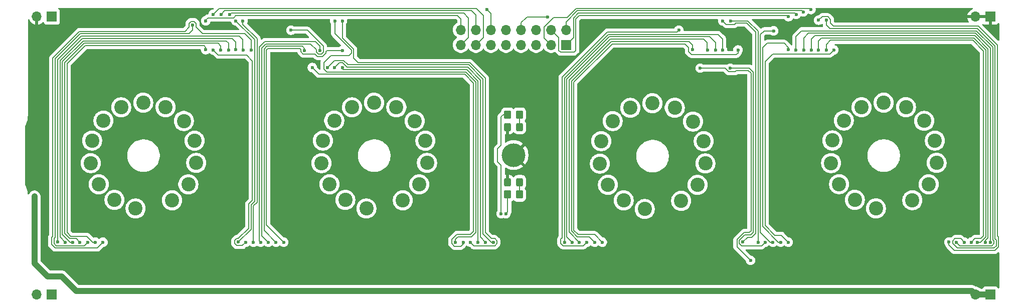
<source format=gbr>
%TF.GenerationSoftware,KiCad,Pcbnew,9.0.0*%
%TF.CreationDate,2025-03-11T11:24:57+01:00*%
%TF.ProjectId,CNIX V2 Tube Board,434e4958-2056-4322-9054-75626520426f,rev?*%
%TF.SameCoordinates,Original*%
%TF.FileFunction,Copper,L1,Top*%
%TF.FilePolarity,Positive*%
%FSLAX46Y46*%
G04 Gerber Fmt 4.6, Leading zero omitted, Abs format (unit mm)*
G04 Created by KiCad (PCBNEW 9.0.0) date 2025-03-11 11:24:57*
%MOMM*%
%LPD*%
G01*
G04 APERTURE LIST*
G04 Aperture macros list*
%AMRoundRect*
0 Rectangle with rounded corners*
0 $1 Rounding radius*
0 $2 $3 $4 $5 $6 $7 $8 $9 X,Y pos of 4 corners*
0 Add a 4 corners polygon primitive as box body*
4,1,4,$2,$3,$4,$5,$6,$7,$8,$9,$2,$3,0*
0 Add four circle primitives for the rounded corners*
1,1,$1+$1,$2,$3*
1,1,$1+$1,$4,$5*
1,1,$1+$1,$6,$7*
1,1,$1+$1,$8,$9*
0 Add four rect primitives between the rounded corners*
20,1,$1+$1,$2,$3,$4,$5,0*
20,1,$1+$1,$4,$5,$6,$7,0*
20,1,$1+$1,$6,$7,$8,$9,0*
20,1,$1+$1,$8,$9,$2,$3,0*%
G04 Aperture macros list end*
%TA.AperFunction,ComponentPad*%
%ADD10C,2.397760*%
%TD*%
%TA.AperFunction,ComponentPad*%
%ADD11C,4.000000*%
%TD*%
%TA.AperFunction,SMDPad,CuDef*%
%ADD12RoundRect,0.250000X-0.350000X-0.450000X0.350000X-0.450000X0.350000X0.450000X-0.350000X0.450000X0*%
%TD*%
%TA.AperFunction,SMDPad,CuDef*%
%ADD13RoundRect,0.250000X-0.325000X-0.450000X0.325000X-0.450000X0.325000X0.450000X-0.325000X0.450000X0*%
%TD*%
%TA.AperFunction,ComponentPad*%
%ADD14R,1.700000X1.700000*%
%TD*%
%TA.AperFunction,ComponentPad*%
%ADD15O,1.700000X1.700000*%
%TD*%
%TA.AperFunction,ViaPad*%
%ADD16C,0.600000*%
%TD*%
%TA.AperFunction,Conductor*%
%ADD17C,0.200000*%
%TD*%
%TA.AperFunction,Conductor*%
%ADD18C,1.000000*%
%TD*%
G04 APERTURE END LIST*
D10*
%TO.P,U13,1,K4*%
%TO.N,/T3_K4*%
X209671581Y-109424620D03*
%TO.P,U13,2,K6*%
%TO.N,/T3_K6*%
X206115580Y-107969200D03*
%TO.P,U13,3,K8*%
%TO.N,/T3_K8*%
X203456200Y-105312360D03*
%TO.P,U13,4,S*%
%TO.N,Net-(U13-S)*%
X202097300Y-101751280D03*
%TO.P,U13,5,K9*%
%TO.N,/T3_K9*%
X202325900Y-97933660D03*
%TO.P,U13,6,K7*%
%TO.N,/T3_K7*%
X204251220Y-94552920D03*
%TO.P,U13,7,nc*%
%TO.N,unconnected-(U13-nc-Pad7)*%
X207240801Y-92317720D03*
%TO.P,U13,8,K0*%
%TO.N,/T3_K0*%
X210972060Y-91532860D03*
%TO.P,U13,9,K2*%
%TO.N,/T3_K2*%
X214738880Y-92299940D03*
%TO.P,U13,10,A1*%
%TO.N,unconnected-(U13-A1-Pad10)*%
X217819899Y-94624040D03*
%TO.P,U13,11,K3*%
%TO.N,/T3_K3*%
X219633460Y-97946360D03*
%TO.P,U13,12,K5*%
%TO.N,/T3_K5*%
X219910320Y-101720801D03*
%TO.P,U13,13,A2*%
%TO.N,unconnected-(U13-A2-Pad13)*%
X218579360Y-105342840D03*
%TO.P,U13,14,K1*%
%TO.N,/T3_K1*%
X215826000Y-108030160D03*
%TD*%
D11*
%TO.P,H1,1,1*%
%TO.N,GND*%
X148500000Y-100400000D03*
%TD*%
D10*
%TO.P,U10,1,K4*%
%TO.N,/T0_K4*%
X84671581Y-109438260D03*
%TO.P,U10,2,K6*%
%TO.N,/T0_K6*%
X81115580Y-107982840D03*
%TO.P,U10,3,K8*%
%TO.N,/T0_K8*%
X78456200Y-105326000D03*
%TO.P,U10,4,S*%
%TO.N,Net-(U10-S)*%
X77097300Y-101764920D03*
%TO.P,U10,5,K9*%
%TO.N,/T0_K9*%
X77325900Y-97947300D03*
%TO.P,U10,6,K7*%
%TO.N,/T0_K7*%
X79251220Y-94566560D03*
%TO.P,U10,7,nc*%
%TO.N,unconnected-(U10-nc-Pad7)*%
X82240801Y-92331360D03*
%TO.P,U10,8,K0*%
%TO.N,/T0_K0*%
X85972060Y-91546500D03*
%TO.P,U10,9,K2*%
%TO.N,/T0_K2*%
X89738880Y-92313580D03*
%TO.P,U10,10,A1*%
%TO.N,unconnected-(U10-A1-Pad10)*%
X92819899Y-94637680D03*
%TO.P,U10,11,K3*%
%TO.N,/T0_K3*%
X94633460Y-97960000D03*
%TO.P,U10,12,K5*%
%TO.N,/T0_K5*%
X94910320Y-101734441D03*
%TO.P,U10,13,A2*%
%TO.N,unconnected-(U10-A2-Pad13)*%
X93579360Y-105356480D03*
%TO.P,U10,14,K1*%
%TO.N,/T0_K1*%
X90826000Y-108043800D03*
%TD*%
%TO.P,U12,1,K4*%
%TO.N,/T2_K4*%
X170638561Y-109524620D03*
%TO.P,U12,2,K6*%
%TO.N,/T2_K6*%
X167082560Y-108069200D03*
%TO.P,U12,3,K8*%
%TO.N,/T2_K8*%
X164423180Y-105412360D03*
%TO.P,U12,4,S*%
%TO.N,Net-(U12-S)*%
X163064280Y-101851280D03*
%TO.P,U12,5,K9*%
%TO.N,/T2_K9*%
X163292880Y-98033660D03*
%TO.P,U12,6,K7*%
%TO.N,/T2_K7*%
X165218200Y-94652920D03*
%TO.P,U12,7,nc*%
%TO.N,unconnected-(U12-nc-Pad7)*%
X168207781Y-92417720D03*
%TO.P,U12,8,K0*%
%TO.N,/T2_K0*%
X171939040Y-91632860D03*
%TO.P,U12,9,K2*%
%TO.N,/T2_K2*%
X175705860Y-92399940D03*
%TO.P,U12,10,A1*%
%TO.N,unconnected-(U12-A1-Pad10)*%
X178786879Y-94724040D03*
%TO.P,U12,11,K3*%
%TO.N,/T2_K3*%
X180600440Y-98046360D03*
%TO.P,U12,12,K5*%
%TO.N,/T2_K5*%
X180877300Y-101820801D03*
%TO.P,U12,13,A2*%
%TO.N,unconnected-(U12-A2-Pad13)*%
X179546340Y-105442840D03*
%TO.P,U12,14,K1*%
%TO.N,/T2_K1*%
X176792980Y-108130160D03*
%TD*%
D12*
%TO.P,R10,1*%
%TO.N,/LED1*%
X147500000Y-93550000D03*
%TO.P,R10,2*%
%TO.N,Net-(D11-A)*%
X149500000Y-93550000D03*
%TD*%
D13*
%TO.P,D11,1,K*%
%TO.N,GND*%
X147475001Y-95650000D03*
%TO.P,D11,2,A*%
%TO.N,Net-(D11-A)*%
X149524999Y-95650000D03*
%TD*%
D12*
%TO.P,R11,1*%
%TO.N,/LED2*%
X147500000Y-107075001D03*
%TO.P,R11,2*%
%TO.N,Net-(D12-A)*%
X149500000Y-107075001D03*
%TD*%
D13*
%TO.P,D12,1,K*%
%TO.N,GND*%
X147475001Y-104975001D03*
%TO.P,D12,2,A*%
%TO.N,Net-(D12-A)*%
X149524999Y-104975001D03*
%TD*%
D10*
%TO.P,U11,1,K4*%
%TO.N,/T1_K4*%
X123638561Y-109438260D03*
%TO.P,U11,2,K6*%
%TO.N,/T1_K6*%
X120082560Y-107982840D03*
%TO.P,U11,3,K8*%
%TO.N,/T1_K8*%
X117423180Y-105326000D03*
%TO.P,U11,4,S*%
%TO.N,Net-(U11-S)*%
X116064280Y-101764920D03*
%TO.P,U11,5,K9*%
%TO.N,/T1_K9*%
X116292880Y-97947300D03*
%TO.P,U11,6,K7*%
%TO.N,/T1_K7*%
X118218200Y-94566560D03*
%TO.P,U11,7,nc*%
%TO.N,unconnected-(U11-nc-Pad7)*%
X121207781Y-92331360D03*
%TO.P,U11,8,K0*%
%TO.N,/T1_K0*%
X124939040Y-91546500D03*
%TO.P,U11,9,K2*%
%TO.N,/T1_K2*%
X128705860Y-92313580D03*
%TO.P,U11,10,A1*%
%TO.N,unconnected-(U11-A1-Pad10)*%
X131786879Y-94637680D03*
%TO.P,U11,11,K3*%
%TO.N,/T1_K3*%
X133600440Y-97960000D03*
%TO.P,U11,12,K5*%
%TO.N,/T1_K5*%
X133877300Y-101734441D03*
%TO.P,U11,13,A2*%
%TO.N,unconnected-(U11-A2-Pad13)*%
X132546340Y-105356480D03*
%TO.P,U11,14,K1*%
%TO.N,/T1_K1*%
X129792980Y-108043800D03*
%TD*%
D14*
%TO.P,J1,1,Pin_1*%
%TO.N,VDD*%
X70540000Y-77000000D03*
D15*
%TO.P,J1,2,Pin_2*%
%TO.N,GND*%
X68000000Y-77000000D03*
%TD*%
D14*
%TO.P,J5,1,Pin_1*%
%TO.N,HT*%
X229000000Y-124000000D03*
D15*
%TO.P,J5,2,Pin_2*%
X226460000Y-124000000D03*
%TD*%
D14*
%TO.P,J4,1,Pin_1*%
%TO.N,/LED1*%
X70540000Y-124000000D03*
D15*
%TO.P,J4,2,Pin_2*%
%TO.N,/LED2*%
X68000000Y-124000000D03*
%TD*%
D14*
%TO.P,J3,1,Pin_1*%
%TO.N,/CO3_3*%
X157375000Y-81775000D03*
D15*
%TO.P,J3,2,Pin_2*%
%TO.N,/CO3_2*%
X157375000Y-79235000D03*
%TO.P,J3,3,Pin_3*%
%TO.N,/CO3_1*%
X154835000Y-81775000D03*
%TO.P,J3,4,Pin_4*%
%TO.N,/CO3_0*%
X154835000Y-79235000D03*
%TO.P,J3,5,Pin_5*%
%TO.N,/CO2_3*%
X152295001Y-81775000D03*
%TO.P,J3,6,Pin_6*%
%TO.N,/CO2_2*%
X152295000Y-79235000D03*
%TO.P,J3,7,Pin_7*%
%TO.N,/CO2_1*%
X149755000Y-81775000D03*
%TO.P,J3,8,Pin_8*%
%TO.N,/CO2_0*%
X149755000Y-79235000D03*
%TO.P,J3,9,Pin_9*%
%TO.N,/CO1_3*%
X147215000Y-81775000D03*
%TO.P,J3,10,Pin_10*%
%TO.N,/CO1_2*%
X147215000Y-79235000D03*
%TO.P,J3,11,Pin_11*%
%TO.N,/CO1_1*%
X144675000Y-81775000D03*
%TO.P,J3,12,Pin_12*%
%TO.N,/CO1_0*%
X144675000Y-79235000D03*
%TO.P,J3,13,Pin_13*%
%TO.N,/CO0_3*%
X142135000Y-81775000D03*
%TO.P,J3,14,Pin_14*%
%TO.N,/CO0_2*%
X142135000Y-79235000D03*
%TO.P,J3,15,Pin_15*%
%TO.N,/CO0_1*%
X139594999Y-81775000D03*
%TO.P,J3,16,Pin_16*%
%TO.N,/CO0_0*%
X139595000Y-79235000D03*
%TD*%
D14*
%TO.P,J2,1,Pin_1*%
%TO.N,GND*%
X229000000Y-77000000D03*
D15*
%TO.P,J2,2,Pin_2*%
X226460000Y-77000000D03*
%TD*%
D16*
%TO.N,GND*%
X147700000Y-97300000D03*
X111000000Y-84200000D03*
X208000000Y-77500000D03*
X147500000Y-103200000D03*
X149500000Y-115200000D03*
X82000000Y-78500000D03*
X160000000Y-82500000D03*
X93000000Y-83500000D03*
X216500000Y-82000000D03*
X137000000Y-78000000D03*
X91000000Y-78500000D03*
X88000000Y-78500000D03*
X84000000Y-83500000D03*
X94200000Y-84300000D03*
X149500000Y-83500000D03*
X125000000Y-82500000D03*
X128000000Y-82500000D03*
X110000000Y-84500000D03*
X206500000Y-77500000D03*
X108000000Y-84500000D03*
X148000000Y-86500000D03*
X86500000Y-78500000D03*
X68000000Y-86500000D03*
X214000000Y-77500000D03*
X222500000Y-82000000D03*
X128000000Y-83750000D03*
X132500000Y-82500000D03*
X108000000Y-86500000D03*
X139000000Y-83500000D03*
X76500000Y-83500000D03*
X108000000Y-85500000D03*
X69000000Y-83500000D03*
X151000000Y-83500000D03*
X218500000Y-77500000D03*
X190350000Y-78000000D03*
X212000000Y-82000000D03*
X109000000Y-86500000D03*
X211000000Y-77500000D03*
X192000000Y-85000000D03*
X146500000Y-83500000D03*
X89500000Y-78500000D03*
X192000000Y-78000000D03*
X229000000Y-79000000D03*
X154500000Y-118300000D03*
X210500000Y-82000000D03*
X224000000Y-82000000D03*
X221000000Y-82000000D03*
X74500000Y-78500000D03*
X110000000Y-85500000D03*
X129500000Y-82500000D03*
X160000000Y-78000000D03*
X136200000Y-118300000D03*
X152500000Y-86500000D03*
X74500000Y-86500000D03*
X126500000Y-82500000D03*
X130800000Y-115100000D03*
X155500000Y-86500000D03*
X185900000Y-118300000D03*
X78000000Y-83500000D03*
X81000000Y-83500000D03*
X154000000Y-86500000D03*
X109000000Y-85500000D03*
X131000000Y-82500000D03*
X100000000Y-86500000D03*
X95500000Y-86500000D03*
X71000000Y-79500000D03*
X226500000Y-83000000D03*
X143500000Y-83500000D03*
X123500000Y-82500000D03*
X82500000Y-83500000D03*
X77500000Y-78500000D03*
X137000000Y-79500000D03*
X91500000Y-83500000D03*
X79500000Y-83500000D03*
X207500000Y-82000000D03*
X137000000Y-81000000D03*
X137000000Y-82500000D03*
X103000000Y-86500000D03*
X69000000Y-85500000D03*
X204500000Y-82000000D03*
X206000000Y-82000000D03*
X98500000Y-86500000D03*
X209500000Y-77500000D03*
X179200000Y-113600000D03*
X109000000Y-83500000D03*
X221500000Y-77500000D03*
X108300000Y-77900000D03*
X145000000Y-86500000D03*
X124900000Y-78000000D03*
X176400000Y-84300000D03*
X142000000Y-83500000D03*
X123500000Y-83750000D03*
X225500000Y-82000000D03*
X230000000Y-80000000D03*
X125000000Y-83750000D03*
X101500000Y-86500000D03*
X217000000Y-77500000D03*
X146500000Y-86500000D03*
X110000000Y-86500000D03*
X160000000Y-79500000D03*
X94700000Y-116500000D03*
X132500000Y-83750000D03*
X69000000Y-84500000D03*
X192600000Y-84300000D03*
X80500000Y-78500000D03*
X203500000Y-77500000D03*
X205000000Y-77500000D03*
X160000000Y-81000000D03*
X218000000Y-82000000D03*
X192000000Y-86000000D03*
X90000000Y-83500000D03*
X72500000Y-76500000D03*
X85500000Y-83500000D03*
X79000000Y-78500000D03*
X87000000Y-83500000D03*
X154000000Y-83500000D03*
X100700000Y-118400000D03*
X212500000Y-77500000D03*
X73500000Y-77500000D03*
X209000000Y-82000000D03*
X69000000Y-86500000D03*
X67000000Y-86500000D03*
X140500000Y-83500000D03*
X152500000Y-83500000D03*
X220795000Y-118225000D03*
X97000000Y-86500000D03*
X145000000Y-83500000D03*
X215500000Y-77500000D03*
X213500000Y-82000000D03*
X109000000Y-84500000D03*
X131000000Y-83750000D03*
X110000000Y-83500000D03*
X223000000Y-77500000D03*
X215000000Y-82000000D03*
X88500000Y-83500000D03*
X149500000Y-86500000D03*
X70200000Y-118400000D03*
X75500000Y-84500000D03*
X71000000Y-81500000D03*
X83500000Y-78500000D03*
X85000000Y-78500000D03*
X92500000Y-78500000D03*
X219500000Y-82000000D03*
X72000000Y-80500000D03*
X151000000Y-86500000D03*
X74500000Y-85500000D03*
X148000000Y-83500000D03*
X126500000Y-83750000D03*
X215600000Y-115300000D03*
X155500000Y-83500000D03*
X70000000Y-82500000D03*
X220000000Y-77500000D03*
X76000000Y-78500000D03*
X108000000Y-83500000D03*
X129500000Y-83750000D03*
%TO.N,/LED2*%
X147200003Y-110300000D03*
%TO.N,/LED1*%
X146400000Y-110300000D03*
%TO.N,HT*%
X175700000Y-123368949D03*
X148000000Y-123368949D03*
X129000000Y-123368949D03*
X211900000Y-123368949D03*
X90400000Y-123368949D03*
X67600000Y-107400000D03*
X97600000Y-123368949D03*
%TO.N,/T1_D2*%
X142475000Y-115125000D03*
X119575000Y-85600000D03*
%TO.N,/T1_D1*%
X118300000Y-77700000D03*
X138675000Y-115125000D03*
%TO.N,/T1_D3*%
X141175000Y-115125000D03*
X119600000Y-77700000D03*
%TO.N,/T0_D7*%
X100375000Y-82625000D03*
X74075000Y-115125000D03*
%TO.N,/T0_D8*%
X76575000Y-115125000D03*
X94300000Y-78400000D03*
%TO.N,/T1_D0*%
X118275000Y-85600000D03*
X143775000Y-115125000D03*
%TO.N,/T0_D9*%
X75275000Y-115125000D03*
X99075000Y-82625000D03*
%TO.N,/T1_D6*%
X113200000Y-82700000D03*
X108375000Y-115125000D03*
%TO.N,/T1_D4*%
X119600000Y-82725000D03*
X109675000Y-115125000D03*
%TO.N,/T1_D9*%
X105775000Y-115125000D03*
X115775000Y-82725000D03*
%TO.N,/T1_D7*%
X145075000Y-115125000D03*
X117075000Y-85600000D03*
%TO.N,/T1_D8*%
X110900000Y-79300000D03*
X107075000Y-115125000D03*
%TO.N,/T1_D5*%
X139975000Y-115125000D03*
X114500000Y-85600000D03*
%TO.N,/T3_D0*%
X226800000Y-115125000D03*
X199975000Y-82625000D03*
%TO.N,/T2_D9*%
X159575000Y-115125000D03*
X181275000Y-82625000D03*
%TO.N,/T0_D2*%
X102875000Y-82625000D03*
X71500000Y-115100000D03*
%TO.N,/T0_D6*%
X77875000Y-115125000D03*
X96500000Y-82600000D03*
%TO.N,/T0_D4*%
X104175000Y-82625000D03*
X79175000Y-115125000D03*
%TO.N,/T0_D5*%
X97775000Y-82625000D03*
X103275000Y-115125000D03*
%TO.N,/T0_D3*%
X104575000Y-115125000D03*
X102800000Y-77700000D03*
%TO.N,/T0_D1*%
X101600000Y-77700000D03*
X102000000Y-115100000D03*
%TO.N,/T0_D0*%
X101575000Y-82600000D03*
X72775000Y-115125000D03*
%TO.N,/CO3_2*%
X197400000Y-76200000D03*
%TO.N,/CO3_0*%
X194900000Y-77000000D03*
%TO.N,/CO2_0*%
X154224265Y-77024265D03*
%TO.N,/CO3_1*%
X198700000Y-75800000D03*
%TO.N,/CO3_3*%
X196200000Y-76600000D03*
%TO.N,/CO0_3*%
X97795000Y-76600000D03*
%TO.N,/CO0_2*%
X99100000Y-76600000D03*
%TO.N,/CO0_1*%
X100600000Y-76600000D03*
%TO.N,/CO1_0*%
X144000000Y-75800000D03*
%TO.N,/CO0_0*%
X96525000Y-77700000D03*
%TO.N,/T2_D7*%
X182575000Y-82625000D03*
X158375000Y-115125000D03*
%TO.N,/T2_D8*%
X160875000Y-115125000D03*
X176400000Y-79300000D03*
%TO.N,/T2_D0*%
X157075000Y-115125000D03*
X183775000Y-82625000D03*
%TO.N,/T2_D4*%
X186375000Y-82625000D03*
X163475000Y-115125000D03*
%TO.N,/T2_D6*%
X162175000Y-115125000D03*
X178700000Y-82600000D03*
%TO.N,/T2_D1*%
X187200000Y-115100000D03*
X183800000Y-77700000D03*
%TO.N,/T3_D6*%
X194900000Y-82600000D03*
X193575000Y-115125000D03*
%TO.N,/T2_D3*%
X189775000Y-115125000D03*
X185100000Y-77700000D03*
%TO.N,/T2_D5*%
X180000000Y-85700000D03*
X188500000Y-118200000D03*
%TO.N,/T3_D4*%
X194875000Y-115125000D03*
X202575000Y-82625000D03*
%TO.N,/T3_D8*%
X192275000Y-115125000D03*
X192400000Y-79400000D03*
%TO.N,/T2_D2*%
X185075000Y-85700000D03*
X190975000Y-115125000D03*
%TO.N,/T3_D5*%
X196175000Y-82625000D03*
X223275000Y-115125000D03*
%TO.N,/T3_D1*%
X200000000Y-77600000D03*
X222000000Y-115100000D03*
%TO.N,/T3_D3*%
X224575000Y-115125000D03*
X201300000Y-77600000D03*
%TO.N,/T3_D2*%
X201275000Y-82625000D03*
X225775000Y-115125000D03*
%TO.N,/T3_D7*%
X198775000Y-82625000D03*
X228173528Y-115125000D03*
%TO.N,/T3_D9*%
X228973531Y-115125000D03*
X197475000Y-82625000D03*
%TD*%
D17*
%TO.N,GND*%
X147475001Y-97075001D02*
X147475001Y-95650000D01*
X147700000Y-97300000D02*
X147475001Y-97075001D01*
X147500000Y-103200000D02*
X147475001Y-103224999D01*
X147475001Y-103224999D02*
X147475001Y-104975001D01*
%TO.N,Net-(D11-A)*%
X149524999Y-93574999D02*
X149500000Y-93550000D01*
X149524999Y-95650000D02*
X149524999Y-93574999D01*
%TO.N,Net-(D12-A)*%
X149500000Y-105000000D02*
X149524999Y-104975001D01*
X149500000Y-107075001D02*
X149500000Y-105000000D01*
%TO.N,/LED2*%
X147500000Y-110000003D02*
X147500000Y-107075001D01*
X147200003Y-110300000D02*
X147500000Y-110000003D01*
%TO.N,/LED1*%
X145800000Y-101500000D02*
X145800000Y-99323654D01*
X146750000Y-93550000D02*
X147500000Y-93550000D01*
X146400000Y-110300000D02*
X146400000Y-102100000D01*
X146400000Y-102100000D02*
X145800000Y-101500000D01*
X146400000Y-98723654D02*
X146400000Y-93900000D01*
X146400000Y-93900000D02*
X146750000Y-93550000D01*
X145800000Y-99323654D02*
X146400000Y-98723654D01*
D18*
%TO.N,HT*%
X225828949Y-123368949D02*
X226460000Y-124000000D01*
X90400000Y-123368949D02*
X74668949Y-123368949D01*
X69800000Y-120900000D02*
X67600000Y-118700000D01*
X67600000Y-118700000D02*
X67600000Y-107400000D01*
X175700000Y-123368949D02*
X173800000Y-123368949D01*
X97600000Y-123368949D02*
X90400000Y-123368949D01*
X74668949Y-123368949D02*
X72200000Y-120900000D01*
X202700000Y-123368949D02*
X148000000Y-123368949D01*
X226460000Y-124000000D02*
X229000000Y-124000000D01*
X72200000Y-120900000D02*
X69800000Y-120900000D01*
X148000000Y-123368949D02*
X97600000Y-123368949D01*
X202700000Y-123368949D02*
X225828949Y-123368949D01*
D17*
%TO.N,/T1_D2*%
X119700000Y-85950000D02*
X119575000Y-85825000D01*
X119575000Y-85825000D02*
X119575000Y-85600000D01*
X142500000Y-87868628D02*
X140581372Y-85950000D01*
X140581372Y-85950000D02*
X119700000Y-85950000D01*
X142500000Y-115100000D02*
X142500000Y-87868628D01*
X142475000Y-115125000D02*
X142500000Y-115100000D01*
%TO.N,/T1_D1*%
X117634314Y-83600000D02*
X116475000Y-84759314D01*
X116475000Y-84759314D02*
X116475000Y-85848529D01*
X138675000Y-114625000D02*
X138675000Y-115125000D01*
X139100000Y-114200000D02*
X138675000Y-114625000D01*
X120700000Y-83600000D02*
X117634314Y-83600000D01*
X142100000Y-88034314D02*
X142100000Y-113500000D01*
X140415686Y-86350000D02*
X142100000Y-88034314D01*
X121100000Y-83200000D02*
X120700000Y-83600000D01*
X116976471Y-86350000D02*
X140415686Y-86350000D01*
X118300000Y-77700000D02*
X118300000Y-79865685D01*
X116475000Y-85848529D02*
X116976471Y-86350000D01*
X142100000Y-113500000D02*
X141400000Y-114200000D01*
X141400000Y-114200000D02*
X139100000Y-114200000D01*
X121100000Y-82665685D02*
X121100000Y-83200000D01*
X118300000Y-79865685D02*
X121100000Y-82665685D01*
%TO.N,/T1_D3*%
X121500000Y-84000000D02*
X121500000Y-82499999D01*
X145675000Y-114876471D02*
X145323529Y-114525000D01*
X145323529Y-114525000D02*
X144725000Y-114525000D01*
X121500000Y-82499999D02*
X119600000Y-80599999D01*
X122250000Y-84750000D02*
X121500000Y-84000000D01*
X141775000Y-115725000D02*
X145323529Y-115725000D01*
X143700000Y-113500000D02*
X143700000Y-87371570D01*
X144725000Y-114525000D02*
X143700000Y-113500000D01*
X145323529Y-115725000D02*
X145675000Y-115373529D01*
X145675000Y-115373529D02*
X145675000Y-114876471D01*
X119600000Y-80599999D02*
X119600000Y-77700000D01*
X141175000Y-115125000D02*
X141775000Y-115725000D01*
X141078430Y-84750000D02*
X122250000Y-84750000D01*
X143700000Y-87371570D02*
X141078430Y-84750000D01*
%TO.N,/T0_D7*%
X100375000Y-81475000D02*
X100375000Y-82625000D01*
X100000000Y-81100000D02*
X100375000Y-81475000D01*
X74075000Y-115125000D02*
X73625000Y-115125000D01*
X72300000Y-113800000D02*
X72300000Y-84631372D01*
X72300000Y-84631372D02*
X75831372Y-81100000D01*
X75831372Y-81100000D02*
X100000000Y-81100000D01*
X73625000Y-115125000D02*
X72300000Y-113800000D01*
%TO.N,/T0_D8*%
X94300000Y-79300000D02*
X94300000Y-78400000D01*
X75334314Y-79900000D02*
X93700000Y-79900000D01*
X93700000Y-79900000D02*
X94300000Y-79300000D01*
X70900000Y-114500000D02*
X71100000Y-114300000D01*
X71100000Y-84134314D02*
X75334314Y-79900000D01*
X75975000Y-115725000D02*
X71276471Y-115725000D01*
X70900000Y-115348529D02*
X70900000Y-114500000D01*
X71276471Y-115725000D02*
X70900000Y-115348529D01*
X71100000Y-114300000D02*
X71100000Y-84134314D01*
X76575000Y-115125000D02*
X75975000Y-115725000D01*
%TO.N,/T1_D0*%
X142900000Y-114250000D02*
X142900000Y-87702942D01*
X119623529Y-84800000D02*
X119075000Y-84800000D01*
X143775000Y-115125000D02*
X142900000Y-114250000D01*
X140747058Y-85550000D02*
X120373529Y-85550000D01*
X142900000Y-87702942D02*
X140747058Y-85550000D01*
X120373529Y-85550000D02*
X119623529Y-84800000D01*
X119075000Y-84800000D02*
X118275000Y-85600000D01*
%TO.N,/T0_D9*%
X74675000Y-114525000D02*
X73590686Y-114525000D01*
X75275000Y-115125000D02*
X74675000Y-114525000D01*
X98600000Y-81500000D02*
X99075000Y-81975000D01*
X99075000Y-81975000D02*
X99075000Y-82625000D01*
X72700000Y-84797058D02*
X75997058Y-81500000D01*
X75997058Y-81500000D02*
X98600000Y-81500000D01*
X73590686Y-114525000D02*
X72700000Y-113634314D01*
X72700000Y-113634314D02*
X72700000Y-84797058D01*
%TO.N,/T1_D6*%
X106375000Y-82456372D02*
X106831372Y-82000000D01*
X113200000Y-82400000D02*
X113200000Y-82700000D01*
X106831372Y-82000000D02*
X112800000Y-82000000D01*
X112800000Y-82000000D02*
X113200000Y-82400000D01*
X106375000Y-113125000D02*
X106375000Y-82456372D01*
X108375000Y-115125000D02*
X106375000Y-113125000D01*
%TO.N,/T1_D4*%
X106775000Y-112225000D02*
X109675000Y-115125000D01*
X112400000Y-82400000D02*
X106997058Y-82400000D01*
X116189215Y-83725000D02*
X115360785Y-83725000D01*
X112600000Y-82948529D02*
X112600000Y-82600000D01*
X114935785Y-83300000D02*
X112951471Y-83300000D01*
X116975000Y-82725000D02*
X116775000Y-82925000D01*
X112600000Y-82600000D02*
X112400000Y-82400000D01*
X112951471Y-83300000D02*
X112600000Y-82948529D01*
X116775000Y-82925000D02*
X116775000Y-83139215D01*
X106775000Y-82622058D02*
X106775000Y-112225000D01*
X106997058Y-82400000D02*
X106775000Y-82622058D01*
X115360785Y-83725000D02*
X114935785Y-83300000D01*
X116775000Y-83139215D02*
X116189215Y-83725000D01*
X119600000Y-82725000D02*
X116975000Y-82725000D01*
%TO.N,/T1_D9*%
X105575000Y-82125000D02*
X106500000Y-81200000D01*
X115775000Y-81975000D02*
X115775000Y-82725000D01*
X105775000Y-115125000D02*
X105575000Y-114925000D01*
X115000000Y-81200000D02*
X115775000Y-81975000D01*
X106500000Y-81200000D02*
X115000000Y-81200000D01*
X105575000Y-114925000D02*
X105575000Y-82125000D01*
%TO.N,/T1_D7*%
X118275000Y-84400000D02*
X117075000Y-85600000D01*
X145075000Y-115125000D02*
X144725000Y-115125000D01*
X144725000Y-115125000D02*
X143300000Y-113700000D01*
X143300000Y-87537256D02*
X140912744Y-85150000D01*
X140912744Y-85150000D02*
X120539215Y-85150000D01*
X119789215Y-84400000D02*
X118275000Y-84400000D01*
X120539215Y-85150000D02*
X119789215Y-84400000D01*
X143300000Y-113700000D02*
X143300000Y-87537256D01*
%TO.N,/T1_D8*%
X106665686Y-81600000D02*
X114200000Y-81600000D01*
X115175000Y-82575000D02*
X115175000Y-82973529D01*
X116375000Y-81975000D02*
X113700000Y-79300000D01*
X106482843Y-81782843D02*
X106665686Y-81600000D01*
X105975000Y-82290686D02*
X106482843Y-81782843D01*
X105975000Y-114025000D02*
X105975000Y-112000000D01*
X116023529Y-83325000D02*
X116375000Y-82973529D01*
X115175000Y-82973529D02*
X115526471Y-83325000D01*
X116375000Y-82973529D02*
X116375000Y-81975000D01*
X113700000Y-79300000D02*
X110900000Y-79300000D01*
X114200000Y-81600000D02*
X115175000Y-82575000D01*
X115526471Y-83325000D02*
X116023529Y-83325000D01*
X107075000Y-115125000D02*
X105975000Y-114025000D01*
X105975000Y-112000000D02*
X105975000Y-82290686D01*
%TO.N,/T1_D5*%
X141700000Y-88200000D02*
X141700000Y-113300000D01*
X141200000Y-113800000D02*
X138934314Y-113800000D01*
X138501471Y-115800000D02*
X139600000Y-115800000D01*
X138075000Y-114659314D02*
X138075000Y-115373529D01*
X140250000Y-86750000D02*
X141700000Y-88200000D01*
X115650000Y-86750000D02*
X140250000Y-86750000D01*
X138934314Y-113800000D02*
X138075000Y-114659314D01*
X139975000Y-115425000D02*
X139975000Y-115125000D01*
X141700000Y-113300000D02*
X141200000Y-113800000D01*
X139600000Y-115800000D02*
X139975000Y-115425000D01*
X114500000Y-85600000D02*
X115650000Y-86750000D01*
X138075000Y-115373529D02*
X138501471Y-115800000D01*
%TO.N,/T3_D0*%
X226168628Y-80600000D02*
X200500000Y-80600000D01*
X228200000Y-114250000D02*
X228200000Y-82631372D01*
X200500000Y-80600000D02*
X199975000Y-81125000D01*
X199975000Y-81125000D02*
X199975000Y-82625000D01*
X228200000Y-82631372D02*
X226168628Y-80600000D01*
X226800000Y-115125000D02*
X227325000Y-115125000D01*
X227325000Y-115125000D02*
X228200000Y-114250000D01*
%TO.N,/T2_D9*%
X159575000Y-115125000D02*
X157875000Y-113425000D01*
X157875000Y-87725000D02*
X164800000Y-80800000D01*
X181200000Y-81400000D02*
X181200000Y-82550000D01*
X164800000Y-80800000D02*
X180600000Y-80800000D01*
X157875000Y-113425000D02*
X157875000Y-87725000D01*
X181200000Y-82550000D02*
X181275000Y-82625000D01*
X180600000Y-80800000D02*
X181200000Y-81400000D01*
%TO.N,/T0_D2*%
X102200000Y-80300000D02*
X75500000Y-80300000D01*
X102800000Y-82550000D02*
X102800000Y-80900000D01*
X102800000Y-80900000D02*
X102200000Y-80300000D01*
X102875000Y-82625000D02*
X102800000Y-82550000D01*
X75500000Y-80300000D02*
X71500000Y-84300000D01*
X71500000Y-84300000D02*
X71500000Y-115100000D01*
%TO.N,/T0_D6*%
X96200000Y-81900000D02*
X96500000Y-82200000D01*
X77423529Y-115125000D02*
X76423529Y-114125000D01*
X73100000Y-84962744D02*
X76162744Y-81900000D01*
X77875000Y-115125000D02*
X77423529Y-115125000D01*
X73100000Y-113468628D02*
X73100000Y-84962744D01*
X73756372Y-114125000D02*
X73100000Y-113468628D01*
X96500000Y-82200000D02*
X96500000Y-82600000D01*
X76423529Y-114125000D02*
X73756372Y-114125000D01*
X76162744Y-81900000D02*
X96200000Y-81900000D01*
%TO.N,/T0_D4*%
X93700000Y-78800000D02*
X93700000Y-78151471D01*
X94900000Y-78800000D02*
X96000000Y-79900000D01*
X70500000Y-114334314D02*
X70700000Y-114134315D01*
X79175000Y-115125000D02*
X78175000Y-116125000D01*
X93000000Y-79500000D02*
X93700000Y-78800000D01*
X104175000Y-80975000D02*
X104175000Y-82625000D01*
X94548529Y-77800000D02*
X94900000Y-78151471D01*
X96000000Y-79900000D02*
X103100000Y-79900000D01*
X70700000Y-83968628D02*
X75168628Y-79500000D01*
X71110785Y-116125000D02*
X70500000Y-115514215D01*
X78175000Y-116125000D02*
X71110785Y-116125000D01*
X93700000Y-78151471D02*
X94051471Y-77800000D01*
X75168628Y-79500000D02*
X93000000Y-79500000D01*
X70700000Y-114134315D02*
X70700000Y-83968628D01*
X70500000Y-115514215D02*
X70500000Y-114334314D01*
X94051471Y-77800000D02*
X94548529Y-77800000D01*
X94900000Y-78151471D02*
X94900000Y-78800000D01*
X103100000Y-79900000D02*
X104175000Y-80975000D01*
%TO.N,/T0_D5*%
X104375000Y-108059314D02*
X104375000Y-84475000D01*
X103775000Y-112759314D02*
X103775000Y-108659314D01*
X102700000Y-115700000D02*
X101751471Y-115700000D01*
X101400000Y-115348529D02*
X101400000Y-114851471D01*
X104375000Y-84475000D02*
X103400000Y-83500000D01*
X103275000Y-115125000D02*
X102700000Y-115700000D01*
X101751471Y-114500000D02*
X102034314Y-114500000D01*
X101751471Y-115700000D02*
X101400000Y-115348529D01*
X103775000Y-108659314D02*
X104375000Y-108059314D01*
X103400000Y-83500000D02*
X98650000Y-83500000D01*
X98650000Y-83500000D02*
X97775000Y-82625000D01*
X102034314Y-114500000D02*
X103775000Y-112759314D01*
X101400000Y-114851471D02*
X101751471Y-114500000D01*
%TO.N,/T0_D3*%
X102800000Y-78334314D02*
X105175000Y-80709314D01*
X105175000Y-108425000D02*
X104575000Y-109025000D01*
X102800000Y-77700000D02*
X102800000Y-78334314D01*
X104575000Y-109025000D02*
X104575000Y-115125000D01*
X105175000Y-80709314D02*
X105175000Y-108425000D01*
%TO.N,/T0_D1*%
X101600000Y-77700000D02*
X104775000Y-80875000D01*
X104175000Y-108825000D02*
X104175000Y-112925000D01*
X104175000Y-112925000D02*
X102000000Y-115100000D01*
X104775000Y-80875000D02*
X104775000Y-108225000D01*
X104775000Y-108225000D02*
X104175000Y-108825000D01*
%TO.N,/T0_D0*%
X71900000Y-84465686D02*
X75665686Y-80700000D01*
X72775000Y-115125000D02*
X71900000Y-114250000D01*
X101575000Y-81275000D02*
X101575000Y-82600000D01*
X71900000Y-114250000D02*
X71900000Y-84465686D01*
X101000000Y-80700000D02*
X101575000Y-81275000D01*
X75665686Y-80700000D02*
X101000000Y-80700000D01*
%TO.N,/CO3_2*%
X157375000Y-77893628D02*
X159268628Y-76000000D01*
X157375000Y-79235000D02*
X157375000Y-77893628D01*
X197200000Y-76000000D02*
X197400000Y-76200000D01*
X164400000Y-76000000D02*
X197200000Y-76000000D01*
X159268628Y-76000000D02*
X164400000Y-76000000D01*
%TO.N,/CO3_0*%
X164300000Y-76800000D02*
X194700000Y-76800000D01*
X159600000Y-76800000D02*
X164300000Y-76800000D01*
X158700000Y-83000000D02*
X159000000Y-82700000D01*
X159000000Y-77400000D02*
X159600000Y-76800000D01*
X156400000Y-83000000D02*
X158700000Y-83000000D01*
X156100000Y-80500000D02*
X156100000Y-82700000D01*
X156100000Y-82700000D02*
X156400000Y-83000000D01*
X159000000Y-82700000D02*
X159000000Y-77400000D01*
X194700000Y-76800000D02*
X194900000Y-77000000D01*
X154835000Y-79235000D02*
X156100000Y-80500000D01*
%TO.N,/CO2_0*%
X150600000Y-77200000D02*
X150775735Y-77024265D01*
X149780000Y-79240000D02*
X149780000Y-78020000D01*
X150775735Y-77024265D02*
X154224265Y-77024265D01*
X149780000Y-78020000D02*
X150600000Y-77200000D01*
%TO.N,/CO3_1*%
X164400000Y-75600000D02*
X198000000Y-75600000D01*
X153685000Y-78758654D02*
X155284340Y-77159314D01*
X198000000Y-75600000D02*
X198500000Y-75600000D01*
X159102942Y-75600000D02*
X164400000Y-75600000D01*
X198500000Y-75600000D02*
X198700000Y-75800000D01*
X155284340Y-77159314D02*
X157543628Y-77159314D01*
X157543628Y-77159314D02*
X159102942Y-75600000D01*
X154835000Y-81775000D02*
X153685000Y-80625000D01*
X153685000Y-80625000D02*
X153685000Y-78758654D01*
%TO.N,/CO3_3*%
X158600000Y-80550000D02*
X158600000Y-77234314D01*
X196000000Y-76400000D02*
X196200000Y-76600000D01*
X158600000Y-77234314D02*
X159434314Y-76400000D01*
X157375000Y-81775000D02*
X158600000Y-80550000D01*
X159434314Y-76400000D02*
X196000000Y-76400000D01*
%TO.N,/CO0_3*%
X143400000Y-76800000D02*
X143400000Y-80540000D01*
X97795000Y-76600000D02*
X98795000Y-75600000D01*
X143400000Y-80540000D02*
X142160000Y-81780000D01*
X98795000Y-75600000D02*
X142200000Y-75600000D01*
X142200000Y-75600000D02*
X143400000Y-76800000D01*
%TO.N,/CO0_2*%
X99700000Y-76000000D02*
X141400000Y-76000000D01*
X99100000Y-76600000D02*
X99700000Y-76000000D01*
X141400000Y-76000000D02*
X142160000Y-76760000D01*
X142160000Y-76760000D02*
X142160000Y-79240000D01*
%TO.N,/CO0_1*%
X140900000Y-77200000D02*
X140900000Y-80499999D01*
X140900000Y-80499999D02*
X139619999Y-81780000D01*
X140100000Y-76400000D02*
X140900000Y-77200000D01*
X100600000Y-76600000D02*
X100800000Y-76400000D01*
X100800000Y-76400000D02*
X140100000Y-76400000D01*
%TO.N,/CO1_0*%
X144700000Y-79240000D02*
X144700000Y-76500000D01*
X144700000Y-76500000D02*
X144000000Y-75800000D01*
%TO.N,/CO0_0*%
X96525000Y-77575000D02*
X96900000Y-77200000D01*
X101200000Y-77200000D02*
X101600000Y-76800000D01*
X101600000Y-76800000D02*
X139000000Y-76800000D01*
X96900000Y-77200000D02*
X101200000Y-77200000D01*
X139000000Y-76800000D02*
X139620000Y-77420000D01*
X139620000Y-77420000D02*
X139620000Y-79240000D01*
X96525000Y-77800000D02*
X96525000Y-77575000D01*
%TO.N,/T2_D7*%
X181600000Y-80400000D02*
X182575000Y-81375000D01*
X164634314Y-80400000D02*
X181600000Y-80400000D01*
X157475000Y-87559314D02*
X164634314Y-80400000D01*
X157475000Y-114225000D02*
X157475000Y-87559314D01*
X158375000Y-115125000D02*
X157475000Y-114225000D01*
X182575000Y-81375000D02*
X182575000Y-82625000D01*
%TO.N,/T2_D8*%
X156675000Y-87227942D02*
X164302942Y-79600000D01*
X156826471Y-115725000D02*
X156475000Y-115373529D01*
X156675000Y-114400000D02*
X156675000Y-87227942D01*
X156475000Y-114600000D02*
X156675000Y-114400000D01*
X176100000Y-79600000D02*
X176400000Y-79300000D01*
X160275000Y-115725000D02*
X156826471Y-115725000D01*
X156475000Y-115373529D02*
X156475000Y-114600000D01*
X160875000Y-115125000D02*
X160275000Y-115725000D01*
X164302942Y-79600000D02*
X176100000Y-79600000D01*
%TO.N,/T2_D0*%
X157075000Y-87393628D02*
X164468628Y-80000000D01*
X183000000Y-80000000D02*
X183775000Y-80775000D01*
X164468628Y-80000000D02*
X183000000Y-80000000D01*
X183775000Y-80775000D02*
X183775000Y-82625000D01*
X157075000Y-115125000D02*
X157075000Y-87393628D01*
%TO.N,/T2_D4*%
X162192157Y-113842157D02*
X159423529Y-113842157D01*
X178000000Y-82900000D02*
X178500000Y-83400000D01*
X165131372Y-81600000D02*
X177400000Y-81600000D01*
X159423529Y-113842157D02*
X158675000Y-113093628D01*
X163475000Y-115125000D02*
X162192157Y-113842157D01*
X186375000Y-83125000D02*
X186375000Y-82625000D01*
X178000000Y-82200000D02*
X178000000Y-82900000D01*
X186100000Y-83400000D02*
X186375000Y-83125000D01*
X178500000Y-83400000D02*
X186100000Y-83400000D01*
X177400000Y-81600000D02*
X178000000Y-82200000D01*
X158675000Y-113093628D02*
X158675000Y-88056372D01*
X158675000Y-88056372D02*
X165131372Y-81600000D01*
%TO.N,/T2_D6*%
X158275000Y-113259314D02*
X158275000Y-87890686D01*
X178100000Y-81200000D02*
X178700000Y-81800000D01*
X164965686Y-81200000D02*
X178100000Y-81200000D01*
X178700000Y-81800000D02*
X178700000Y-82600000D01*
X161292157Y-114242157D02*
X159257843Y-114242157D01*
X158275000Y-87890686D02*
X164965686Y-81200000D01*
X162175000Y-115125000D02*
X161292157Y-114242157D01*
X159257843Y-114242157D02*
X158275000Y-113259314D01*
%TO.N,/T2_D1*%
X188700000Y-114300000D02*
X188000000Y-114300000D01*
X189375000Y-113625000D02*
X188700000Y-114300000D01*
X186000000Y-78100000D02*
X187834314Y-78100000D01*
X184400000Y-78300000D02*
X185800000Y-78300000D01*
X183800000Y-77700000D02*
X184400000Y-78300000D01*
X189375000Y-79640686D02*
X189375000Y-113625000D01*
X185800000Y-78300000D02*
X186000000Y-78100000D01*
X187834314Y-78100000D02*
X189375000Y-79640686D01*
X188000000Y-114300000D02*
X187200000Y-115100000D01*
%TO.N,/T3_D6*%
X193225000Y-115125000D02*
X190575000Y-112475000D01*
X191300000Y-81500000D02*
X194200000Y-81500000D01*
X190575000Y-112475000D02*
X190575000Y-82225000D01*
X194200000Y-81500000D02*
X194900000Y-82200000D01*
X194900000Y-82200000D02*
X194900000Y-82600000D01*
X190575000Y-82225000D02*
X191300000Y-81500000D01*
X193575000Y-115125000D02*
X193225000Y-115125000D01*
%TO.N,/T2_D3*%
X188000000Y-77700000D02*
X185100000Y-77700000D01*
X189775000Y-79475000D02*
X188000000Y-77700000D01*
X189775000Y-115125000D02*
X189775000Y-79475000D01*
%TO.N,/T2_D5*%
X186200000Y-115900000D02*
X186200000Y-114685785D01*
X185900000Y-86300000D02*
X184800000Y-86300000D01*
X188575000Y-86540686D02*
X188134314Y-86100000D01*
X188500000Y-118200000D02*
X186200000Y-115900000D01*
X187385785Y-113500000D02*
X188300000Y-113500000D01*
X188575000Y-113225000D02*
X188575000Y-86540686D01*
X188134314Y-86100000D02*
X186100000Y-86100000D01*
X186100000Y-86100000D02*
X185900000Y-86300000D01*
X186200000Y-114685785D02*
X187385785Y-113500000D01*
X184200000Y-85700000D02*
X180000000Y-85700000D01*
X184800000Y-86300000D02*
X184200000Y-85700000D01*
X188300000Y-113500000D02*
X188575000Y-113225000D01*
%TO.N,/T3_D4*%
X201900000Y-83300000D02*
X202575000Y-82625000D01*
X194875000Y-115125000D02*
X193717157Y-113967157D01*
X190975000Y-84600000D02*
X192275000Y-83300000D01*
X192275000Y-83300000D02*
X201900000Y-83300000D01*
X190975000Y-112309314D02*
X190975000Y-84600000D01*
X192632843Y-113967157D02*
X190975000Y-112309314D01*
X193717157Y-113967157D02*
X192632843Y-113967157D01*
%TO.N,/T3_D8*%
X190175000Y-111400000D02*
X190175000Y-80025000D01*
X190175000Y-80025000D02*
X190800000Y-79400000D01*
X192275000Y-115125000D02*
X191825000Y-115125000D01*
X191825000Y-115125000D02*
X190175000Y-113475000D01*
X190175000Y-113475000D02*
X190175000Y-111400000D01*
X190800000Y-79400000D02*
X192400000Y-79400000D01*
%TO.N,/T2_D2*%
X188534314Y-113900000D02*
X188975000Y-113459314D01*
X187551471Y-113900000D02*
X188534314Y-113900000D01*
X188975000Y-86375000D02*
X188300000Y-85700000D01*
X188975000Y-113459314D02*
X188975000Y-86375000D01*
X190975000Y-115125000D02*
X190375000Y-115725000D01*
X188300000Y-85700000D02*
X185075000Y-85700000D01*
X186600000Y-115348529D02*
X186600000Y-114851471D01*
X186976471Y-115725000D02*
X186600000Y-115348529D01*
X190375000Y-115725000D02*
X186976471Y-115725000D01*
X186600000Y-114851471D02*
X187551471Y-113900000D01*
%TO.N,/T3_D5*%
X229400000Y-82134314D02*
X226665686Y-79400000D01*
X197100000Y-79400000D02*
X196175000Y-80325000D01*
X229400000Y-114702940D02*
X229400000Y-82134314D01*
X196175000Y-80325000D02*
X196175000Y-82625000D01*
X229573531Y-115373529D02*
X229573531Y-114876471D01*
X229573531Y-114876471D02*
X229400000Y-114702940D01*
X223275000Y-115125000D02*
X223875000Y-115725000D01*
X226665686Y-79400000D02*
X197100000Y-79400000D01*
X229222060Y-115725000D02*
X229573531Y-115373529D01*
X223875000Y-115725000D02*
X229222060Y-115725000D01*
%TO.N,/T3_D1*%
X222000000Y-115600000D02*
X222000000Y-115100000D01*
X200000000Y-77600000D02*
X200600000Y-77000000D01*
X200600000Y-77000000D02*
X201548529Y-77000000D01*
X230373531Y-115892155D02*
X229740686Y-116525000D01*
X222925000Y-116525000D02*
X222000000Y-115600000D01*
X202000000Y-78100000D02*
X202500000Y-78600000D01*
X201548529Y-77000000D02*
X202000000Y-77451471D01*
X202500000Y-78600000D02*
X226997058Y-78600000D01*
X229740686Y-116525000D02*
X222925000Y-116525000D01*
X226997058Y-78600000D02*
X230200000Y-81802942D01*
X230200000Y-81802942D02*
X230200000Y-114100000D01*
X202000000Y-77451471D02*
X202000000Y-78100000D01*
X230373531Y-114273531D02*
X230373531Y-115892155D01*
X230200000Y-114100000D02*
X230373531Y-114273531D01*
%TO.N,/T3_D3*%
X229973531Y-114710786D02*
X229800000Y-114537255D01*
X229800000Y-81968628D02*
X226831372Y-79000000D01*
X229575000Y-116125000D02*
X229973531Y-115726469D01*
X222675000Y-115373529D02*
X223426471Y-116125000D01*
X224575000Y-115125000D02*
X223975000Y-114525000D01*
X223426471Y-116125000D02*
X229575000Y-116125000D01*
X223026471Y-114525000D02*
X222675000Y-114876471D01*
X229973531Y-115726469D02*
X229973531Y-114710786D01*
X222675000Y-114876471D02*
X222675000Y-115373529D01*
X226831372Y-79000000D02*
X201900000Y-79000000D01*
X201300000Y-78400000D02*
X201300000Y-77600000D01*
X229800000Y-114537255D02*
X229800000Y-81968628D01*
X201900000Y-79000000D02*
X201300000Y-78400000D01*
X223975000Y-114525000D02*
X223026471Y-114525000D01*
%TO.N,/T3_D2*%
X225775000Y-115125000D02*
X226375000Y-114525000D01*
X201275000Y-81725000D02*
X201275000Y-82625000D01*
X226375000Y-114525000D02*
X227359314Y-114525000D01*
X227359314Y-114525000D02*
X227800000Y-114084314D01*
X226002942Y-81000000D02*
X202000000Y-81000000D01*
X227800000Y-82797058D02*
X226002942Y-81000000D01*
X227800000Y-114084314D02*
X227800000Y-82797058D01*
X202000000Y-81000000D02*
X201275000Y-81725000D01*
%TO.N,/T3_D7*%
X228173528Y-114842158D02*
X228600000Y-114415686D01*
X199400000Y-80200000D02*
X198775000Y-80825000D01*
X228600000Y-82465686D02*
X226334314Y-80200000D01*
X228600000Y-114415686D02*
X228600000Y-82465686D01*
X226334314Y-80200000D02*
X199400000Y-80200000D01*
X228173528Y-115125000D02*
X228173528Y-114842158D01*
X198775000Y-80825000D02*
X198775000Y-82625000D01*
%TO.N,/T3_D9*%
X229000000Y-82300000D02*
X226500000Y-79800000D01*
X198300000Y-79800000D02*
X197475000Y-80625000D01*
X197475000Y-80625000D02*
X197475000Y-82625000D01*
X226500000Y-79800000D02*
X198300000Y-79800000D01*
X228973531Y-115125000D02*
X229000000Y-115098531D01*
X229000000Y-115098531D02*
X229000000Y-82300000D01*
%TD*%
%TA.AperFunction,Conductor*%
%TO.N,GND*%
G36*
X97812942Y-75520185D02*
G01*
X97858697Y-75572989D01*
X97868641Y-75642147D01*
X97839616Y-75705703D01*
X97833583Y-75712182D01*
X97780338Y-75765426D01*
X97719015Y-75798910D01*
X97716850Y-75799361D01*
X97561508Y-75830261D01*
X97561498Y-75830264D01*
X97415827Y-75890602D01*
X97415814Y-75890609D01*
X97284711Y-75978210D01*
X97284707Y-75978213D01*
X97173213Y-76089707D01*
X97173210Y-76089711D01*
X97085609Y-76220814D01*
X97085602Y-76220827D01*
X97025264Y-76366498D01*
X97025261Y-76366508D01*
X96998769Y-76499692D01*
X96966384Y-76561603D01*
X96905668Y-76596177D01*
X96877152Y-76599500D01*
X96820943Y-76599500D01*
X96668215Y-76640423D01*
X96668214Y-76640423D01*
X96668212Y-76640424D01*
X96668209Y-76640425D01*
X96618096Y-76669359D01*
X96618095Y-76669360D01*
X96592963Y-76683870D01*
X96531285Y-76719479D01*
X96531282Y-76719481D01*
X96419480Y-76831283D01*
X96419480Y-76831284D01*
X96419478Y-76831286D01*
X96384557Y-76866207D01*
X96354299Y-76896465D01*
X96297096Y-76927698D01*
X96297337Y-76928493D01*
X96293521Y-76929650D01*
X96292975Y-76929949D01*
X96291577Y-76930240D01*
X96291500Y-76930263D01*
X96145827Y-76990602D01*
X96145814Y-76990609D01*
X96014711Y-77078210D01*
X96014707Y-77078213D01*
X95903213Y-77189707D01*
X95903210Y-77189711D01*
X95815609Y-77320814D01*
X95815602Y-77320827D01*
X95755264Y-77466498D01*
X95755261Y-77466510D01*
X95724500Y-77621153D01*
X95724500Y-77778846D01*
X95755261Y-77933489D01*
X95755264Y-77933501D01*
X95815602Y-78079172D01*
X95815609Y-78079185D01*
X95903210Y-78210288D01*
X95903213Y-78210292D01*
X96014707Y-78321786D01*
X96014711Y-78321789D01*
X96145814Y-78409390D01*
X96145827Y-78409397D01*
X96291498Y-78469735D01*
X96291503Y-78469737D01*
X96441131Y-78499500D01*
X96446153Y-78500499D01*
X96446156Y-78500500D01*
X96446158Y-78500500D01*
X96603844Y-78500500D01*
X96603845Y-78500499D01*
X96758497Y-78469737D01*
X96904179Y-78409394D01*
X97035289Y-78321789D01*
X97146789Y-78210289D01*
X97234394Y-78079179D01*
X97242436Y-78059765D01*
X97254877Y-78029728D01*
X97294737Y-77933497D01*
X97301339Y-77900309D01*
X97333724Y-77838398D01*
X97394439Y-77803824D01*
X97422956Y-77800500D01*
X100702044Y-77800500D01*
X100769083Y-77820185D01*
X100814838Y-77872989D01*
X100823661Y-77900309D01*
X100830261Y-77933489D01*
X100830264Y-77933501D01*
X100890602Y-78079172D01*
X100890609Y-78079185D01*
X100978210Y-78210288D01*
X100978213Y-78210292D01*
X101089707Y-78321786D01*
X101089711Y-78321789D01*
X101220814Y-78409390D01*
X101220827Y-78409397D01*
X101366498Y-78469735D01*
X101366503Y-78469737D01*
X101431147Y-78482595D01*
X101521849Y-78500638D01*
X101583760Y-78533023D01*
X101585339Y-78534574D01*
X102138584Y-79087819D01*
X102172069Y-79149142D01*
X102167085Y-79218834D01*
X102125213Y-79274767D01*
X102059749Y-79299184D01*
X102050903Y-79299500D01*
X96300097Y-79299500D01*
X96233058Y-79279815D01*
X96212416Y-79263181D01*
X95536819Y-78587584D01*
X95503334Y-78526261D01*
X95500500Y-78499903D01*
X95500500Y-78072415D01*
X95500500Y-78072414D01*
X95489479Y-78031284D01*
X95459577Y-77919686D01*
X95429860Y-77868215D01*
X95380520Y-77782755D01*
X95268716Y-77670951D01*
X95268715Y-77670950D01*
X95264385Y-77666620D01*
X95264374Y-77666610D01*
X95036119Y-77438355D01*
X95036117Y-77438352D01*
X94917245Y-77319480D01*
X94917243Y-77319479D01*
X94911435Y-77316126D01*
X94830433Y-77269360D01*
X94830433Y-77269359D01*
X94830429Y-77269358D01*
X94780314Y-77240423D01*
X94627586Y-77199499D01*
X94469472Y-77199499D01*
X94461876Y-77199499D01*
X94461860Y-77199500D01*
X94130528Y-77199500D01*
X93972414Y-77199500D01*
X93819686Y-77240423D01*
X93819685Y-77240423D01*
X93819683Y-77240424D01*
X93819680Y-77240425D01*
X93769567Y-77269359D01*
X93769566Y-77269360D01*
X93752765Y-77279060D01*
X93682756Y-77319479D01*
X93682755Y-77319480D01*
X93219481Y-77782753D01*
X93219479Y-77782756D01*
X93209235Y-77800500D01*
X93170140Y-77868215D01*
X93146703Y-77908807D01*
X93142521Y-77916053D01*
X93140423Y-77919686D01*
X93099499Y-78072414D01*
X93099499Y-78072415D01*
X93099499Y-78072416D01*
X93099499Y-78240517D01*
X93099500Y-78240530D01*
X93099500Y-78499903D01*
X93079815Y-78566942D01*
X93063181Y-78587584D01*
X92787584Y-78863181D01*
X92726261Y-78896666D01*
X92699903Y-78899500D01*
X75247685Y-78899500D01*
X75089570Y-78899500D01*
X74936843Y-78940423D01*
X74910678Y-78955529D01*
X74903666Y-78959578D01*
X74903665Y-78959577D01*
X74799915Y-79019477D01*
X74799910Y-79019481D01*
X70219481Y-83599910D01*
X70219479Y-83599913D01*
X70219140Y-83600501D01*
X70173786Y-83679057D01*
X70140423Y-83736843D01*
X70099499Y-83889571D01*
X70099499Y-83889573D01*
X70099499Y-84057674D01*
X70099500Y-84057687D01*
X70099500Y-113834216D01*
X70079815Y-113901255D01*
X70076668Y-113905917D01*
X70070601Y-113914476D01*
X70019480Y-113965598D01*
X69956929Y-114073941D01*
X69954052Y-114078923D01*
X69954040Y-114078941D01*
X69940546Y-114102315D01*
X69940424Y-114102526D01*
X69932584Y-114131785D01*
X69899500Y-114255254D01*
X69899499Y-114255256D01*
X69899499Y-114423358D01*
X69899500Y-114423371D01*
X69899500Y-115427545D01*
X69899499Y-115427563D01*
X69899499Y-115593269D01*
X69899498Y-115593269D01*
X69940423Y-115746000D01*
X69943022Y-115750501D01*
X69943025Y-115750507D01*
X70019477Y-115882927D01*
X70019481Y-115882932D01*
X70138349Y-116001800D01*
X70138355Y-116001805D01*
X70625924Y-116489374D01*
X70625934Y-116489385D01*
X70630264Y-116493715D01*
X70630265Y-116493716D01*
X70742069Y-116605520D01*
X70742071Y-116605521D01*
X70742075Y-116605524D01*
X70878994Y-116684573D01*
X70879001Y-116684577D01*
X70990804Y-116714534D01*
X71031727Y-116725500D01*
X71031728Y-116725500D01*
X78088331Y-116725500D01*
X78088347Y-116725501D01*
X78095943Y-116725501D01*
X78254054Y-116725501D01*
X78254057Y-116725501D01*
X78406785Y-116684577D01*
X78456904Y-116655639D01*
X78543716Y-116605520D01*
X78655520Y-116493716D01*
X78655520Y-116493714D01*
X78665728Y-116483507D01*
X78665729Y-116483504D01*
X79189665Y-115959570D01*
X79250984Y-115926088D01*
X79253151Y-115925637D01*
X79253840Y-115925500D01*
X79253842Y-115925500D01*
X79408497Y-115894737D01*
X79521166Y-115848067D01*
X79554172Y-115834397D01*
X79554172Y-115834396D01*
X79554179Y-115834394D01*
X79685289Y-115746789D01*
X79796789Y-115635289D01*
X79884394Y-115504179D01*
X79944737Y-115358497D01*
X79975500Y-115203842D01*
X79975500Y-115046158D01*
X79975500Y-115046155D01*
X79975499Y-115046153D01*
X79954489Y-114940530D01*
X79944737Y-114891503D01*
X79931513Y-114859577D01*
X79884397Y-114745827D01*
X79884390Y-114745814D01*
X79796789Y-114614711D01*
X79796786Y-114614707D01*
X79685292Y-114503213D01*
X79685288Y-114503210D01*
X79554185Y-114415609D01*
X79554172Y-114415602D01*
X79408501Y-114355264D01*
X79408489Y-114355261D01*
X79253845Y-114324500D01*
X79253842Y-114324500D01*
X79096158Y-114324500D01*
X79096155Y-114324500D01*
X78941510Y-114355261D01*
X78941498Y-114355264D01*
X78795827Y-114415602D01*
X78795814Y-114415609D01*
X78664711Y-114503210D01*
X78664707Y-114503213D01*
X78612681Y-114555240D01*
X78551358Y-114588725D01*
X78481666Y-114583741D01*
X78437319Y-114555240D01*
X78385292Y-114503213D01*
X78385288Y-114503210D01*
X78254185Y-114415609D01*
X78254172Y-114415602D01*
X78108501Y-114355264D01*
X78108489Y-114355261D01*
X77953845Y-114324500D01*
X77953842Y-114324500D01*
X77796158Y-114324500D01*
X77796155Y-114324500D01*
X77641505Y-114355261D01*
X77641497Y-114355264D01*
X77620129Y-114364115D01*
X77550659Y-114371582D01*
X77488181Y-114340306D01*
X77484998Y-114337234D01*
X76911119Y-113763355D01*
X76911117Y-113763352D01*
X76792246Y-113644481D01*
X76792238Y-113644475D01*
X76678931Y-113579058D01*
X76678930Y-113579057D01*
X76662330Y-113569474D01*
X76655314Y-113565423D01*
X76502586Y-113524499D01*
X76344472Y-113524499D01*
X76336876Y-113524499D01*
X76336860Y-113524500D01*
X74056469Y-113524500D01*
X73989430Y-113504815D01*
X73968788Y-113488181D01*
X73736819Y-113256212D01*
X73703334Y-113194889D01*
X73700500Y-113168531D01*
X73700500Y-107871463D01*
X79416200Y-107871463D01*
X79416200Y-108094216D01*
X79416201Y-108094232D01*
X79445275Y-108315073D01*
X79445276Y-108315078D01*
X79445277Y-108315084D01*
X79468414Y-108401433D01*
X79502933Y-108530262D01*
X79588180Y-108736065D01*
X79588185Y-108736076D01*
X79699561Y-108928983D01*
X79699572Y-108928999D01*
X79835175Y-109105721D01*
X79835181Y-109105728D01*
X79992691Y-109263238D01*
X79992698Y-109263244D01*
X80075629Y-109326879D01*
X80169429Y-109398854D01*
X80169436Y-109398858D01*
X80362343Y-109510234D01*
X80362348Y-109510236D01*
X80362351Y-109510238D01*
X80424536Y-109535996D01*
X80568157Y-109595486D01*
X80568158Y-109595486D01*
X80568160Y-109595487D01*
X80783336Y-109653143D01*
X81004197Y-109682220D01*
X81004204Y-109682220D01*
X81226956Y-109682220D01*
X81226963Y-109682220D01*
X81447824Y-109653143D01*
X81663000Y-109595487D01*
X81868809Y-109510238D01*
X82061731Y-109398854D01*
X82155531Y-109326879D01*
X82972201Y-109326879D01*
X82972201Y-109549636D01*
X82972202Y-109549652D01*
X83001276Y-109770493D01*
X83001277Y-109770498D01*
X83001278Y-109770504D01*
X83009306Y-109800464D01*
X83058934Y-109985682D01*
X83144181Y-110191485D01*
X83144186Y-110191496D01*
X83255562Y-110384403D01*
X83255573Y-110384419D01*
X83391176Y-110561141D01*
X83391182Y-110561148D01*
X83548692Y-110718658D01*
X83548698Y-110718663D01*
X83725430Y-110854274D01*
X83725437Y-110854278D01*
X83918344Y-110965654D01*
X83918349Y-110965656D01*
X83918352Y-110965658D01*
X83990349Y-110995480D01*
X84124158Y-111050906D01*
X84124159Y-111050906D01*
X84124161Y-111050907D01*
X84339337Y-111108563D01*
X84560198Y-111137640D01*
X84560205Y-111137640D01*
X84782957Y-111137640D01*
X84782964Y-111137640D01*
X85003825Y-111108563D01*
X85219001Y-111050907D01*
X85424810Y-110965658D01*
X85617732Y-110854274D01*
X85794464Y-110718663D01*
X85951984Y-110561143D01*
X86087595Y-110384411D01*
X86198979Y-110191489D01*
X86284228Y-109985680D01*
X86341884Y-109770504D01*
X86370961Y-109549643D01*
X86370961Y-109326877D01*
X86341884Y-109106016D01*
X86284228Y-108890840D01*
X86245368Y-108797025D01*
X86234752Y-108771394D01*
X86198979Y-108685031D01*
X86198977Y-108685028D01*
X86198975Y-108685023D01*
X86087599Y-108492116D01*
X86087595Y-108492109D01*
X85951984Y-108315377D01*
X85951979Y-108315371D01*
X85794469Y-108157861D01*
X85794462Y-108157855D01*
X85623581Y-108026734D01*
X85623580Y-108026733D01*
X85617742Y-108022253D01*
X85617724Y-108022241D01*
X85462146Y-107932417D01*
X89126620Y-107932417D01*
X89126620Y-108155183D01*
X89134312Y-108213606D01*
X89155695Y-108376033D01*
X89155696Y-108376037D01*
X89155697Y-108376044D01*
X89186794Y-108492100D01*
X89213353Y-108591222D01*
X89298600Y-108797025D01*
X89298605Y-108797036D01*
X89409981Y-108989943D01*
X89409992Y-108989959D01*
X89545595Y-109166681D01*
X89545601Y-109166688D01*
X89703111Y-109324198D01*
X89703117Y-109324203D01*
X89879849Y-109459814D01*
X89879856Y-109459818D01*
X90072763Y-109571194D01*
X90072768Y-109571196D01*
X90072771Y-109571198D01*
X90175675Y-109613822D01*
X90278577Y-109656446D01*
X90278578Y-109656446D01*
X90278580Y-109656447D01*
X90493756Y-109714103D01*
X90714617Y-109743180D01*
X90714624Y-109743180D01*
X90937376Y-109743180D01*
X90937383Y-109743180D01*
X91158244Y-109714103D01*
X91373420Y-109656447D01*
X91579229Y-109571198D01*
X91772151Y-109459814D01*
X91948883Y-109324203D01*
X92106403Y-109166683D01*
X92242014Y-108989951D01*
X92353398Y-108797029D01*
X92438647Y-108591220D01*
X92496303Y-108376044D01*
X92525380Y-108155183D01*
X92525380Y-107932417D01*
X92496303Y-107711556D01*
X92438647Y-107496380D01*
X92353398Y-107290571D01*
X92353396Y-107290568D01*
X92353394Y-107290563D01*
X92242018Y-107097656D01*
X92242014Y-107097649D01*
X92195231Y-107036680D01*
X92106404Y-106920918D01*
X92106398Y-106920911D01*
X91948888Y-106763401D01*
X91948881Y-106763395D01*
X91772159Y-106627792D01*
X91772157Y-106627790D01*
X91772151Y-106627786D01*
X91772146Y-106627783D01*
X91772143Y-106627781D01*
X91579236Y-106516405D01*
X91579225Y-106516400D01*
X91373422Y-106431153D01*
X91216098Y-106388999D01*
X91158244Y-106373497D01*
X91158238Y-106373496D01*
X91158233Y-106373495D01*
X90937392Y-106344421D01*
X90937389Y-106344420D01*
X90937383Y-106344420D01*
X90714617Y-106344420D01*
X90714611Y-106344420D01*
X90714607Y-106344421D01*
X90493766Y-106373495D01*
X90493759Y-106373496D01*
X90493756Y-106373497D01*
X90451545Y-106384807D01*
X90278577Y-106431153D01*
X90072774Y-106516400D01*
X90072763Y-106516405D01*
X89879856Y-106627781D01*
X89879840Y-106627792D01*
X89703118Y-106763395D01*
X89703111Y-106763401D01*
X89545601Y-106920911D01*
X89545595Y-106920918D01*
X89409992Y-107097640D01*
X89409981Y-107097656D01*
X89298605Y-107290563D01*
X89298600Y-107290574D01*
X89213353Y-107496377D01*
X89155698Y-107711553D01*
X89155695Y-107711566D01*
X89128415Y-107918783D01*
X89126620Y-107932417D01*
X85462146Y-107932417D01*
X85424817Y-107910865D01*
X85424806Y-107910860D01*
X85219003Y-107825613D01*
X85103691Y-107794715D01*
X85003825Y-107767957D01*
X85003819Y-107767956D01*
X85003814Y-107767955D01*
X84782973Y-107738881D01*
X84782970Y-107738880D01*
X84782964Y-107738880D01*
X84560198Y-107738880D01*
X84560192Y-107738880D01*
X84560188Y-107738881D01*
X84339347Y-107767955D01*
X84339340Y-107767956D01*
X84339337Y-107767957D01*
X84297126Y-107779267D01*
X84124158Y-107825613D01*
X83918355Y-107910860D01*
X83918344Y-107910865D01*
X83725437Y-108022241D01*
X83725421Y-108022252D01*
X83548699Y-108157855D01*
X83548692Y-108157861D01*
X83391182Y-108315371D01*
X83391176Y-108315378D01*
X83255573Y-108492100D01*
X83255562Y-108492116D01*
X83144186Y-108685023D01*
X83144181Y-108685034D01*
X83058934Y-108890837D01*
X83001279Y-109106013D01*
X83001276Y-109106026D01*
X82972202Y-109326867D01*
X82972201Y-109326879D01*
X82155531Y-109326879D01*
X82238463Y-109263243D01*
X82252108Y-109249598D01*
X82266570Y-109235137D01*
X82395978Y-109105728D01*
X82395983Y-109105723D01*
X82531594Y-108928991D01*
X82642978Y-108736069D01*
X82728227Y-108530260D01*
X82785883Y-108315084D01*
X82814960Y-108094223D01*
X82814960Y-107871457D01*
X82785883Y-107650596D01*
X82728227Y-107435420D01*
X82642978Y-107229611D01*
X82642976Y-107229608D01*
X82642974Y-107229603D01*
X82531598Y-107036696D01*
X82531594Y-107036689D01*
X82446730Y-106926092D01*
X82395984Y-106859958D01*
X82395978Y-106859951D01*
X82238468Y-106702441D01*
X82238461Y-106702435D01*
X82061739Y-106566832D01*
X82061737Y-106566830D01*
X82061731Y-106566826D01*
X82061726Y-106566823D01*
X82061723Y-106566821D01*
X81868816Y-106455445D01*
X81868805Y-106455440D01*
X81663002Y-106370193D01*
X81547690Y-106339295D01*
X81447824Y-106312537D01*
X81447818Y-106312536D01*
X81447813Y-106312535D01*
X81226972Y-106283461D01*
X81226969Y-106283460D01*
X81226963Y-106283460D01*
X81004197Y-106283460D01*
X81004191Y-106283460D01*
X81004187Y-106283461D01*
X80783346Y-106312535D01*
X80783339Y-106312536D01*
X80783336Y-106312537D01*
X80741125Y-106323847D01*
X80568157Y-106370193D01*
X80362354Y-106455440D01*
X80362343Y-106455445D01*
X80169436Y-106566821D01*
X80169420Y-106566832D01*
X79992698Y-106702435D01*
X79992691Y-106702441D01*
X79835181Y-106859951D01*
X79835175Y-106859958D01*
X79699572Y-107036680D01*
X79699561Y-107036696D01*
X79588185Y-107229603D01*
X79588180Y-107229614D01*
X79502933Y-107435417D01*
X79445278Y-107650593D01*
X79445275Y-107650606D01*
X79416201Y-107871447D01*
X79416200Y-107871463D01*
X73700500Y-107871463D01*
X73700500Y-105214623D01*
X76756820Y-105214623D01*
X76756820Y-105437376D01*
X76756821Y-105437392D01*
X76785895Y-105658233D01*
X76785896Y-105658238D01*
X76785897Y-105658244D01*
X76809034Y-105744593D01*
X76843553Y-105873422D01*
X76928800Y-106079225D01*
X76928805Y-106079236D01*
X77040181Y-106272143D01*
X77040192Y-106272159D01*
X77175795Y-106448881D01*
X77175801Y-106448888D01*
X77333311Y-106606398D01*
X77333318Y-106606404D01*
X77440695Y-106688797D01*
X77510049Y-106742014D01*
X77510056Y-106742018D01*
X77702963Y-106853394D01*
X77702968Y-106853396D01*
X77702971Y-106853398D01*
X77776556Y-106883878D01*
X77908777Y-106938646D01*
X77908778Y-106938646D01*
X77908780Y-106938647D01*
X78123956Y-106996303D01*
X78344817Y-107025380D01*
X78344824Y-107025380D01*
X78567576Y-107025380D01*
X78567583Y-107025380D01*
X78788444Y-106996303D01*
X79003620Y-106938647D01*
X79209429Y-106853398D01*
X79402351Y-106742014D01*
X79579083Y-106606403D01*
X79736603Y-106448883D01*
X79872214Y-106272151D01*
X79983598Y-106079229D01*
X80068847Y-105873420D01*
X80126503Y-105658244D01*
X80155580Y-105437383D01*
X80155580Y-105245103D01*
X91879980Y-105245103D01*
X91879980Y-105467856D01*
X91879981Y-105467872D01*
X91909055Y-105688713D01*
X91909056Y-105688718D01*
X91909057Y-105688724D01*
X91932194Y-105775073D01*
X91966713Y-105903902D01*
X92051960Y-106109705D01*
X92051965Y-106109716D01*
X92163341Y-106302623D01*
X92163352Y-106302639D01*
X92298955Y-106479361D01*
X92298961Y-106479368D01*
X92456471Y-106636878D01*
X92456478Y-106636884D01*
X92477731Y-106653192D01*
X92633209Y-106772494D01*
X92633216Y-106772498D01*
X92826123Y-106883874D01*
X92826128Y-106883876D01*
X92826131Y-106883878D01*
X92915551Y-106920917D01*
X93031937Y-106969126D01*
X93031938Y-106969126D01*
X93031940Y-106969127D01*
X93247116Y-107026783D01*
X93467977Y-107055860D01*
X93467984Y-107055860D01*
X93690736Y-107055860D01*
X93690743Y-107055860D01*
X93911604Y-107026783D01*
X94126780Y-106969127D01*
X94332589Y-106883878D01*
X94525511Y-106772494D01*
X94702243Y-106636883D01*
X94859763Y-106479363D01*
X94995374Y-106302631D01*
X95106758Y-106109709D01*
X95192007Y-105903900D01*
X95249663Y-105688724D01*
X95278740Y-105467863D01*
X95278740Y-105245097D01*
X95249663Y-105024236D01*
X95192007Y-104809060D01*
X95106758Y-104603251D01*
X95106756Y-104603248D01*
X95106754Y-104603243D01*
X94995378Y-104410336D01*
X94995374Y-104410329D01*
X94859763Y-104233597D01*
X94859758Y-104233591D01*
X94702248Y-104076081D01*
X94702241Y-104076075D01*
X94525519Y-103940472D01*
X94525517Y-103940470D01*
X94525511Y-103940466D01*
X94525506Y-103940463D01*
X94525503Y-103940461D01*
X94332596Y-103829085D01*
X94332585Y-103829080D01*
X94126782Y-103743833D01*
X93972567Y-103702512D01*
X93911604Y-103686177D01*
X93911598Y-103686176D01*
X93911593Y-103686175D01*
X93690752Y-103657101D01*
X93690749Y-103657100D01*
X93690743Y-103657100D01*
X93467977Y-103657100D01*
X93467971Y-103657100D01*
X93467967Y-103657101D01*
X93247126Y-103686175D01*
X93247119Y-103686176D01*
X93247116Y-103686177D01*
X93220958Y-103693186D01*
X93031937Y-103743833D01*
X92826134Y-103829080D01*
X92826123Y-103829085D01*
X92633216Y-103940461D01*
X92633200Y-103940472D01*
X92456478Y-104076075D01*
X92456471Y-104076081D01*
X92298961Y-104233591D01*
X92298955Y-104233598D01*
X92163352Y-104410320D01*
X92163341Y-104410336D01*
X92051965Y-104603243D01*
X92051960Y-104603254D01*
X91966713Y-104809057D01*
X91909058Y-105024233D01*
X91909055Y-105024246D01*
X91879981Y-105245087D01*
X91879980Y-105245103D01*
X80155580Y-105245103D01*
X80155580Y-105214617D01*
X80155579Y-105214613D01*
X80155579Y-105214604D01*
X80135456Y-105061762D01*
X80126503Y-104993756D01*
X80068847Y-104778580D01*
X80031991Y-104689603D01*
X80019371Y-104659134D01*
X79983598Y-104572771D01*
X79983596Y-104572768D01*
X79983594Y-104572763D01*
X79872218Y-104379856D01*
X79872214Y-104379849D01*
X79759991Y-104233597D01*
X79736604Y-104203118D01*
X79736598Y-104203111D01*
X79579088Y-104045601D01*
X79579081Y-104045595D01*
X79402359Y-103909992D01*
X79402357Y-103909990D01*
X79402351Y-103909986D01*
X79402346Y-103909983D01*
X79402343Y-103909981D01*
X79209436Y-103798605D01*
X79209425Y-103798600D01*
X79003622Y-103713353D01*
X78888310Y-103682455D01*
X78788444Y-103655697D01*
X78788438Y-103655696D01*
X78788433Y-103655695D01*
X78567592Y-103626621D01*
X78567589Y-103626620D01*
X78567583Y-103626620D01*
X78344817Y-103626620D01*
X78344811Y-103626620D01*
X78344807Y-103626621D01*
X78123966Y-103655695D01*
X78123959Y-103655696D01*
X78123956Y-103655697D01*
X78081745Y-103667007D01*
X77908777Y-103713353D01*
X77702974Y-103798600D01*
X77702963Y-103798605D01*
X77510056Y-103909981D01*
X77510040Y-103909992D01*
X77333318Y-104045595D01*
X77333311Y-104045601D01*
X77175801Y-104203111D01*
X77175795Y-104203118D01*
X77040192Y-104379840D01*
X77040181Y-104379856D01*
X76928805Y-104572763D01*
X76928800Y-104572774D01*
X76843553Y-104778577D01*
X76785898Y-104993753D01*
X76785895Y-104993766D01*
X76756821Y-105214604D01*
X76756820Y-105214623D01*
X73700500Y-105214623D01*
X73700500Y-101653543D01*
X75397920Y-101653543D01*
X75397920Y-101876296D01*
X75397921Y-101876312D01*
X75426995Y-102097153D01*
X75426996Y-102097158D01*
X75426997Y-102097164D01*
X75426998Y-102097166D01*
X75484653Y-102312342D01*
X75569900Y-102518145D01*
X75569905Y-102518156D01*
X75681281Y-102711063D01*
X75681292Y-102711079D01*
X75816895Y-102887801D01*
X75816901Y-102887808D01*
X75974411Y-103045318D01*
X75974417Y-103045323D01*
X76151149Y-103180934D01*
X76151156Y-103180938D01*
X76344063Y-103292314D01*
X76344068Y-103292316D01*
X76344071Y-103292318D01*
X76443365Y-103333447D01*
X76549877Y-103377566D01*
X76549878Y-103377566D01*
X76549880Y-103377567D01*
X76765056Y-103435223D01*
X76985917Y-103464300D01*
X76985924Y-103464300D01*
X77208676Y-103464300D01*
X77208683Y-103464300D01*
X77429544Y-103435223D01*
X77644720Y-103377567D01*
X77850529Y-103292318D01*
X78043451Y-103180934D01*
X78220183Y-103045323D01*
X78377703Y-102887803D01*
X78513314Y-102711071D01*
X78618015Y-102529724D01*
X78624694Y-102518156D01*
X78624694Y-102518155D01*
X78624698Y-102518149D01*
X78709947Y-102312340D01*
X78767603Y-102097164D01*
X78796680Y-101876303D01*
X78796680Y-101653537D01*
X78767603Y-101432676D01*
X78709947Y-101217500D01*
X78624698Y-101011691D01*
X78624696Y-101011688D01*
X78624694Y-101011683D01*
X78513318Y-100818776D01*
X78513314Y-100818769D01*
X78453481Y-100740793D01*
X78377704Y-100642038D01*
X78377698Y-100642031D01*
X78220188Y-100484521D01*
X78220181Y-100484515D01*
X78162778Y-100440468D01*
X78043459Y-100348912D01*
X78043457Y-100348910D01*
X78043451Y-100348906D01*
X78043446Y-100348903D01*
X78043443Y-100348901D01*
X78037667Y-100345566D01*
X83250140Y-100345566D01*
X83250140Y-100654433D01*
X83284719Y-100961331D01*
X83284721Y-100961347D01*
X83353447Y-101262457D01*
X83353451Y-101262469D01*
X83455458Y-101553987D01*
X83589464Y-101832252D01*
X83597992Y-101845824D01*
X83753788Y-102093772D01*
X83946358Y-102335247D01*
X84164753Y-102553642D01*
X84406228Y-102746212D01*
X84667745Y-102910534D01*
X84946016Y-103044543D01*
X85164964Y-103121156D01*
X85237530Y-103146548D01*
X85237542Y-103146552D01*
X85538656Y-103215279D01*
X85845567Y-103249859D01*
X85845568Y-103249860D01*
X85845571Y-103249860D01*
X86154432Y-103249860D01*
X86154432Y-103249859D01*
X86461344Y-103215279D01*
X86762458Y-103146552D01*
X87053984Y-103044543D01*
X87332255Y-102910534D01*
X87593772Y-102746212D01*
X87835247Y-102553642D01*
X88053642Y-102335247D01*
X88246212Y-102093772D01*
X88410534Y-101832255D01*
X88511276Y-101623064D01*
X93210940Y-101623064D01*
X93210940Y-101845817D01*
X93210941Y-101845833D01*
X93240015Y-102066674D01*
X93240016Y-102066679D01*
X93240017Y-102066685D01*
X93263154Y-102153034D01*
X93297673Y-102281863D01*
X93382920Y-102487666D01*
X93382925Y-102487677D01*
X93494301Y-102680584D01*
X93494312Y-102680600D01*
X93629915Y-102857322D01*
X93629921Y-102857329D01*
X93787431Y-103014839D01*
X93787438Y-103014845D01*
X93827158Y-103045323D01*
X93964169Y-103150455D01*
X93964176Y-103150459D01*
X94157083Y-103261835D01*
X94157088Y-103261837D01*
X94157091Y-103261839D01*
X94230664Y-103292314D01*
X94362897Y-103347087D01*
X94362898Y-103347087D01*
X94362900Y-103347088D01*
X94578076Y-103404744D01*
X94798937Y-103433821D01*
X94798944Y-103433821D01*
X95021696Y-103433821D01*
X95021703Y-103433821D01*
X95242564Y-103404744D01*
X95457740Y-103347088D01*
X95663549Y-103261839D01*
X95856471Y-103150455D01*
X96033203Y-103014844D01*
X96190723Y-102857324D01*
X96326334Y-102680592D01*
X96437718Y-102487670D01*
X96522967Y-102281861D01*
X96580623Y-102066685D01*
X96609700Y-101845824D01*
X96609700Y-101623058D01*
X96580623Y-101402197D01*
X96522967Y-101187021D01*
X96437718Y-100981212D01*
X96437716Y-100981209D01*
X96437714Y-100981204D01*
X96326338Y-100788297D01*
X96326334Y-100788290D01*
X96203644Y-100628397D01*
X96190724Y-100611559D01*
X96190718Y-100611552D01*
X96033208Y-100454042D01*
X96033201Y-100454036D01*
X95856479Y-100318433D01*
X95856477Y-100318431D01*
X95856471Y-100318427D01*
X95856466Y-100318424D01*
X95856463Y-100318422D01*
X95663556Y-100207046D01*
X95663545Y-100207041D01*
X95457742Y-100121794D01*
X95342430Y-100090896D01*
X95242564Y-100064138D01*
X95242558Y-100064137D01*
X95242553Y-100064136D01*
X95021712Y-100035062D01*
X95021709Y-100035061D01*
X95021703Y-100035061D01*
X94798937Y-100035061D01*
X94798931Y-100035061D01*
X94798927Y-100035062D01*
X94578086Y-100064136D01*
X94578079Y-100064137D01*
X94578076Y-100064138D01*
X94535865Y-100075448D01*
X94362897Y-100121794D01*
X94157094Y-100207041D01*
X94157083Y-100207046D01*
X93964176Y-100318422D01*
X93964160Y-100318433D01*
X93787438Y-100454036D01*
X93787431Y-100454042D01*
X93629921Y-100611552D01*
X93629915Y-100611559D01*
X93494312Y-100788281D01*
X93494301Y-100788297D01*
X93382925Y-100981204D01*
X93382920Y-100981215D01*
X93297673Y-101187018D01*
X93240018Y-101402194D01*
X93240015Y-101402207D01*
X93210941Y-101623048D01*
X93210940Y-101623064D01*
X88511276Y-101623064D01*
X88544543Y-101553984D01*
X88646552Y-101262458D01*
X88715279Y-100961344D01*
X88749860Y-100654429D01*
X88749860Y-100345571D01*
X88715279Y-100038656D01*
X88646552Y-99737542D01*
X88639246Y-99716664D01*
X88619201Y-99659378D01*
X88544543Y-99446016D01*
X88410534Y-99167745D01*
X88246212Y-98906228D01*
X88053642Y-98664753D01*
X87835247Y-98446358D01*
X87593772Y-98253788D01*
X87332255Y-98089466D01*
X87332252Y-98089464D01*
X87055689Y-97956278D01*
X87055688Y-97956277D01*
X87055687Y-97956277D01*
X87053984Y-97955457D01*
X86959132Y-97922267D01*
X86762469Y-97853451D01*
X86762457Y-97853447D01*
X86741322Y-97848623D01*
X92934080Y-97848623D01*
X92934080Y-98071376D01*
X92934081Y-98071392D01*
X92963155Y-98292233D01*
X92963156Y-98292238D01*
X92963157Y-98292244D01*
X92963158Y-98292246D01*
X93020813Y-98507422D01*
X93106060Y-98713225D01*
X93106065Y-98713236D01*
X93217441Y-98906143D01*
X93217452Y-98906159D01*
X93353055Y-99082881D01*
X93353061Y-99082888D01*
X93510571Y-99240398D01*
X93510578Y-99240404D01*
X93516045Y-99244599D01*
X93687309Y-99376014D01*
X93687316Y-99376018D01*
X93880223Y-99487394D01*
X93880228Y-99487396D01*
X93880231Y-99487398D01*
X93983135Y-99530022D01*
X94086037Y-99572646D01*
X94086038Y-99572646D01*
X94086040Y-99572647D01*
X94301216Y-99630303D01*
X94522077Y-99659380D01*
X94522084Y-99659380D01*
X94744836Y-99659380D01*
X94744843Y-99659380D01*
X94965704Y-99630303D01*
X95180880Y-99572647D01*
X95386689Y-99487398D01*
X95579611Y-99376014D01*
X95756343Y-99240403D01*
X95913863Y-99082883D01*
X96049474Y-98906151D01*
X96160858Y-98713229D01*
X96246107Y-98507420D01*
X96303763Y-98292244D01*
X96332840Y-98071383D01*
X96332840Y-97848617D01*
X96303763Y-97627756D01*
X96246107Y-97412580D01*
X96240846Y-97399880D01*
X96196631Y-97293134D01*
X96160858Y-97206771D01*
X96160856Y-97206768D01*
X96160854Y-97206763D01*
X96049478Y-97013856D01*
X96049474Y-97013849D01*
X95967455Y-96906960D01*
X95913864Y-96837118D01*
X95913858Y-96837111D01*
X95756348Y-96679601D01*
X95756341Y-96679595D01*
X95579619Y-96543992D01*
X95579617Y-96543990D01*
X95579611Y-96543986D01*
X95579606Y-96543983D01*
X95579603Y-96543981D01*
X95386696Y-96432605D01*
X95386685Y-96432600D01*
X95180882Y-96347353D01*
X95033952Y-96307984D01*
X94965704Y-96289697D01*
X94965698Y-96289696D01*
X94965693Y-96289695D01*
X94744852Y-96260621D01*
X94744849Y-96260620D01*
X94744843Y-96260620D01*
X94522077Y-96260620D01*
X94522071Y-96260620D01*
X94522067Y-96260621D01*
X94301226Y-96289695D01*
X94301219Y-96289696D01*
X94301216Y-96289697D01*
X94259005Y-96301007D01*
X94086037Y-96347353D01*
X93880234Y-96432600D01*
X93880223Y-96432605D01*
X93687316Y-96543981D01*
X93687300Y-96543992D01*
X93510578Y-96679595D01*
X93510571Y-96679601D01*
X93353061Y-96837111D01*
X93353055Y-96837118D01*
X93217452Y-97013840D01*
X93217441Y-97013856D01*
X93106065Y-97206763D01*
X93106060Y-97206774D01*
X93020813Y-97412577D01*
X92963158Y-97627753D01*
X92963155Y-97627766D01*
X92934081Y-97848607D01*
X92934080Y-97848623D01*
X86741322Y-97848623D01*
X86461347Y-97784721D01*
X86461331Y-97784719D01*
X86154433Y-97750140D01*
X86154429Y-97750140D01*
X85845571Y-97750140D01*
X85845566Y-97750140D01*
X85538668Y-97784719D01*
X85538652Y-97784721D01*
X85237542Y-97853447D01*
X85237530Y-97853451D01*
X84946012Y-97955458D01*
X84667747Y-98089464D01*
X84406229Y-98253787D01*
X84164753Y-98446357D01*
X83946357Y-98664753D01*
X83753787Y-98906229D01*
X83589464Y-99167747D01*
X83455458Y-99446012D01*
X83353451Y-99737530D01*
X83353447Y-99737542D01*
X83284721Y-100038652D01*
X83284719Y-100038668D01*
X83250140Y-100345566D01*
X78037667Y-100345566D01*
X77850536Y-100237525D01*
X77850525Y-100237520D01*
X77644722Y-100152273D01*
X77529410Y-100121375D01*
X77429544Y-100094617D01*
X77429538Y-100094616D01*
X77429533Y-100094615D01*
X77208692Y-100065541D01*
X77208689Y-100065540D01*
X77208683Y-100065540D01*
X76985917Y-100065540D01*
X76985911Y-100065540D01*
X76985907Y-100065541D01*
X76765066Y-100094615D01*
X76765059Y-100094616D01*
X76765056Y-100094617D01*
X76722845Y-100105927D01*
X76549877Y-100152273D01*
X76344074Y-100237520D01*
X76344063Y-100237525D01*
X76151156Y-100348901D01*
X76151140Y-100348912D01*
X75974418Y-100484515D01*
X75974411Y-100484521D01*
X75816901Y-100642031D01*
X75816895Y-100642038D01*
X75681292Y-100818760D01*
X75681281Y-100818776D01*
X75569905Y-101011683D01*
X75569900Y-101011694D01*
X75484653Y-101217497D01*
X75426998Y-101432673D01*
X75426995Y-101432686D01*
X75397921Y-101653527D01*
X75397920Y-101653543D01*
X73700500Y-101653543D01*
X73700500Y-97835923D01*
X75626520Y-97835923D01*
X75626520Y-98058676D01*
X75626521Y-98058692D01*
X75655595Y-98279533D01*
X75655596Y-98279538D01*
X75655597Y-98279544D01*
X75671836Y-98340148D01*
X75713253Y-98494722D01*
X75798500Y-98700525D01*
X75798505Y-98700536D01*
X75909881Y-98893443D01*
X75909892Y-98893459D01*
X76045495Y-99070181D01*
X76045501Y-99070188D01*
X76203011Y-99227698D01*
X76203018Y-99227704D01*
X76225036Y-99244599D01*
X76379749Y-99363314D01*
X76379756Y-99363318D01*
X76572663Y-99474694D01*
X76572668Y-99474696D01*
X76572671Y-99474698D01*
X76603334Y-99487399D01*
X76778477Y-99559946D01*
X76778478Y-99559946D01*
X76778480Y-99559947D01*
X76993656Y-99617603D01*
X77214517Y-99646680D01*
X77214524Y-99646680D01*
X77437276Y-99646680D01*
X77437283Y-99646680D01*
X77658144Y-99617603D01*
X77873320Y-99559947D01*
X78079129Y-99474698D01*
X78272051Y-99363314D01*
X78448783Y-99227703D01*
X78606303Y-99070183D01*
X78741914Y-98893451D01*
X78853298Y-98700529D01*
X78938547Y-98494720D01*
X78996203Y-98279544D01*
X79025280Y-98058683D01*
X79025280Y-97835917D01*
X78996203Y-97615056D01*
X78938547Y-97399880D01*
X78938156Y-97398937D01*
X78889071Y-97280434D01*
X78853298Y-97194071D01*
X78853296Y-97194068D01*
X78853294Y-97194063D01*
X78741918Y-97001156D01*
X78741914Y-97001149D01*
X78669640Y-96906960D01*
X78606304Y-96824418D01*
X78606298Y-96824411D01*
X78448788Y-96666901D01*
X78448781Y-96666895D01*
X78272059Y-96531292D01*
X78272057Y-96531290D01*
X78272051Y-96531286D01*
X78272046Y-96531283D01*
X78272043Y-96531281D01*
X78079136Y-96419905D01*
X78079125Y-96419900D01*
X77873322Y-96334653D01*
X77722880Y-96294343D01*
X77658144Y-96276997D01*
X77658138Y-96276996D01*
X77658133Y-96276995D01*
X77437292Y-96247921D01*
X77437289Y-96247920D01*
X77437283Y-96247920D01*
X77214517Y-96247920D01*
X77214511Y-96247920D01*
X77214507Y-96247921D01*
X76993666Y-96276995D01*
X76993659Y-96276996D01*
X76993656Y-96276997D01*
X76951445Y-96288307D01*
X76778477Y-96334653D01*
X76572674Y-96419900D01*
X76572663Y-96419905D01*
X76379756Y-96531281D01*
X76379740Y-96531292D01*
X76203018Y-96666895D01*
X76203011Y-96666901D01*
X76045501Y-96824411D01*
X76045495Y-96824418D01*
X75909892Y-97001140D01*
X75909881Y-97001156D01*
X75798505Y-97194063D01*
X75798500Y-97194074D01*
X75713253Y-97399877D01*
X75655598Y-97615053D01*
X75655595Y-97615066D01*
X75626521Y-97835907D01*
X75626520Y-97835923D01*
X73700500Y-97835923D01*
X73700500Y-94455183D01*
X77551840Y-94455183D01*
X77551840Y-94677936D01*
X77551841Y-94677952D01*
X77580915Y-94898793D01*
X77580916Y-94898798D01*
X77580917Y-94898804D01*
X77599974Y-94969926D01*
X77638573Y-95113982D01*
X77723820Y-95319785D01*
X77723825Y-95319796D01*
X77835201Y-95512703D01*
X77835212Y-95512719D01*
X77970815Y-95689441D01*
X77970821Y-95689448D01*
X78128331Y-95846958D01*
X78128338Y-95846964D01*
X78221024Y-95918084D01*
X78305069Y-95982574D01*
X78305076Y-95982578D01*
X78497983Y-96093954D01*
X78497988Y-96093956D01*
X78497991Y-96093958D01*
X78600895Y-96136582D01*
X78703797Y-96179206D01*
X78703798Y-96179206D01*
X78703800Y-96179207D01*
X78918976Y-96236863D01*
X79139837Y-96265940D01*
X79139844Y-96265940D01*
X79362596Y-96265940D01*
X79362603Y-96265940D01*
X79583464Y-96236863D01*
X79798640Y-96179207D01*
X80004449Y-96093958D01*
X80197371Y-95982574D01*
X80374103Y-95846963D01*
X80531623Y-95689443D01*
X80667234Y-95512711D01*
X80778618Y-95319789D01*
X80863867Y-95113980D01*
X80921523Y-94898804D01*
X80950600Y-94677943D01*
X80950600Y-94526303D01*
X91120519Y-94526303D01*
X91120519Y-94749056D01*
X91120520Y-94749072D01*
X91149594Y-94969913D01*
X91149595Y-94969918D01*
X91149596Y-94969924D01*
X91149597Y-94969926D01*
X91207252Y-95185102D01*
X91292499Y-95390905D01*
X91292504Y-95390916D01*
X91403880Y-95583823D01*
X91403891Y-95583839D01*
X91539494Y-95760561D01*
X91539500Y-95760568D01*
X91697010Y-95918078D01*
X91697017Y-95918084D01*
X91770566Y-95974520D01*
X91873748Y-96053694D01*
X91873755Y-96053698D01*
X92066662Y-96165074D01*
X92066667Y-96165076D01*
X92066670Y-96165078D01*
X92103453Y-96180314D01*
X92272476Y-96250326D01*
X92272477Y-96250326D01*
X92272479Y-96250327D01*
X92487655Y-96307983D01*
X92708516Y-96337060D01*
X92708523Y-96337060D01*
X92931275Y-96337060D01*
X92931282Y-96337060D01*
X93152143Y-96307983D01*
X93367319Y-96250327D01*
X93573128Y-96165078D01*
X93766050Y-96053694D01*
X93942782Y-95918083D01*
X94100302Y-95760563D01*
X94235913Y-95583831D01*
X94347297Y-95390909D01*
X94432546Y-95185100D01*
X94490202Y-94969924D01*
X94519279Y-94749063D01*
X94519279Y-94526297D01*
X94490202Y-94305436D01*
X94432546Y-94090260D01*
X94431619Y-94088023D01*
X94383070Y-93970814D01*
X94347297Y-93884451D01*
X94347295Y-93884448D01*
X94347293Y-93884443D01*
X94235917Y-93691536D01*
X94235913Y-93691529D01*
X94170880Y-93606776D01*
X94100303Y-93514798D01*
X94100297Y-93514791D01*
X93942787Y-93357281D01*
X93942780Y-93357275D01*
X93766058Y-93221672D01*
X93766056Y-93221670D01*
X93766050Y-93221666D01*
X93766045Y-93221663D01*
X93766042Y-93221661D01*
X93573135Y-93110285D01*
X93573124Y-93110280D01*
X93367321Y-93025033D01*
X93209023Y-92982618D01*
X93152143Y-92967377D01*
X93152137Y-92967376D01*
X93152132Y-92967375D01*
X92931291Y-92938301D01*
X92931288Y-92938300D01*
X92931282Y-92938300D01*
X92708516Y-92938300D01*
X92708510Y-92938300D01*
X92708506Y-92938301D01*
X92487665Y-92967375D01*
X92487658Y-92967376D01*
X92487655Y-92967377D01*
X92445444Y-92978687D01*
X92272476Y-93025033D01*
X92066673Y-93110280D01*
X92066662Y-93110285D01*
X91873755Y-93221661D01*
X91873739Y-93221672D01*
X91697017Y-93357275D01*
X91697010Y-93357281D01*
X91539500Y-93514791D01*
X91539494Y-93514798D01*
X91403891Y-93691520D01*
X91403880Y-93691536D01*
X91292504Y-93884443D01*
X91292499Y-93884454D01*
X91207252Y-94090257D01*
X91149597Y-94305433D01*
X91149594Y-94305446D01*
X91120520Y-94526287D01*
X91120519Y-94526303D01*
X80950600Y-94526303D01*
X80950600Y-94455177D01*
X80921523Y-94234316D01*
X80863867Y-94019140D01*
X80861306Y-94012958D01*
X80814391Y-93899694D01*
X80778618Y-93813331D01*
X80778616Y-93813328D01*
X80778614Y-93813323D01*
X80667238Y-93620416D01*
X80667234Y-93620409D01*
X80574841Y-93500000D01*
X80531624Y-93443678D01*
X80531618Y-93443671D01*
X80374108Y-93286161D01*
X80374101Y-93286155D01*
X80197379Y-93150552D01*
X80197377Y-93150550D01*
X80197371Y-93150546D01*
X80197366Y-93150543D01*
X80197363Y-93150541D01*
X80004456Y-93039165D01*
X80004445Y-93039160D01*
X79798642Y-92953913D01*
X79646935Y-92913264D01*
X79583464Y-92896257D01*
X79583458Y-92896256D01*
X79583453Y-92896255D01*
X79362612Y-92867181D01*
X79362609Y-92867180D01*
X79362603Y-92867180D01*
X79139837Y-92867180D01*
X79139831Y-92867180D01*
X79139827Y-92867181D01*
X78918986Y-92896255D01*
X78918979Y-92896256D01*
X78918976Y-92896257D01*
X78876765Y-92907567D01*
X78703797Y-92953913D01*
X78497994Y-93039160D01*
X78497983Y-93039165D01*
X78305076Y-93150541D01*
X78305060Y-93150552D01*
X78128338Y-93286155D01*
X78128331Y-93286161D01*
X77970821Y-93443671D01*
X77970815Y-93443678D01*
X77835212Y-93620400D01*
X77835201Y-93620416D01*
X77723825Y-93813323D01*
X77723820Y-93813334D01*
X77638573Y-94019137D01*
X77580918Y-94234313D01*
X77580915Y-94234326D01*
X77551841Y-94455167D01*
X77551840Y-94455183D01*
X73700500Y-94455183D01*
X73700500Y-92219983D01*
X80541421Y-92219983D01*
X80541421Y-92442736D01*
X80541422Y-92442752D01*
X80570496Y-92663593D01*
X80570497Y-92663598D01*
X80570498Y-92663604D01*
X80595188Y-92755748D01*
X80628154Y-92878782D01*
X80713401Y-93084585D01*
X80713406Y-93084596D01*
X80824782Y-93277503D01*
X80824793Y-93277519D01*
X80960396Y-93454241D01*
X80960402Y-93454248D01*
X81117912Y-93611758D01*
X81117919Y-93611764D01*
X81221871Y-93691529D01*
X81294650Y-93747374D01*
X81294657Y-93747378D01*
X81487564Y-93858754D01*
X81487569Y-93858756D01*
X81487572Y-93858758D01*
X81549608Y-93884454D01*
X81693378Y-93944006D01*
X81693379Y-93944006D01*
X81693381Y-93944007D01*
X81908557Y-94001663D01*
X82129418Y-94030740D01*
X82129425Y-94030740D01*
X82352177Y-94030740D01*
X82352184Y-94030740D01*
X82573045Y-94001663D01*
X82788221Y-93944007D01*
X82994030Y-93858758D01*
X83186952Y-93747374D01*
X83363684Y-93611763D01*
X83521204Y-93454243D01*
X83656815Y-93277511D01*
X83768199Y-93084589D01*
X83853448Y-92878780D01*
X83911104Y-92663604D01*
X83940181Y-92442743D01*
X83940181Y-92219977D01*
X83911104Y-91999116D01*
X83853448Y-91783940D01*
X83840433Y-91752520D01*
X83803972Y-91664494D01*
X83768199Y-91578131D01*
X83685633Y-91435123D01*
X84272680Y-91435123D01*
X84272680Y-91657876D01*
X84272681Y-91657892D01*
X84301755Y-91878733D01*
X84301756Y-91878738D01*
X84301757Y-91878744D01*
X84301758Y-91878746D01*
X84359413Y-92093922D01*
X84444660Y-92299725D01*
X84444665Y-92299736D01*
X84556041Y-92492643D01*
X84556052Y-92492659D01*
X84691655Y-92669381D01*
X84691661Y-92669388D01*
X84849171Y-92826898D01*
X84849178Y-92826904D01*
X84916787Y-92878782D01*
X85025909Y-92962514D01*
X85025916Y-92962518D01*
X85218823Y-93073894D01*
X85218828Y-93073896D01*
X85218831Y-93073898D01*
X85273735Y-93096640D01*
X85424637Y-93159146D01*
X85424638Y-93159146D01*
X85424640Y-93159147D01*
X85639816Y-93216803D01*
X85860677Y-93245880D01*
X85860684Y-93245880D01*
X86083436Y-93245880D01*
X86083443Y-93245880D01*
X86304304Y-93216803D01*
X86519480Y-93159147D01*
X86725289Y-93073898D01*
X86918211Y-92962514D01*
X87094943Y-92826903D01*
X87252463Y-92669383D01*
X87388074Y-92492651D01*
X87499458Y-92299729D01*
X87539855Y-92202203D01*
X88039500Y-92202203D01*
X88039500Y-92424956D01*
X88039501Y-92424972D01*
X88068575Y-92645813D01*
X88068576Y-92645818D01*
X88068577Y-92645824D01*
X88073341Y-92663604D01*
X88126233Y-92861002D01*
X88211480Y-93066805D01*
X88211485Y-93066816D01*
X88322861Y-93259723D01*
X88322872Y-93259739D01*
X88458475Y-93436461D01*
X88458481Y-93436468D01*
X88615991Y-93593978D01*
X88615998Y-93593984D01*
X88650424Y-93620400D01*
X88792729Y-93729594D01*
X88792736Y-93729598D01*
X88985643Y-93840974D01*
X88985648Y-93840976D01*
X88985651Y-93840978D01*
X89088555Y-93883602D01*
X89191457Y-93926226D01*
X89191458Y-93926226D01*
X89191460Y-93926227D01*
X89406636Y-93983883D01*
X89627497Y-94012960D01*
X89627504Y-94012960D01*
X89850256Y-94012960D01*
X89850263Y-94012960D01*
X90071124Y-93983883D01*
X90286300Y-93926227D01*
X90492109Y-93840978D01*
X90685031Y-93729594D01*
X90861763Y-93593983D01*
X91019283Y-93436463D01*
X91154894Y-93259731D01*
X91266278Y-93066809D01*
X91351527Y-92861000D01*
X91409183Y-92645824D01*
X91438260Y-92424963D01*
X91438260Y-92202197D01*
X91409183Y-91981336D01*
X91351527Y-91766160D01*
X91342452Y-91744252D01*
X91302051Y-91646714D01*
X91266278Y-91560351D01*
X91266276Y-91560348D01*
X91266274Y-91560343D01*
X91154898Y-91367436D01*
X91154894Y-91367429D01*
X91037368Y-91214266D01*
X91019284Y-91190698D01*
X91019278Y-91190691D01*
X90861768Y-91033181D01*
X90861761Y-91033175D01*
X90685039Y-90897572D01*
X90685037Y-90897570D01*
X90685031Y-90897566D01*
X90685026Y-90897563D01*
X90685023Y-90897561D01*
X90492116Y-90786185D01*
X90492105Y-90786180D01*
X90286302Y-90700933D01*
X90170990Y-90670035D01*
X90071124Y-90643277D01*
X90071118Y-90643276D01*
X90071113Y-90643275D01*
X89850272Y-90614201D01*
X89850269Y-90614200D01*
X89850263Y-90614200D01*
X89627497Y-90614200D01*
X89627491Y-90614200D01*
X89627487Y-90614201D01*
X89406646Y-90643275D01*
X89406639Y-90643276D01*
X89406636Y-90643277D01*
X89391182Y-90647418D01*
X89191457Y-90700933D01*
X88985654Y-90786180D01*
X88985643Y-90786185D01*
X88792736Y-90897561D01*
X88792720Y-90897572D01*
X88615998Y-91033175D01*
X88615991Y-91033181D01*
X88458481Y-91190691D01*
X88458475Y-91190698D01*
X88322872Y-91367420D01*
X88322861Y-91367436D01*
X88211485Y-91560343D01*
X88211480Y-91560354D01*
X88126233Y-91766157D01*
X88068578Y-91981333D01*
X88068575Y-91981346D01*
X88039501Y-92202187D01*
X88039500Y-92202203D01*
X87539855Y-92202203D01*
X87584707Y-92093920D01*
X87642363Y-91878744D01*
X87671440Y-91657883D01*
X87671440Y-91435117D01*
X87642363Y-91214256D01*
X87584707Y-90999080D01*
X87578432Y-90983932D01*
X87537009Y-90883926D01*
X87499458Y-90793271D01*
X87499456Y-90793268D01*
X87499454Y-90793263D01*
X87388078Y-90600356D01*
X87388074Y-90600349D01*
X87252463Y-90423617D01*
X87252458Y-90423611D01*
X87094948Y-90266101D01*
X87094941Y-90266095D01*
X86918219Y-90130492D01*
X86918217Y-90130490D01*
X86918211Y-90130486D01*
X86918206Y-90130483D01*
X86918203Y-90130481D01*
X86725296Y-90019105D01*
X86725285Y-90019100D01*
X86519482Y-89933853D01*
X86404170Y-89902955D01*
X86304304Y-89876197D01*
X86304298Y-89876196D01*
X86304293Y-89876195D01*
X86083452Y-89847121D01*
X86083449Y-89847120D01*
X86083443Y-89847120D01*
X85860677Y-89847120D01*
X85860671Y-89847120D01*
X85860667Y-89847121D01*
X85639826Y-89876195D01*
X85639819Y-89876196D01*
X85639816Y-89876197D01*
X85597605Y-89887507D01*
X85424637Y-89933853D01*
X85218834Y-90019100D01*
X85218823Y-90019105D01*
X85025916Y-90130481D01*
X85025900Y-90130492D01*
X84849178Y-90266095D01*
X84849171Y-90266101D01*
X84691661Y-90423611D01*
X84691655Y-90423618D01*
X84556052Y-90600340D01*
X84556041Y-90600356D01*
X84444665Y-90793263D01*
X84444660Y-90793274D01*
X84359413Y-90999077D01*
X84313067Y-91172045D01*
X84303306Y-91208477D01*
X84301758Y-91214253D01*
X84301755Y-91214266D01*
X84272681Y-91435107D01*
X84272680Y-91435123D01*
X83685633Y-91435123D01*
X83656815Y-91385209D01*
X83525646Y-91214266D01*
X83521205Y-91208478D01*
X83521199Y-91208471D01*
X83363689Y-91050961D01*
X83363682Y-91050955D01*
X83186960Y-90915352D01*
X83186958Y-90915350D01*
X83186952Y-90915346D01*
X83186947Y-90915343D01*
X83186944Y-90915341D01*
X82994037Y-90803965D01*
X82994026Y-90803960D01*
X82788223Y-90718713D01*
X82668746Y-90686700D01*
X82573045Y-90661057D01*
X82573039Y-90661056D01*
X82573034Y-90661055D01*
X82352193Y-90631981D01*
X82352190Y-90631980D01*
X82352184Y-90631980D01*
X82129418Y-90631980D01*
X82129412Y-90631980D01*
X82129408Y-90631981D01*
X81908567Y-90661055D01*
X81908560Y-90661056D01*
X81908557Y-90661057D01*
X81866346Y-90672367D01*
X81693378Y-90718713D01*
X81487575Y-90803960D01*
X81487564Y-90803965D01*
X81294657Y-90915341D01*
X81294641Y-90915352D01*
X81117919Y-91050955D01*
X81117912Y-91050961D01*
X80960402Y-91208471D01*
X80960396Y-91208478D01*
X80824793Y-91385200D01*
X80824782Y-91385216D01*
X80713406Y-91578123D01*
X80713401Y-91578134D01*
X80628154Y-91783937D01*
X80605014Y-91870300D01*
X80575260Y-91981346D01*
X80570499Y-91999113D01*
X80570496Y-91999126D01*
X80541422Y-92219967D01*
X80541421Y-92219983D01*
X73700500Y-92219983D01*
X73700500Y-85262841D01*
X73720185Y-85195802D01*
X73736819Y-85175160D01*
X76375160Y-82536819D01*
X76436483Y-82503334D01*
X76462841Y-82500500D01*
X95575500Y-82500500D01*
X95642539Y-82520185D01*
X95688294Y-82572989D01*
X95699500Y-82624500D01*
X95699500Y-82678846D01*
X95730261Y-82833489D01*
X95730264Y-82833501D01*
X95790602Y-82979172D01*
X95790609Y-82979185D01*
X95878210Y-83110288D01*
X95878213Y-83110292D01*
X95989707Y-83221786D01*
X95989711Y-83221789D01*
X96120814Y-83309390D01*
X96120827Y-83309397D01*
X96239403Y-83358512D01*
X96266503Y-83369737D01*
X96392176Y-83394735D01*
X96421153Y-83400499D01*
X96421156Y-83400500D01*
X96421158Y-83400500D01*
X96578844Y-83400500D01*
X96578845Y-83400499D01*
X96733497Y-83369737D01*
X96846166Y-83323067D01*
X96879172Y-83309397D01*
X96879172Y-83309396D01*
X96879179Y-83309394D01*
X97010289Y-83221789D01*
X97010292Y-83221786D01*
X97037319Y-83194760D01*
X97098642Y-83161275D01*
X97168334Y-83166259D01*
X97212681Y-83194760D01*
X97264707Y-83246786D01*
X97264711Y-83246789D01*
X97395814Y-83334390D01*
X97395827Y-83334397D01*
X97507182Y-83380521D01*
X97541503Y-83394737D01*
X97606147Y-83407595D01*
X97696849Y-83425638D01*
X97758760Y-83458023D01*
X97760339Y-83459574D01*
X98165139Y-83864374D01*
X98165149Y-83864385D01*
X98169479Y-83868715D01*
X98169480Y-83868716D01*
X98281284Y-83980520D01*
X98368095Y-84030639D01*
X98368097Y-84030641D01*
X98406151Y-84052611D01*
X98418215Y-84059577D01*
X98570943Y-84100501D01*
X98570946Y-84100501D01*
X98736653Y-84100501D01*
X98736669Y-84100500D01*
X103099903Y-84100500D01*
X103166942Y-84120185D01*
X103187584Y-84136819D01*
X103738181Y-84687416D01*
X103771666Y-84748739D01*
X103774500Y-84775097D01*
X103774500Y-107759216D01*
X103754815Y-107826255D01*
X103738181Y-107846897D01*
X103294481Y-108290596D01*
X103294475Y-108290604D01*
X103245148Y-108376043D01*
X103245148Y-108376044D01*
X103215423Y-108427529D01*
X103174499Y-108580257D01*
X103174499Y-108580259D01*
X103174499Y-108748360D01*
X103174500Y-108748373D01*
X103174500Y-112459216D01*
X103154815Y-112526255D01*
X103138181Y-112546897D01*
X101821898Y-113863181D01*
X101760575Y-113896666D01*
X101734217Y-113899500D01*
X101672414Y-113899500D01*
X101519686Y-113940423D01*
X101493538Y-113955520D01*
X101450240Y-113980518D01*
X101382756Y-114019479D01*
X101382753Y-114019481D01*
X100919481Y-114482753D01*
X100919479Y-114482756D01*
X100905438Y-114507076D01*
X100872092Y-114564834D01*
X100840423Y-114619686D01*
X100799499Y-114772414D01*
X100799499Y-114772416D01*
X100799499Y-114940517D01*
X100799500Y-114940530D01*
X100799500Y-115261859D01*
X100799499Y-115261877D01*
X100799499Y-115427583D01*
X100799498Y-115427583D01*
X100840423Y-115580314D01*
X100858066Y-115610873D01*
X100869269Y-115630276D01*
X100919479Y-115717243D01*
X100919481Y-115717246D01*
X101038349Y-115836114D01*
X101038355Y-115836119D01*
X101266610Y-116064374D01*
X101266620Y-116064385D01*
X101270950Y-116068715D01*
X101270951Y-116068716D01*
X101382755Y-116180520D01*
X101469566Y-116230639D01*
X101469568Y-116230641D01*
X101507622Y-116252611D01*
X101519686Y-116259577D01*
X101672414Y-116300500D01*
X101830528Y-116300500D01*
X102613331Y-116300500D01*
X102613347Y-116300501D01*
X102620943Y-116300501D01*
X102779054Y-116300501D01*
X102779057Y-116300501D01*
X102931785Y-116259577D01*
X102981904Y-116230639D01*
X103068716Y-116180520D01*
X103180520Y-116068716D01*
X103180521Y-116068714D01*
X103289662Y-115959572D01*
X103350983Y-115926089D01*
X103353150Y-115925638D01*
X103411085Y-115914113D01*
X103508497Y-115894737D01*
X103621166Y-115848067D01*
X103654172Y-115834397D01*
X103654172Y-115834396D01*
X103654179Y-115834394D01*
X103785289Y-115746789D01*
X103808998Y-115723080D01*
X103837319Y-115694760D01*
X103898642Y-115661275D01*
X103968334Y-115666259D01*
X104012681Y-115694760D01*
X104064707Y-115746786D01*
X104064711Y-115746789D01*
X104195814Y-115834390D01*
X104195827Y-115834397D01*
X104313003Y-115882932D01*
X104341503Y-115894737D01*
X104496153Y-115925499D01*
X104496156Y-115925500D01*
X104496158Y-115925500D01*
X104653844Y-115925500D01*
X104653845Y-115925499D01*
X104808497Y-115894737D01*
X104921166Y-115848067D01*
X104954172Y-115834397D01*
X104954172Y-115834396D01*
X104954179Y-115834394D01*
X105085289Y-115746789D01*
X105087312Y-115744766D01*
X105088634Y-115744043D01*
X105089999Y-115742924D01*
X105090211Y-115743182D01*
X105148632Y-115711276D01*
X105218324Y-115716255D01*
X105259939Y-115742999D01*
X105260001Y-115742924D01*
X105260648Y-115743454D01*
X105262688Y-115744766D01*
X105264711Y-115746789D01*
X105395814Y-115834390D01*
X105395827Y-115834397D01*
X105513003Y-115882932D01*
X105541503Y-115894737D01*
X105696153Y-115925499D01*
X105696156Y-115925500D01*
X105696158Y-115925500D01*
X105853844Y-115925500D01*
X105853845Y-115925499D01*
X106008497Y-115894737D01*
X106121166Y-115848067D01*
X106154172Y-115834397D01*
X106154172Y-115834396D01*
X106154179Y-115834394D01*
X106285289Y-115746789D01*
X106308998Y-115723080D01*
X106337319Y-115694760D01*
X106398642Y-115661275D01*
X106468334Y-115666259D01*
X106512681Y-115694760D01*
X106564707Y-115746786D01*
X106564711Y-115746789D01*
X106695814Y-115834390D01*
X106695827Y-115834397D01*
X106813003Y-115882932D01*
X106841503Y-115894737D01*
X106996153Y-115925499D01*
X106996156Y-115925500D01*
X106996158Y-115925500D01*
X107153844Y-115925500D01*
X107153845Y-115925499D01*
X107308497Y-115894737D01*
X107421166Y-115848067D01*
X107454172Y-115834397D01*
X107454172Y-115834396D01*
X107454179Y-115834394D01*
X107585289Y-115746789D01*
X107608998Y-115723080D01*
X107637319Y-115694760D01*
X107698642Y-115661275D01*
X107768334Y-115666259D01*
X107812681Y-115694760D01*
X107864707Y-115746786D01*
X107864711Y-115746789D01*
X107995814Y-115834390D01*
X107995827Y-115834397D01*
X108113003Y-115882932D01*
X108141503Y-115894737D01*
X108296153Y-115925499D01*
X108296156Y-115925500D01*
X108296158Y-115925500D01*
X108453844Y-115925500D01*
X108453845Y-115925499D01*
X108608497Y-115894737D01*
X108721166Y-115848067D01*
X108754172Y-115834397D01*
X108754172Y-115834396D01*
X108754179Y-115834394D01*
X108885289Y-115746789D01*
X108908998Y-115723080D01*
X108937319Y-115694760D01*
X108998642Y-115661275D01*
X109068334Y-115666259D01*
X109112681Y-115694760D01*
X109164707Y-115746786D01*
X109164711Y-115746789D01*
X109295814Y-115834390D01*
X109295827Y-115834397D01*
X109413003Y-115882932D01*
X109441503Y-115894737D01*
X109596153Y-115925499D01*
X109596156Y-115925500D01*
X109596158Y-115925500D01*
X109753844Y-115925500D01*
X109753845Y-115925499D01*
X109908497Y-115894737D01*
X110021166Y-115848067D01*
X110054172Y-115834397D01*
X110054172Y-115834396D01*
X110054179Y-115834394D01*
X110185289Y-115746789D01*
X110296789Y-115635289D01*
X110384394Y-115504179D01*
X110444737Y-115358497D01*
X110475500Y-115203842D01*
X110475500Y-115046158D01*
X110475500Y-115046155D01*
X110475499Y-115046153D01*
X110454489Y-114940530D01*
X110444737Y-114891503D01*
X110431513Y-114859577D01*
X110384397Y-114745827D01*
X110384390Y-114745814D01*
X110296789Y-114614711D01*
X110296786Y-114614707D01*
X110185292Y-114503213D01*
X110185288Y-114503210D01*
X110054185Y-114415609D01*
X110054172Y-114415602D01*
X109908501Y-114355264D01*
X109908491Y-114355261D01*
X109753149Y-114324361D01*
X109691238Y-114291976D01*
X109689660Y-114290425D01*
X107411819Y-112012584D01*
X107378334Y-111951261D01*
X107375500Y-111924903D01*
X107375500Y-107871463D01*
X118383180Y-107871463D01*
X118383180Y-108094216D01*
X118383181Y-108094232D01*
X118412255Y-108315073D01*
X118412256Y-108315078D01*
X118412257Y-108315084D01*
X118435394Y-108401433D01*
X118469913Y-108530262D01*
X118555160Y-108736065D01*
X118555165Y-108736076D01*
X118666541Y-108928983D01*
X118666552Y-108928999D01*
X118802155Y-109105721D01*
X118802161Y-109105728D01*
X118959671Y-109263238D01*
X118959678Y-109263244D01*
X119042609Y-109326879D01*
X119136409Y-109398854D01*
X119136416Y-109398858D01*
X119329323Y-109510234D01*
X119329328Y-109510236D01*
X119329331Y-109510238D01*
X119391516Y-109535996D01*
X119535137Y-109595486D01*
X119535138Y-109595486D01*
X119535140Y-109595487D01*
X119750316Y-109653143D01*
X119971177Y-109682220D01*
X119971184Y-109682220D01*
X120193936Y-109682220D01*
X120193943Y-109682220D01*
X120414804Y-109653143D01*
X120629980Y-109595487D01*
X120835789Y-109510238D01*
X121028711Y-109398854D01*
X121122511Y-109326879D01*
X121939181Y-109326879D01*
X121939181Y-109549636D01*
X121939182Y-109549652D01*
X121968256Y-109770493D01*
X121968257Y-109770498D01*
X121968258Y-109770504D01*
X121976286Y-109800464D01*
X122025914Y-109985682D01*
X122111161Y-110191485D01*
X122111166Y-110191496D01*
X122222542Y-110384403D01*
X122222553Y-110384419D01*
X122358156Y-110561141D01*
X122358162Y-110561148D01*
X122515672Y-110718658D01*
X122515678Y-110718663D01*
X122692410Y-110854274D01*
X122692417Y-110854278D01*
X122885324Y-110965654D01*
X122885329Y-110965656D01*
X122885332Y-110965658D01*
X122957329Y-110995480D01*
X123091138Y-111050906D01*
X123091139Y-111050906D01*
X123091141Y-111050907D01*
X123306317Y-111108563D01*
X123527178Y-111137640D01*
X123527185Y-111137640D01*
X123749937Y-111137640D01*
X123749944Y-111137640D01*
X123970805Y-111108563D01*
X124185981Y-111050907D01*
X124391790Y-110965658D01*
X124584712Y-110854274D01*
X124761444Y-110718663D01*
X124918964Y-110561143D01*
X125054575Y-110384411D01*
X125165959Y-110191489D01*
X125251208Y-109985680D01*
X125308864Y-109770504D01*
X125337941Y-109549643D01*
X125337941Y-109326877D01*
X125308864Y-109106016D01*
X125251208Y-108890840D01*
X125212348Y-108797025D01*
X125201732Y-108771394D01*
X125165959Y-108685031D01*
X125165957Y-108685028D01*
X125165955Y-108685023D01*
X125054579Y-108492116D01*
X125054575Y-108492109D01*
X124918964Y-108315377D01*
X124918959Y-108315371D01*
X124761449Y-108157861D01*
X124761442Y-108157855D01*
X124590561Y-108026734D01*
X124590560Y-108026733D01*
X124584722Y-108022253D01*
X124584704Y-108022241D01*
X124429126Y-107932417D01*
X128093600Y-107932417D01*
X128093600Y-108155183D01*
X128101292Y-108213606D01*
X128122675Y-108376033D01*
X128122676Y-108376037D01*
X128122677Y-108376044D01*
X128153774Y-108492100D01*
X128180333Y-108591222D01*
X128265580Y-108797025D01*
X128265585Y-108797036D01*
X128376961Y-108989943D01*
X128376972Y-108989959D01*
X128512575Y-109166681D01*
X128512581Y-109166688D01*
X128670091Y-109324198D01*
X128670097Y-109324203D01*
X128846829Y-109459814D01*
X128846836Y-109459818D01*
X129039743Y-109571194D01*
X129039748Y-109571196D01*
X129039751Y-109571198D01*
X129142655Y-109613822D01*
X129245557Y-109656446D01*
X129245558Y-109656446D01*
X129245560Y-109656447D01*
X129460736Y-109714103D01*
X129681597Y-109743180D01*
X129681604Y-109743180D01*
X129904356Y-109743180D01*
X129904363Y-109743180D01*
X130125224Y-109714103D01*
X130340400Y-109656447D01*
X130546209Y-109571198D01*
X130739131Y-109459814D01*
X130915863Y-109324203D01*
X131073383Y-109166683D01*
X131208994Y-108989951D01*
X131320378Y-108797029D01*
X131405627Y-108591220D01*
X131463283Y-108376044D01*
X131492360Y-108155183D01*
X131492360Y-107932417D01*
X131463283Y-107711556D01*
X131405627Y-107496380D01*
X131320378Y-107290571D01*
X131320376Y-107290568D01*
X131320374Y-107290563D01*
X131208998Y-107097656D01*
X131208994Y-107097649D01*
X131162211Y-107036680D01*
X131073384Y-106920918D01*
X131073378Y-106920911D01*
X130915868Y-106763401D01*
X130915861Y-106763395D01*
X130739139Y-106627792D01*
X130739137Y-106627790D01*
X130739131Y-106627786D01*
X130739126Y-106627783D01*
X130739123Y-106627781D01*
X130546216Y-106516405D01*
X130546205Y-106516400D01*
X130340402Y-106431153D01*
X130183078Y-106388999D01*
X130125224Y-106373497D01*
X130125218Y-106373496D01*
X130125213Y-106373495D01*
X129904372Y-106344421D01*
X129904369Y-106344420D01*
X129904363Y-106344420D01*
X129681597Y-106344420D01*
X129681591Y-106344420D01*
X129681587Y-106344421D01*
X129460746Y-106373495D01*
X129460739Y-106373496D01*
X129460736Y-106373497D01*
X129418525Y-106384807D01*
X129245557Y-106431153D01*
X129039754Y-106516400D01*
X129039743Y-106516405D01*
X128846836Y-106627781D01*
X128846820Y-106627792D01*
X128670098Y-106763395D01*
X128670091Y-106763401D01*
X128512581Y-106920911D01*
X128512575Y-106920918D01*
X128376972Y-107097640D01*
X128376961Y-107097656D01*
X128265585Y-107290563D01*
X128265580Y-107290574D01*
X128180333Y-107496377D01*
X128122678Y-107711553D01*
X128122675Y-107711566D01*
X128095395Y-107918783D01*
X128093600Y-107932417D01*
X124429126Y-107932417D01*
X124391797Y-107910865D01*
X124391786Y-107910860D01*
X124185983Y-107825613D01*
X124070671Y-107794715D01*
X123970805Y-107767957D01*
X123970799Y-107767956D01*
X123970794Y-107767955D01*
X123749953Y-107738881D01*
X123749950Y-107738880D01*
X123749944Y-107738880D01*
X123527178Y-107738880D01*
X123527172Y-107738880D01*
X123527168Y-107738881D01*
X123306327Y-107767955D01*
X123306320Y-107767956D01*
X123306317Y-107767957D01*
X123264106Y-107779267D01*
X123091138Y-107825613D01*
X122885335Y-107910860D01*
X122885324Y-107910865D01*
X122692417Y-108022241D01*
X122692401Y-108022252D01*
X122515679Y-108157855D01*
X122515672Y-108157861D01*
X122358162Y-108315371D01*
X122358156Y-108315378D01*
X122222553Y-108492100D01*
X122222542Y-108492116D01*
X122111166Y-108685023D01*
X122111161Y-108685034D01*
X122025914Y-108890837D01*
X121968259Y-109106013D01*
X121968256Y-109106026D01*
X121939182Y-109326867D01*
X121939181Y-109326879D01*
X121122511Y-109326879D01*
X121205443Y-109263243D01*
X121219088Y-109249598D01*
X121233550Y-109235137D01*
X121362958Y-109105728D01*
X121362963Y-109105723D01*
X121498574Y-108928991D01*
X121609958Y-108736069D01*
X121695207Y-108530260D01*
X121752863Y-108315084D01*
X121781940Y-108094223D01*
X121781940Y-107871457D01*
X121752863Y-107650596D01*
X121695207Y-107435420D01*
X121609958Y-107229611D01*
X121609956Y-107229608D01*
X121609954Y-107229603D01*
X121498578Y-107036696D01*
X121498574Y-107036689D01*
X121413710Y-106926092D01*
X121362964Y-106859958D01*
X121362958Y-106859951D01*
X121205448Y-106702441D01*
X121205441Y-106702435D01*
X121028719Y-106566832D01*
X121028717Y-106566830D01*
X121028711Y-106566826D01*
X121028706Y-106566823D01*
X121028703Y-106566821D01*
X120835796Y-106455445D01*
X120835785Y-106455440D01*
X120629982Y-106370193D01*
X120514670Y-106339295D01*
X120414804Y-106312537D01*
X120414798Y-106312536D01*
X120414793Y-106312535D01*
X120193952Y-106283461D01*
X120193949Y-106283460D01*
X120193943Y-106283460D01*
X119971177Y-106283460D01*
X119971171Y-106283460D01*
X119971167Y-106283461D01*
X119750326Y-106312535D01*
X119750319Y-106312536D01*
X119750316Y-106312537D01*
X119708105Y-106323847D01*
X119535137Y-106370193D01*
X119329334Y-106455440D01*
X119329323Y-106455445D01*
X119136416Y-106566821D01*
X119136400Y-106566832D01*
X118959678Y-106702435D01*
X118959671Y-106702441D01*
X118802161Y-106859951D01*
X118802155Y-106859958D01*
X118666552Y-107036680D01*
X118666541Y-107036696D01*
X118555165Y-107229603D01*
X118555160Y-107229614D01*
X118469913Y-107435417D01*
X118412258Y-107650593D01*
X118412255Y-107650606D01*
X118383181Y-107871447D01*
X118383180Y-107871463D01*
X107375500Y-107871463D01*
X107375500Y-105214623D01*
X115723800Y-105214623D01*
X115723800Y-105437376D01*
X115723801Y-105437392D01*
X115752875Y-105658233D01*
X115752876Y-105658238D01*
X115752877Y-105658244D01*
X115776014Y-105744593D01*
X115810533Y-105873422D01*
X115895780Y-106079225D01*
X115895785Y-106079236D01*
X116007161Y-106272143D01*
X116007172Y-106272159D01*
X116142775Y-106448881D01*
X116142781Y-106448888D01*
X116300291Y-106606398D01*
X116300298Y-106606404D01*
X116407675Y-106688797D01*
X116477029Y-106742014D01*
X116477036Y-106742018D01*
X116669943Y-106853394D01*
X116669948Y-106853396D01*
X116669951Y-106853398D01*
X116743536Y-106883878D01*
X116875757Y-106938646D01*
X116875758Y-106938646D01*
X116875760Y-106938647D01*
X117090936Y-106996303D01*
X117311797Y-107025380D01*
X117311804Y-107025380D01*
X117534556Y-107025380D01*
X117534563Y-107025380D01*
X117755424Y-106996303D01*
X117970600Y-106938647D01*
X118176409Y-106853398D01*
X118369331Y-106742014D01*
X118546063Y-106606403D01*
X118703583Y-106448883D01*
X118839194Y-106272151D01*
X118950578Y-106079229D01*
X119035827Y-105873420D01*
X119093483Y-105658244D01*
X119122560Y-105437383D01*
X119122560Y-105245103D01*
X130846960Y-105245103D01*
X130846960Y-105467856D01*
X130846961Y-105467872D01*
X130876035Y-105688713D01*
X130876036Y-105688718D01*
X130876037Y-105688724D01*
X130899174Y-105775073D01*
X130933693Y-105903902D01*
X131018940Y-106109705D01*
X131018945Y-106109716D01*
X131130321Y-106302623D01*
X131130332Y-106302639D01*
X131265935Y-106479361D01*
X131265941Y-106479368D01*
X131423451Y-106636878D01*
X131423458Y-106636884D01*
X131444711Y-106653192D01*
X131600189Y-106772494D01*
X131600196Y-106772498D01*
X131793103Y-106883874D01*
X131793108Y-106883876D01*
X131793111Y-106883878D01*
X131882531Y-106920917D01*
X131998917Y-106969126D01*
X131998918Y-106969126D01*
X131998920Y-106969127D01*
X132214096Y-107026783D01*
X132434957Y-107055860D01*
X132434964Y-107055860D01*
X132657716Y-107055860D01*
X132657723Y-107055860D01*
X132878584Y-107026783D01*
X133093760Y-106969127D01*
X133299569Y-106883878D01*
X133492491Y-106772494D01*
X133669223Y-106636883D01*
X133826743Y-106479363D01*
X133962354Y-106302631D01*
X134073738Y-106109709D01*
X134158987Y-105903900D01*
X134216643Y-105688724D01*
X134245720Y-105467863D01*
X134245720Y-105245097D01*
X134216643Y-105024236D01*
X134158987Y-104809060D01*
X134073738Y-104603251D01*
X134073736Y-104603248D01*
X134073734Y-104603243D01*
X133962358Y-104410336D01*
X133962354Y-104410329D01*
X133826743Y-104233597D01*
X133826738Y-104233591D01*
X133669228Y-104076081D01*
X133669221Y-104076075D01*
X133492499Y-103940472D01*
X133492497Y-103940470D01*
X133492491Y-103940466D01*
X133492486Y-103940463D01*
X133492483Y-103940461D01*
X133299576Y-103829085D01*
X133299565Y-103829080D01*
X133093762Y-103743833D01*
X132939547Y-103702512D01*
X132878584Y-103686177D01*
X132878578Y-103686176D01*
X132878573Y-103686175D01*
X132657732Y-103657101D01*
X132657729Y-103657100D01*
X132657723Y-103657100D01*
X132434957Y-103657100D01*
X132434951Y-103657100D01*
X132434947Y-103657101D01*
X132214106Y-103686175D01*
X132214099Y-103686176D01*
X132214096Y-103686177D01*
X132187938Y-103693186D01*
X131998917Y-103743833D01*
X131793114Y-103829080D01*
X131793103Y-103829085D01*
X131600196Y-103940461D01*
X131600180Y-103940472D01*
X131423458Y-104076075D01*
X131423451Y-104076081D01*
X131265941Y-104233591D01*
X131265935Y-104233598D01*
X131130332Y-104410320D01*
X131130321Y-104410336D01*
X131018945Y-104603243D01*
X131018940Y-104603254D01*
X130933693Y-104809057D01*
X130876038Y-105024233D01*
X130876035Y-105024246D01*
X130846961Y-105245087D01*
X130846960Y-105245103D01*
X119122560Y-105245103D01*
X119122560Y-105214617D01*
X119122559Y-105214613D01*
X119122559Y-105214604D01*
X119102436Y-105061762D01*
X119093483Y-104993756D01*
X119035827Y-104778580D01*
X118998971Y-104689603D01*
X118986351Y-104659134D01*
X118950578Y-104572771D01*
X118950576Y-104572768D01*
X118950574Y-104572763D01*
X118839198Y-104379856D01*
X118839194Y-104379849D01*
X118726971Y-104233597D01*
X118703584Y-104203118D01*
X118703578Y-104203111D01*
X118546068Y-104045601D01*
X118546061Y-104045595D01*
X118369339Y-103909992D01*
X118369337Y-103909990D01*
X118369331Y-103909986D01*
X118369326Y-103909983D01*
X118369323Y-103909981D01*
X118176416Y-103798605D01*
X118176405Y-103798600D01*
X117970602Y-103713353D01*
X117855290Y-103682455D01*
X117755424Y-103655697D01*
X117755418Y-103655696D01*
X117755413Y-103655695D01*
X117534572Y-103626621D01*
X117534569Y-103626620D01*
X117534563Y-103626620D01*
X117311797Y-103626620D01*
X117311791Y-103626620D01*
X117311787Y-103626621D01*
X117090946Y-103655695D01*
X117090939Y-103655696D01*
X117090936Y-103655697D01*
X117048725Y-103667007D01*
X116875757Y-103713353D01*
X116669954Y-103798600D01*
X116669943Y-103798605D01*
X116477036Y-103909981D01*
X116477020Y-103909992D01*
X116300298Y-104045595D01*
X116300291Y-104045601D01*
X116142781Y-104203111D01*
X116142775Y-104203118D01*
X116007172Y-104379840D01*
X116007161Y-104379856D01*
X115895785Y-104572763D01*
X115895780Y-104572774D01*
X115810533Y-104778577D01*
X115752878Y-104993753D01*
X115752875Y-104993766D01*
X115723801Y-105214604D01*
X115723800Y-105214623D01*
X107375500Y-105214623D01*
X107375500Y-101653543D01*
X114364900Y-101653543D01*
X114364900Y-101876296D01*
X114364901Y-101876312D01*
X114393975Y-102097153D01*
X114393976Y-102097158D01*
X114393977Y-102097164D01*
X114393978Y-102097166D01*
X114451633Y-102312342D01*
X114536880Y-102518145D01*
X114536885Y-102518156D01*
X114648261Y-102711063D01*
X114648272Y-102711079D01*
X114783875Y-102887801D01*
X114783881Y-102887808D01*
X114941391Y-103045318D01*
X114941397Y-103045323D01*
X115118129Y-103180934D01*
X115118136Y-103180938D01*
X115311043Y-103292314D01*
X115311048Y-103292316D01*
X115311051Y-103292318D01*
X115410345Y-103333447D01*
X115516857Y-103377566D01*
X115516858Y-103377566D01*
X115516860Y-103377567D01*
X115732036Y-103435223D01*
X115952897Y-103464300D01*
X115952904Y-103464300D01*
X116175656Y-103464300D01*
X116175663Y-103464300D01*
X116396524Y-103435223D01*
X116611700Y-103377567D01*
X116817509Y-103292318D01*
X117010431Y-103180934D01*
X117187163Y-103045323D01*
X117344683Y-102887803D01*
X117480294Y-102711071D01*
X117584995Y-102529724D01*
X117591674Y-102518156D01*
X117591674Y-102518155D01*
X117591678Y-102518149D01*
X117676927Y-102312340D01*
X117734583Y-102097164D01*
X117763660Y-101876303D01*
X117763660Y-101653537D01*
X117734583Y-101432676D01*
X117676927Y-101217500D01*
X117591678Y-101011691D01*
X117591676Y-101011688D01*
X117591674Y-101011683D01*
X117480298Y-100818776D01*
X117480294Y-100818769D01*
X117420461Y-100740793D01*
X117344684Y-100642038D01*
X117344678Y-100642031D01*
X117187168Y-100484521D01*
X117187161Y-100484515D01*
X117129758Y-100440468D01*
X117010439Y-100348912D01*
X117010437Y-100348910D01*
X117010431Y-100348906D01*
X117010426Y-100348903D01*
X117010423Y-100348901D01*
X117004647Y-100345566D01*
X122217120Y-100345566D01*
X122217120Y-100654433D01*
X122251699Y-100961331D01*
X122251701Y-100961347D01*
X122320427Y-101262457D01*
X122320431Y-101262469D01*
X122422438Y-101553987D01*
X122556444Y-101832252D01*
X122564972Y-101845824D01*
X122720768Y-102093772D01*
X122913338Y-102335247D01*
X123131733Y-102553642D01*
X123373208Y-102746212D01*
X123634725Y-102910534D01*
X123912996Y-103044543D01*
X124131944Y-103121156D01*
X124204510Y-103146548D01*
X124204522Y-103146552D01*
X124505636Y-103215279D01*
X124812547Y-103249859D01*
X124812548Y-103249860D01*
X124812551Y-103249860D01*
X125121412Y-103249860D01*
X125121412Y-103249859D01*
X125428324Y-103215279D01*
X125729438Y-103146552D01*
X126020964Y-103044543D01*
X126299235Y-102910534D01*
X126560752Y-102746212D01*
X126802227Y-102553642D01*
X127020622Y-102335247D01*
X127213192Y-102093772D01*
X127377514Y-101832255D01*
X127478256Y-101623064D01*
X132177920Y-101623064D01*
X132177920Y-101845817D01*
X132177921Y-101845833D01*
X132206995Y-102066674D01*
X132206996Y-102066679D01*
X132206997Y-102066685D01*
X132230134Y-102153034D01*
X132264653Y-102281863D01*
X132349900Y-102487666D01*
X132349905Y-102487677D01*
X132461281Y-102680584D01*
X132461292Y-102680600D01*
X132596895Y-102857322D01*
X132596901Y-102857329D01*
X132754411Y-103014839D01*
X132754418Y-103014845D01*
X132794138Y-103045323D01*
X132931149Y-103150455D01*
X132931156Y-103150459D01*
X133124063Y-103261835D01*
X133124068Y-103261837D01*
X133124071Y-103261839D01*
X133197644Y-103292314D01*
X133329877Y-103347087D01*
X133329878Y-103347087D01*
X133329880Y-103347088D01*
X133545056Y-103404744D01*
X133765917Y-103433821D01*
X133765924Y-103433821D01*
X133988676Y-103433821D01*
X133988683Y-103433821D01*
X134209544Y-103404744D01*
X134424720Y-103347088D01*
X134630529Y-103261839D01*
X134823451Y-103150455D01*
X135000183Y-103014844D01*
X135157703Y-102857324D01*
X135293314Y-102680592D01*
X135404698Y-102487670D01*
X135489947Y-102281861D01*
X135547603Y-102066685D01*
X135576680Y-101845824D01*
X135576680Y-101623058D01*
X135547603Y-101402197D01*
X135489947Y-101187021D01*
X135404698Y-100981212D01*
X135404696Y-100981209D01*
X135404694Y-100981204D01*
X135293318Y-100788297D01*
X135293314Y-100788290D01*
X135170624Y-100628397D01*
X135157704Y-100611559D01*
X135157698Y-100611552D01*
X135000188Y-100454042D01*
X135000181Y-100454036D01*
X134823459Y-100318433D01*
X134823457Y-100318431D01*
X134823451Y-100318427D01*
X134823446Y-100318424D01*
X134823443Y-100318422D01*
X134630536Y-100207046D01*
X134630525Y-100207041D01*
X134424722Y-100121794D01*
X134309410Y-100090896D01*
X134209544Y-100064138D01*
X134209538Y-100064137D01*
X134209533Y-100064136D01*
X133988692Y-100035062D01*
X133988689Y-100035061D01*
X133988683Y-100035061D01*
X133765917Y-100035061D01*
X133765911Y-100035061D01*
X133765907Y-100035062D01*
X133545066Y-100064136D01*
X133545059Y-100064137D01*
X133545056Y-100064138D01*
X133502845Y-100075448D01*
X133329877Y-100121794D01*
X133124074Y-100207041D01*
X133124063Y-100207046D01*
X132931156Y-100318422D01*
X132931140Y-100318433D01*
X132754418Y-100454036D01*
X132754411Y-100454042D01*
X132596901Y-100611552D01*
X132596895Y-100611559D01*
X132461292Y-100788281D01*
X132461281Y-100788297D01*
X132349905Y-100981204D01*
X132349900Y-100981215D01*
X132264653Y-101187018D01*
X132206998Y-101402194D01*
X132206995Y-101402207D01*
X132177921Y-101623048D01*
X132177920Y-101623064D01*
X127478256Y-101623064D01*
X127511523Y-101553984D01*
X127613532Y-101262458D01*
X127682259Y-100961344D01*
X127716840Y-100654429D01*
X127716840Y-100345571D01*
X127682259Y-100038656D01*
X127613532Y-99737542D01*
X127606226Y-99716664D01*
X127586181Y-99659378D01*
X127511523Y-99446016D01*
X127377514Y-99167745D01*
X127213192Y-98906228D01*
X127020622Y-98664753D01*
X126802227Y-98446358D01*
X126560752Y-98253788D01*
X126299235Y-98089466D01*
X126299232Y-98089464D01*
X126022669Y-97956278D01*
X126022668Y-97956277D01*
X126022667Y-97956277D01*
X126020964Y-97955457D01*
X125926112Y-97922267D01*
X125729449Y-97853451D01*
X125729437Y-97853447D01*
X125708302Y-97848623D01*
X131901060Y-97848623D01*
X131901060Y-98071376D01*
X131901061Y-98071392D01*
X131930135Y-98292233D01*
X131930136Y-98292238D01*
X131930137Y-98292244D01*
X131930138Y-98292246D01*
X131987793Y-98507422D01*
X132073040Y-98713225D01*
X132073045Y-98713236D01*
X132184421Y-98906143D01*
X132184432Y-98906159D01*
X132320035Y-99082881D01*
X132320041Y-99082888D01*
X132477551Y-99240398D01*
X132477558Y-99240404D01*
X132483025Y-99244599D01*
X132654289Y-99376014D01*
X132654296Y-99376018D01*
X132847203Y-99487394D01*
X132847208Y-99487396D01*
X132847211Y-99487398D01*
X132950115Y-99530022D01*
X133053017Y-99572646D01*
X133053018Y-99572646D01*
X133053020Y-99572647D01*
X133268196Y-99630303D01*
X133489057Y-99659380D01*
X133489064Y-99659380D01*
X133711816Y-99659380D01*
X133711823Y-99659380D01*
X133932684Y-99630303D01*
X134147860Y-99572647D01*
X134353669Y-99487398D01*
X134546591Y-99376014D01*
X134723323Y-99240403D01*
X134880843Y-99082883D01*
X135016454Y-98906151D01*
X135127838Y-98713229D01*
X135213087Y-98507420D01*
X135270743Y-98292244D01*
X135299820Y-98071383D01*
X135299820Y-97848617D01*
X135270743Y-97627756D01*
X135213087Y-97412580D01*
X135207826Y-97399880D01*
X135163611Y-97293134D01*
X135127838Y-97206771D01*
X135127836Y-97206768D01*
X135127834Y-97206763D01*
X135016458Y-97013856D01*
X135016454Y-97013849D01*
X134934435Y-96906960D01*
X134880844Y-96837118D01*
X134880838Y-96837111D01*
X134723328Y-96679601D01*
X134723321Y-96679595D01*
X134546599Y-96543992D01*
X134546597Y-96543990D01*
X134546591Y-96543986D01*
X134546586Y-96543983D01*
X134546583Y-96543981D01*
X134353676Y-96432605D01*
X134353665Y-96432600D01*
X134147862Y-96347353D01*
X134000932Y-96307984D01*
X133932684Y-96289697D01*
X133932678Y-96289696D01*
X133932673Y-96289695D01*
X133711832Y-96260621D01*
X133711829Y-96260620D01*
X133711823Y-96260620D01*
X133489057Y-96260620D01*
X133489051Y-96260620D01*
X133489047Y-96260621D01*
X133268206Y-96289695D01*
X133268199Y-96289696D01*
X133268196Y-96289697D01*
X133225985Y-96301007D01*
X133053017Y-96347353D01*
X132847214Y-96432600D01*
X132847203Y-96432605D01*
X132654296Y-96543981D01*
X132654280Y-96543992D01*
X132477558Y-96679595D01*
X132477551Y-96679601D01*
X132320041Y-96837111D01*
X132320035Y-96837118D01*
X132184432Y-97013840D01*
X132184421Y-97013856D01*
X132073045Y-97206763D01*
X132073040Y-97206774D01*
X131987793Y-97412577D01*
X131930138Y-97627753D01*
X131930135Y-97627766D01*
X131901061Y-97848607D01*
X131901060Y-97848623D01*
X125708302Y-97848623D01*
X125428327Y-97784721D01*
X125428311Y-97784719D01*
X125121413Y-97750140D01*
X125121409Y-97750140D01*
X124812551Y-97750140D01*
X124812546Y-97750140D01*
X124505648Y-97784719D01*
X124505632Y-97784721D01*
X124204522Y-97853447D01*
X124204510Y-97853451D01*
X123912992Y-97955458D01*
X123634727Y-98089464D01*
X123373209Y-98253787D01*
X123131733Y-98446357D01*
X122913337Y-98664753D01*
X122720767Y-98906229D01*
X122556444Y-99167747D01*
X122422438Y-99446012D01*
X122320431Y-99737530D01*
X122320427Y-99737542D01*
X122251701Y-100038652D01*
X122251699Y-100038668D01*
X122217120Y-100345566D01*
X117004647Y-100345566D01*
X116817516Y-100237525D01*
X116817505Y-100237520D01*
X116611702Y-100152273D01*
X116496390Y-100121375D01*
X116396524Y-100094617D01*
X116396518Y-100094616D01*
X116396513Y-100094615D01*
X116175672Y-100065541D01*
X116175669Y-100065540D01*
X116175663Y-100065540D01*
X115952897Y-100065540D01*
X115952891Y-100065540D01*
X115952887Y-100065541D01*
X115732046Y-100094615D01*
X115732039Y-100094616D01*
X115732036Y-100094617D01*
X115689825Y-100105927D01*
X115516857Y-100152273D01*
X115311054Y-100237520D01*
X115311043Y-100237525D01*
X115118136Y-100348901D01*
X115118120Y-100348912D01*
X114941398Y-100484515D01*
X114941391Y-100484521D01*
X114783881Y-100642031D01*
X114783875Y-100642038D01*
X114648272Y-100818760D01*
X114648261Y-100818776D01*
X114536885Y-101011683D01*
X114536880Y-101011694D01*
X114451633Y-101217497D01*
X114393978Y-101432673D01*
X114393975Y-101432686D01*
X114364901Y-101653527D01*
X114364900Y-101653543D01*
X107375500Y-101653543D01*
X107375500Y-97835923D01*
X114593500Y-97835923D01*
X114593500Y-98058676D01*
X114593501Y-98058692D01*
X114622575Y-98279533D01*
X114622576Y-98279538D01*
X114622577Y-98279544D01*
X114638816Y-98340148D01*
X114680233Y-98494722D01*
X114765480Y-98700525D01*
X114765485Y-98700536D01*
X114876861Y-98893443D01*
X114876872Y-98893459D01*
X115012475Y-99070181D01*
X115012481Y-99070188D01*
X115169991Y-99227698D01*
X115169998Y-99227704D01*
X115192016Y-99244599D01*
X115346729Y-99363314D01*
X115346736Y-99363318D01*
X115539643Y-99474694D01*
X115539648Y-99474696D01*
X115539651Y-99474698D01*
X115570314Y-99487399D01*
X115745457Y-99559946D01*
X115745458Y-99559946D01*
X115745460Y-99559947D01*
X115960636Y-99617603D01*
X116181497Y-99646680D01*
X116181504Y-99646680D01*
X116404256Y-99646680D01*
X116404263Y-99646680D01*
X116625124Y-99617603D01*
X116840300Y-99559947D01*
X117046109Y-99474698D01*
X117239031Y-99363314D01*
X117415763Y-99227703D01*
X117573283Y-99070183D01*
X117708894Y-98893451D01*
X117820278Y-98700529D01*
X117905527Y-98494720D01*
X117963183Y-98279544D01*
X117992260Y-98058683D01*
X117992260Y-97835917D01*
X117963183Y-97615056D01*
X117905527Y-97399880D01*
X117905136Y-97398937D01*
X117856051Y-97280434D01*
X117820278Y-97194071D01*
X117820276Y-97194068D01*
X117820274Y-97194063D01*
X117708898Y-97001156D01*
X117708894Y-97001149D01*
X117636620Y-96906960D01*
X117573284Y-96824418D01*
X117573278Y-96824411D01*
X117415768Y-96666901D01*
X117415761Y-96666895D01*
X117239039Y-96531292D01*
X117239037Y-96531290D01*
X117239031Y-96531286D01*
X117239026Y-96531283D01*
X117239023Y-96531281D01*
X117046116Y-96419905D01*
X117046105Y-96419900D01*
X116840302Y-96334653D01*
X116689860Y-96294343D01*
X116625124Y-96276997D01*
X116625118Y-96276996D01*
X116625113Y-96276995D01*
X116404272Y-96247921D01*
X116404269Y-96247920D01*
X116404263Y-96247920D01*
X116181497Y-96247920D01*
X116181491Y-96247920D01*
X116181487Y-96247921D01*
X115960646Y-96276995D01*
X115960639Y-96276996D01*
X115960636Y-96276997D01*
X115918425Y-96288307D01*
X115745457Y-96334653D01*
X115539654Y-96419900D01*
X115539643Y-96419905D01*
X115346736Y-96531281D01*
X115346720Y-96531292D01*
X115169998Y-96666895D01*
X115169991Y-96666901D01*
X115012481Y-96824411D01*
X115012475Y-96824418D01*
X114876872Y-97001140D01*
X114876861Y-97001156D01*
X114765485Y-97194063D01*
X114765480Y-97194074D01*
X114680233Y-97399877D01*
X114622578Y-97615053D01*
X114622575Y-97615066D01*
X114593501Y-97835907D01*
X114593500Y-97835923D01*
X107375500Y-97835923D01*
X107375500Y-94455183D01*
X116518820Y-94455183D01*
X116518820Y-94677936D01*
X116518821Y-94677952D01*
X116547895Y-94898793D01*
X116547896Y-94898798D01*
X116547897Y-94898804D01*
X116566954Y-94969926D01*
X116605553Y-95113982D01*
X116690800Y-95319785D01*
X116690805Y-95319796D01*
X116802181Y-95512703D01*
X116802192Y-95512719D01*
X116937795Y-95689441D01*
X116937801Y-95689448D01*
X117095311Y-95846958D01*
X117095318Y-95846964D01*
X117188004Y-95918084D01*
X117272049Y-95982574D01*
X117272056Y-95982578D01*
X117464963Y-96093954D01*
X117464968Y-96093956D01*
X117464971Y-96093958D01*
X117567875Y-96136582D01*
X117670777Y-96179206D01*
X117670778Y-96179206D01*
X117670780Y-96179207D01*
X117885956Y-96236863D01*
X118106817Y-96265940D01*
X118106824Y-96265940D01*
X118329576Y-96265940D01*
X118329583Y-96265940D01*
X118550444Y-96236863D01*
X118765620Y-96179207D01*
X118971429Y-96093958D01*
X119164351Y-95982574D01*
X119341083Y-95846963D01*
X119498603Y-95689443D01*
X119634214Y-95512711D01*
X119745598Y-95319789D01*
X119830847Y-95113980D01*
X119888503Y-94898804D01*
X119917580Y-94677943D01*
X119917580Y-94526303D01*
X130087499Y-94526303D01*
X130087499Y-94749056D01*
X130087500Y-94749072D01*
X130116574Y-94969913D01*
X130116575Y-94969918D01*
X130116576Y-94969924D01*
X130116577Y-94969926D01*
X130174232Y-95185102D01*
X130259479Y-95390905D01*
X130259484Y-95390916D01*
X130370860Y-95583823D01*
X130370871Y-95583839D01*
X130506474Y-95760561D01*
X130506480Y-95760568D01*
X130663990Y-95918078D01*
X130663997Y-95918084D01*
X130737546Y-95974520D01*
X130840728Y-96053694D01*
X130840735Y-96053698D01*
X131033642Y-96165074D01*
X131033647Y-96165076D01*
X131033650Y-96165078D01*
X131070433Y-96180314D01*
X131239456Y-96250326D01*
X131239457Y-96250326D01*
X131239459Y-96250327D01*
X131454635Y-96307983D01*
X131675496Y-96337060D01*
X131675503Y-96337060D01*
X131898255Y-96337060D01*
X131898262Y-96337060D01*
X132119123Y-96307983D01*
X132334299Y-96250327D01*
X132540108Y-96165078D01*
X132733030Y-96053694D01*
X132909762Y-95918083D01*
X133067282Y-95760563D01*
X133202893Y-95583831D01*
X133314277Y-95390909D01*
X133399526Y-95185100D01*
X133457182Y-94969924D01*
X133486259Y-94749063D01*
X133486259Y-94526297D01*
X133457182Y-94305436D01*
X133399526Y-94090260D01*
X133398599Y-94088023D01*
X133350050Y-93970814D01*
X133314277Y-93884451D01*
X133314275Y-93884448D01*
X133314273Y-93884443D01*
X133202897Y-93691536D01*
X133202893Y-93691529D01*
X133137860Y-93606776D01*
X133067283Y-93514798D01*
X133067277Y-93514791D01*
X132909767Y-93357281D01*
X132909760Y-93357275D01*
X132733038Y-93221672D01*
X132733036Y-93221670D01*
X132733030Y-93221666D01*
X132733025Y-93221663D01*
X132733022Y-93221661D01*
X132540115Y-93110285D01*
X132540104Y-93110280D01*
X132334301Y-93025033D01*
X132176003Y-92982618D01*
X132119123Y-92967377D01*
X132119117Y-92967376D01*
X132119112Y-92967375D01*
X131898271Y-92938301D01*
X131898268Y-92938300D01*
X131898262Y-92938300D01*
X131675496Y-92938300D01*
X131675490Y-92938300D01*
X131675486Y-92938301D01*
X131454645Y-92967375D01*
X131454638Y-92967376D01*
X131454635Y-92967377D01*
X131412424Y-92978687D01*
X131239456Y-93025033D01*
X131033653Y-93110280D01*
X131033642Y-93110285D01*
X130840735Y-93221661D01*
X130840719Y-93221672D01*
X130663997Y-93357275D01*
X130663990Y-93357281D01*
X130506480Y-93514791D01*
X130506474Y-93514798D01*
X130370871Y-93691520D01*
X130370860Y-93691536D01*
X130259484Y-93884443D01*
X130259479Y-93884454D01*
X130174232Y-94090257D01*
X130116577Y-94305433D01*
X130116574Y-94305446D01*
X130087500Y-94526287D01*
X130087499Y-94526303D01*
X119917580Y-94526303D01*
X119917580Y-94455177D01*
X119888503Y-94234316D01*
X119830847Y-94019140D01*
X119828286Y-94012958D01*
X119781371Y-93899694D01*
X119745598Y-93813331D01*
X119745596Y-93813328D01*
X119745594Y-93813323D01*
X119634218Y-93620416D01*
X119634214Y-93620409D01*
X119541821Y-93500000D01*
X119498604Y-93443678D01*
X119498598Y-93443671D01*
X119341088Y-93286161D01*
X119341081Y-93286155D01*
X119164359Y-93150552D01*
X119164357Y-93150550D01*
X119164351Y-93150546D01*
X119164346Y-93150543D01*
X119164343Y-93150541D01*
X118971436Y-93039165D01*
X118971425Y-93039160D01*
X118765622Y-92953913D01*
X118613915Y-92913264D01*
X118550444Y-92896257D01*
X118550438Y-92896256D01*
X118550433Y-92896255D01*
X118329592Y-92867181D01*
X118329589Y-92867180D01*
X118329583Y-92867180D01*
X118106817Y-92867180D01*
X118106811Y-92867180D01*
X118106807Y-92867181D01*
X117885966Y-92896255D01*
X117885959Y-92896256D01*
X117885956Y-92896257D01*
X117843745Y-92907567D01*
X117670777Y-92953913D01*
X117464974Y-93039160D01*
X117464963Y-93039165D01*
X117272056Y-93150541D01*
X117272040Y-93150552D01*
X117095318Y-93286155D01*
X117095311Y-93286161D01*
X116937801Y-93443671D01*
X116937795Y-93443678D01*
X116802192Y-93620400D01*
X116802181Y-93620416D01*
X116690805Y-93813323D01*
X116690800Y-93813334D01*
X116605553Y-94019137D01*
X116547898Y-94234313D01*
X116547895Y-94234326D01*
X116518821Y-94455167D01*
X116518820Y-94455183D01*
X107375500Y-94455183D01*
X107375500Y-92219983D01*
X119508401Y-92219983D01*
X119508401Y-92442736D01*
X119508402Y-92442752D01*
X119537476Y-92663593D01*
X119537477Y-92663598D01*
X119537478Y-92663604D01*
X119562168Y-92755748D01*
X119595134Y-92878782D01*
X119680381Y-93084585D01*
X119680386Y-93084596D01*
X119791762Y-93277503D01*
X119791773Y-93277519D01*
X119927376Y-93454241D01*
X119927382Y-93454248D01*
X120084892Y-93611758D01*
X120084899Y-93611764D01*
X120188851Y-93691529D01*
X120261630Y-93747374D01*
X120261637Y-93747378D01*
X120454544Y-93858754D01*
X120454549Y-93858756D01*
X120454552Y-93858758D01*
X120516588Y-93884454D01*
X120660358Y-93944006D01*
X120660359Y-93944006D01*
X120660361Y-93944007D01*
X120875537Y-94001663D01*
X121096398Y-94030740D01*
X121096405Y-94030740D01*
X121319157Y-94030740D01*
X121319164Y-94030740D01*
X121540025Y-94001663D01*
X121755201Y-93944007D01*
X121961010Y-93858758D01*
X122153932Y-93747374D01*
X122330664Y-93611763D01*
X122488184Y-93454243D01*
X122623795Y-93277511D01*
X122735179Y-93084589D01*
X122820428Y-92878780D01*
X122878084Y-92663604D01*
X122907161Y-92442743D01*
X122907161Y-92219977D01*
X122878084Y-91999116D01*
X122820428Y-91783940D01*
X122807413Y-91752520D01*
X122770952Y-91664494D01*
X122735179Y-91578131D01*
X122652613Y-91435123D01*
X123239660Y-91435123D01*
X123239660Y-91657876D01*
X123239661Y-91657892D01*
X123268735Y-91878733D01*
X123268736Y-91878738D01*
X123268737Y-91878744D01*
X123268738Y-91878746D01*
X123326393Y-92093922D01*
X123411640Y-92299725D01*
X123411645Y-92299736D01*
X123523021Y-92492643D01*
X123523032Y-92492659D01*
X123658635Y-92669381D01*
X123658641Y-92669388D01*
X123816151Y-92826898D01*
X123816158Y-92826904D01*
X123883767Y-92878782D01*
X123992889Y-92962514D01*
X123992896Y-92962518D01*
X124185803Y-93073894D01*
X124185808Y-93073896D01*
X124185811Y-93073898D01*
X124240715Y-93096640D01*
X124391617Y-93159146D01*
X124391618Y-93159146D01*
X124391620Y-93159147D01*
X124606796Y-93216803D01*
X124827657Y-93245880D01*
X124827664Y-93245880D01*
X125050416Y-93245880D01*
X125050423Y-93245880D01*
X125271284Y-93216803D01*
X125486460Y-93159147D01*
X125692269Y-93073898D01*
X125885191Y-92962514D01*
X126061923Y-92826903D01*
X126219443Y-92669383D01*
X126355054Y-92492651D01*
X126466438Y-92299729D01*
X126506835Y-92202203D01*
X127006480Y-92202203D01*
X127006480Y-92424956D01*
X127006481Y-92424972D01*
X127035555Y-92645813D01*
X127035556Y-92645818D01*
X127035557Y-92645824D01*
X127040321Y-92663604D01*
X127093213Y-92861002D01*
X127178460Y-93066805D01*
X127178465Y-93066816D01*
X127289841Y-93259723D01*
X127289852Y-93259739D01*
X127425455Y-93436461D01*
X127425461Y-93436468D01*
X127582971Y-93593978D01*
X127582978Y-93593984D01*
X127617404Y-93620400D01*
X127759709Y-93729594D01*
X127759716Y-93729598D01*
X127952623Y-93840974D01*
X127952628Y-93840976D01*
X127952631Y-93840978D01*
X128055535Y-93883602D01*
X128158437Y-93926226D01*
X128158438Y-93926226D01*
X128158440Y-93926227D01*
X128373616Y-93983883D01*
X128594477Y-94012960D01*
X128594484Y-94012960D01*
X128817236Y-94012960D01*
X128817243Y-94012960D01*
X129038104Y-93983883D01*
X129253280Y-93926227D01*
X129459089Y-93840978D01*
X129652011Y-93729594D01*
X129828743Y-93593983D01*
X129986263Y-93436463D01*
X130121874Y-93259731D01*
X130233258Y-93066809D01*
X130318507Y-92861000D01*
X130376163Y-92645824D01*
X130405240Y-92424963D01*
X130405240Y-92202197D01*
X130376163Y-91981336D01*
X130318507Y-91766160D01*
X130309432Y-91744252D01*
X130269031Y-91646714D01*
X130233258Y-91560351D01*
X130233256Y-91560348D01*
X130233254Y-91560343D01*
X130121878Y-91367436D01*
X130121874Y-91367429D01*
X130004348Y-91214266D01*
X129986264Y-91190698D01*
X129986258Y-91190691D01*
X129828748Y-91033181D01*
X129828741Y-91033175D01*
X129652019Y-90897572D01*
X129652017Y-90897570D01*
X129652011Y-90897566D01*
X129652006Y-90897563D01*
X129652003Y-90897561D01*
X129459096Y-90786185D01*
X129459085Y-90786180D01*
X129253282Y-90700933D01*
X129137970Y-90670035D01*
X129038104Y-90643277D01*
X129038098Y-90643276D01*
X129038093Y-90643275D01*
X128817252Y-90614201D01*
X128817249Y-90614200D01*
X128817243Y-90614200D01*
X128594477Y-90614200D01*
X128594471Y-90614200D01*
X128594467Y-90614201D01*
X128373626Y-90643275D01*
X128373619Y-90643276D01*
X128373616Y-90643277D01*
X128358162Y-90647418D01*
X128158437Y-90700933D01*
X127952634Y-90786180D01*
X127952623Y-90786185D01*
X127759716Y-90897561D01*
X127759700Y-90897572D01*
X127582978Y-91033175D01*
X127582971Y-91033181D01*
X127425461Y-91190691D01*
X127425455Y-91190698D01*
X127289852Y-91367420D01*
X127289841Y-91367436D01*
X127178465Y-91560343D01*
X127178460Y-91560354D01*
X127093213Y-91766157D01*
X127035558Y-91981333D01*
X127035555Y-91981346D01*
X127006481Y-92202187D01*
X127006480Y-92202203D01*
X126506835Y-92202203D01*
X126551687Y-92093920D01*
X126609343Y-91878744D01*
X126638420Y-91657883D01*
X126638420Y-91435117D01*
X126609343Y-91214256D01*
X126551687Y-90999080D01*
X126545412Y-90983932D01*
X126503989Y-90883926D01*
X126466438Y-90793271D01*
X126466436Y-90793268D01*
X126466434Y-90793263D01*
X126355058Y-90600356D01*
X126355054Y-90600349D01*
X126219443Y-90423617D01*
X126219438Y-90423611D01*
X126061928Y-90266101D01*
X126061921Y-90266095D01*
X125885199Y-90130492D01*
X125885197Y-90130490D01*
X125885191Y-90130486D01*
X125885186Y-90130483D01*
X125885183Y-90130481D01*
X125692276Y-90019105D01*
X125692265Y-90019100D01*
X125486462Y-89933853D01*
X125371150Y-89902955D01*
X125271284Y-89876197D01*
X125271278Y-89876196D01*
X125271273Y-89876195D01*
X125050432Y-89847121D01*
X125050429Y-89847120D01*
X125050423Y-89847120D01*
X124827657Y-89847120D01*
X124827651Y-89847120D01*
X124827647Y-89847121D01*
X124606806Y-89876195D01*
X124606799Y-89876196D01*
X124606796Y-89876197D01*
X124564585Y-89887507D01*
X124391617Y-89933853D01*
X124185814Y-90019100D01*
X124185803Y-90019105D01*
X123992896Y-90130481D01*
X123992880Y-90130492D01*
X123816158Y-90266095D01*
X123816151Y-90266101D01*
X123658641Y-90423611D01*
X123658635Y-90423618D01*
X123523032Y-90600340D01*
X123523021Y-90600356D01*
X123411645Y-90793263D01*
X123411640Y-90793274D01*
X123326393Y-90999077D01*
X123280047Y-91172045D01*
X123270286Y-91208477D01*
X123268738Y-91214253D01*
X123268735Y-91214266D01*
X123239661Y-91435107D01*
X123239660Y-91435123D01*
X122652613Y-91435123D01*
X122623795Y-91385209D01*
X122492626Y-91214266D01*
X122488185Y-91208478D01*
X122488179Y-91208471D01*
X122330669Y-91050961D01*
X122330662Y-91050955D01*
X122153940Y-90915352D01*
X122153938Y-90915350D01*
X122153932Y-90915346D01*
X122153927Y-90915343D01*
X122153924Y-90915341D01*
X121961017Y-90803965D01*
X121961006Y-90803960D01*
X121755203Y-90718713D01*
X121635726Y-90686700D01*
X121540025Y-90661057D01*
X121540019Y-90661056D01*
X121540014Y-90661055D01*
X121319173Y-90631981D01*
X121319170Y-90631980D01*
X121319164Y-90631980D01*
X121096398Y-90631980D01*
X121096392Y-90631980D01*
X121096388Y-90631981D01*
X120875547Y-90661055D01*
X120875540Y-90661056D01*
X120875537Y-90661057D01*
X120833326Y-90672367D01*
X120660358Y-90718713D01*
X120454555Y-90803960D01*
X120454544Y-90803965D01*
X120261637Y-90915341D01*
X120261621Y-90915352D01*
X120084899Y-91050955D01*
X120084892Y-91050961D01*
X119927382Y-91208471D01*
X119927376Y-91208478D01*
X119791773Y-91385200D01*
X119791762Y-91385216D01*
X119680386Y-91578123D01*
X119680381Y-91578134D01*
X119595134Y-91783937D01*
X119571994Y-91870300D01*
X119542240Y-91981346D01*
X119537479Y-91999113D01*
X119537476Y-91999126D01*
X119508402Y-92219967D01*
X119508401Y-92219983D01*
X107375500Y-92219983D01*
X107375500Y-83124500D01*
X107395185Y-83057461D01*
X107447989Y-83011706D01*
X107499500Y-83000500D01*
X111897093Y-83000500D01*
X111917970Y-83006630D01*
X111939684Y-83008044D01*
X111950834Y-83016280D01*
X111964132Y-83020185D01*
X111978378Y-83036626D01*
X111995884Y-83049557D01*
X112004073Y-83066279D01*
X112009887Y-83072989D01*
X112012996Y-83080425D01*
X112015235Y-83086313D01*
X112040423Y-83180314D01*
X112066374Y-83225262D01*
X112071352Y-83233884D01*
X112119479Y-83317243D01*
X112119481Y-83317246D01*
X112238349Y-83436114D01*
X112238355Y-83436119D01*
X112466610Y-83664374D01*
X112466620Y-83664385D01*
X112470950Y-83668715D01*
X112470951Y-83668716D01*
X112582755Y-83780520D01*
X112594991Y-83787584D01*
X112669566Y-83830639D01*
X112669568Y-83830641D01*
X112707622Y-83852611D01*
X112719686Y-83859577D01*
X112872414Y-83900500D01*
X113030528Y-83900500D01*
X114635688Y-83900500D01*
X114702727Y-83920185D01*
X114723368Y-83936818D01*
X114992069Y-84205520D01*
X114992071Y-84205521D01*
X114992075Y-84205524D01*
X115128994Y-84284573D01*
X115129001Y-84284577D01*
X115281728Y-84325501D01*
X115281730Y-84325501D01*
X115447439Y-84325501D01*
X115447455Y-84325500D01*
X115817290Y-84325500D01*
X115884329Y-84345185D01*
X115930084Y-84397989D01*
X115940028Y-84467147D01*
X115924677Y-84511500D01*
X115915423Y-84527529D01*
X115874499Y-84680257D01*
X115874499Y-84680259D01*
X115874499Y-84848360D01*
X115874500Y-84848373D01*
X115874500Y-85769468D01*
X115874499Y-85769472D01*
X115874499Y-85825903D01*
X115854813Y-85892942D01*
X115802009Y-85938696D01*
X115750238Y-85946139D01*
X115732852Y-85948639D01*
X115732851Y-85948638D01*
X115732850Y-85948639D01*
X115687374Y-85927870D01*
X115669296Y-85919614D01*
X115662818Y-85913582D01*
X115334573Y-85585337D01*
X115301088Y-85524014D01*
X115300637Y-85521847D01*
X115269738Y-85366510D01*
X115269737Y-85366503D01*
X115269735Y-85366498D01*
X115209397Y-85220827D01*
X115209390Y-85220814D01*
X115121789Y-85089711D01*
X115121786Y-85089707D01*
X115010292Y-84978213D01*
X115010288Y-84978210D01*
X114879185Y-84890609D01*
X114879172Y-84890602D01*
X114733501Y-84830264D01*
X114733489Y-84830261D01*
X114578845Y-84799500D01*
X114578842Y-84799500D01*
X114421158Y-84799500D01*
X114421155Y-84799500D01*
X114266510Y-84830261D01*
X114266498Y-84830264D01*
X114120827Y-84890602D01*
X114120814Y-84890609D01*
X113989711Y-84978210D01*
X113989707Y-84978213D01*
X113878213Y-85089707D01*
X113878210Y-85089711D01*
X113790609Y-85220814D01*
X113790602Y-85220827D01*
X113730264Y-85366498D01*
X113730261Y-85366510D01*
X113699500Y-85521153D01*
X113699500Y-85678846D01*
X113730261Y-85833489D01*
X113730264Y-85833501D01*
X113790602Y-85979172D01*
X113790609Y-85979185D01*
X113878210Y-86110288D01*
X113878213Y-86110292D01*
X113989707Y-86221786D01*
X113989711Y-86221789D01*
X114120814Y-86309390D01*
X114120827Y-86309397D01*
X114187031Y-86336819D01*
X114266503Y-86369737D01*
X114331147Y-86382595D01*
X114421849Y-86400638D01*
X114483760Y-86433023D01*
X114485336Y-86434571D01*
X115281284Y-87230520D01*
X115281286Y-87230521D01*
X115281290Y-87230524D01*
X115388660Y-87292513D01*
X115418216Y-87309577D01*
X115570943Y-87350501D01*
X115570945Y-87350501D01*
X115736654Y-87350501D01*
X115736670Y-87350500D01*
X139949903Y-87350500D01*
X140016942Y-87370185D01*
X140037584Y-87386819D01*
X141063181Y-88412416D01*
X141096666Y-88473739D01*
X141099500Y-88500097D01*
X141099500Y-112999901D01*
X141090856Y-113029337D01*
X141084333Y-113059327D01*
X141080577Y-113064344D01*
X141079815Y-113066940D01*
X141063182Y-113087582D01*
X140987584Y-113163181D01*
X140926261Y-113196666D01*
X140899902Y-113199500D01*
X139020984Y-113199500D01*
X139020968Y-113199499D01*
X139013372Y-113199499D01*
X138855257Y-113199499D01*
X138779147Y-113219893D01*
X138702528Y-113240423D01*
X138702523Y-113240426D01*
X138565604Y-113319475D01*
X138565596Y-113319481D01*
X137594481Y-114290596D01*
X137594479Y-114290599D01*
X137589340Y-114299500D01*
X137551280Y-114365423D01*
X137515423Y-114427529D01*
X137474499Y-114580257D01*
X137474499Y-114580259D01*
X137474499Y-114748360D01*
X137474500Y-114748373D01*
X137474500Y-115286859D01*
X137474499Y-115286877D01*
X137474499Y-115452583D01*
X137474498Y-115452583D01*
X137512196Y-115593272D01*
X137515423Y-115605314D01*
X137532731Y-115635292D01*
X137539727Y-115647408D01*
X137539728Y-115647412D01*
X137539729Y-115647412D01*
X137581942Y-115720529D01*
X137594479Y-115742243D01*
X137594481Y-115742246D01*
X137713349Y-115861114D01*
X137713355Y-115861119D01*
X138016610Y-116164374D01*
X138016620Y-116164385D01*
X138020950Y-116168715D01*
X138020951Y-116168716D01*
X138132755Y-116280520D01*
X138210665Y-116325501D01*
X138269686Y-116359577D01*
X138422414Y-116400500D01*
X138580528Y-116400500D01*
X139513331Y-116400500D01*
X139513347Y-116400501D01*
X139520943Y-116400501D01*
X139679054Y-116400501D01*
X139679057Y-116400501D01*
X139831785Y-116359577D01*
X139890806Y-116325501D01*
X139968716Y-116280520D01*
X140080520Y-116168716D01*
X140080520Y-116168714D01*
X140090724Y-116158511D01*
X140090728Y-116158506D01*
X140343713Y-115905521D01*
X140343716Y-115905520D01*
X140455520Y-115793716D01*
X140475132Y-115759744D01*
X140484104Y-115749877D01*
X140503006Y-115738356D01*
X140519027Y-115723080D01*
X140532258Y-115720529D01*
X140543766Y-115713516D01*
X140565897Y-115714044D01*
X140587633Y-115709854D01*
X140600142Y-115714861D01*
X140613616Y-115715183D01*
X140631949Y-115727593D01*
X140652499Y-115735819D01*
X140663533Y-115745612D01*
X140664707Y-115746786D01*
X140664711Y-115746789D01*
X140795814Y-115834390D01*
X140795827Y-115834397D01*
X140913003Y-115882932D01*
X140941503Y-115894737D01*
X141006147Y-115907595D01*
X141096849Y-115925638D01*
X141113605Y-115934402D01*
X141132085Y-115938423D01*
X141157123Y-115957167D01*
X141158760Y-115958023D01*
X141160338Y-115959573D01*
X141290139Y-116089374D01*
X141290149Y-116089385D01*
X141294479Y-116093715D01*
X141294480Y-116093716D01*
X141406284Y-116205520D01*
X141449798Y-116230642D01*
X141493095Y-116255639D01*
X141493097Y-116255641D01*
X141531151Y-116277611D01*
X141543215Y-116284577D01*
X141695943Y-116325500D01*
X141854057Y-116325500D01*
X145236860Y-116325500D01*
X145236876Y-116325501D01*
X145244472Y-116325501D01*
X145402583Y-116325501D01*
X145402586Y-116325501D01*
X145555314Y-116284577D01*
X145605433Y-116255639D01*
X145692245Y-116205520D01*
X145804049Y-116093716D01*
X145804049Y-116093714D01*
X145814257Y-116083507D01*
X145814259Y-116083504D01*
X146033506Y-115864257D01*
X146033511Y-115864253D01*
X146043714Y-115854049D01*
X146043716Y-115854049D01*
X146155520Y-115742245D01*
X146210271Y-115647412D01*
X146234577Y-115605314D01*
X146275500Y-115452586D01*
X146275500Y-115452583D01*
X155874498Y-115452583D01*
X155912196Y-115593272D01*
X155915423Y-115605314D01*
X155932731Y-115635292D01*
X155939727Y-115647408D01*
X155939728Y-115647412D01*
X155939729Y-115647412D01*
X155981942Y-115720529D01*
X155994479Y-115742243D01*
X155994481Y-115742246D01*
X156113349Y-115861114D01*
X156113355Y-115861119D01*
X156341610Y-116089374D01*
X156341620Y-116089385D01*
X156345950Y-116093715D01*
X156345951Y-116093716D01*
X156457755Y-116205520D01*
X156501269Y-116230642D01*
X156544566Y-116255639D01*
X156544568Y-116255641D01*
X156582622Y-116277611D01*
X156594686Y-116284577D01*
X156747414Y-116325500D01*
X160188331Y-116325500D01*
X160188347Y-116325501D01*
X160195943Y-116325501D01*
X160354054Y-116325501D01*
X160354057Y-116325501D01*
X160506785Y-116284577D01*
X160556904Y-116255639D01*
X160643716Y-116205520D01*
X160755520Y-116093716D01*
X160755520Y-116093714D01*
X160765728Y-116083507D01*
X160765730Y-116083504D01*
X160787590Y-116061644D01*
X160889662Y-115959572D01*
X160950984Y-115926088D01*
X160953151Y-115925637D01*
X160953840Y-115925500D01*
X160953842Y-115925500D01*
X161108497Y-115894737D01*
X161221166Y-115848067D01*
X161254172Y-115834397D01*
X161254172Y-115834396D01*
X161254179Y-115834394D01*
X161385289Y-115746789D01*
X161408998Y-115723080D01*
X161437319Y-115694760D01*
X161498642Y-115661275D01*
X161568334Y-115666259D01*
X161612681Y-115694760D01*
X161664707Y-115746786D01*
X161664711Y-115746789D01*
X161795814Y-115834390D01*
X161795827Y-115834397D01*
X161913003Y-115882932D01*
X161941503Y-115894737D01*
X162096153Y-115925499D01*
X162096156Y-115925500D01*
X162096158Y-115925500D01*
X162253844Y-115925500D01*
X162253845Y-115925499D01*
X162408497Y-115894737D01*
X162521166Y-115848067D01*
X162554172Y-115834397D01*
X162554172Y-115834396D01*
X162554179Y-115834394D01*
X162685289Y-115746789D01*
X162708998Y-115723080D01*
X162737319Y-115694760D01*
X162798642Y-115661275D01*
X162868334Y-115666259D01*
X162912681Y-115694760D01*
X162964707Y-115746786D01*
X162964711Y-115746789D01*
X163095814Y-115834390D01*
X163095827Y-115834397D01*
X163213003Y-115882932D01*
X163241503Y-115894737D01*
X163396153Y-115925499D01*
X163396156Y-115925500D01*
X163396158Y-115925500D01*
X163553844Y-115925500D01*
X163553845Y-115925499D01*
X163708497Y-115894737D01*
X163821166Y-115848067D01*
X163854172Y-115834397D01*
X163854172Y-115834396D01*
X163854179Y-115834394D01*
X163985289Y-115746789D01*
X164096789Y-115635289D01*
X164184394Y-115504179D01*
X164244737Y-115358497D01*
X164275500Y-115203842D01*
X164275500Y-115046158D01*
X164275500Y-115046155D01*
X164275499Y-115046153D01*
X164254489Y-114940530D01*
X164244737Y-114891503D01*
X164231513Y-114859577D01*
X164184397Y-114745827D01*
X164184390Y-114745814D01*
X164096789Y-114614711D01*
X164096786Y-114614707D01*
X163985292Y-114503213D01*
X163985288Y-114503210D01*
X163854185Y-114415609D01*
X163854172Y-114415602D01*
X163708501Y-114355264D01*
X163708491Y-114355261D01*
X163553149Y-114324361D01*
X163491238Y-114291976D01*
X163489660Y-114290425D01*
X162679747Y-113480512D01*
X162679745Y-113480509D01*
X162560874Y-113361638D01*
X162560866Y-113361632D01*
X162453249Y-113299500D01*
X162453246Y-113299499D01*
X162423943Y-113282580D01*
X162423944Y-113282580D01*
X162362850Y-113266210D01*
X162271214Y-113241656D01*
X162113100Y-113241656D01*
X162105504Y-113241656D01*
X162105488Y-113241657D01*
X159723626Y-113241657D01*
X159656587Y-113221972D01*
X159635945Y-113205338D01*
X159311819Y-112881212D01*
X159278334Y-112819889D01*
X159275500Y-112793531D01*
X159275500Y-107957823D01*
X165383180Y-107957823D01*
X165383180Y-108180576D01*
X165383181Y-108180592D01*
X165412255Y-108401433D01*
X165412256Y-108401438D01*
X165412257Y-108401444D01*
X165428588Y-108462393D01*
X165469913Y-108616622D01*
X165555160Y-108822425D01*
X165555165Y-108822436D01*
X165666541Y-109015343D01*
X165666552Y-109015359D01*
X165802155Y-109192081D01*
X165802161Y-109192088D01*
X165959671Y-109349598D01*
X165959678Y-109349604D01*
X166042609Y-109413239D01*
X166136409Y-109485214D01*
X166136416Y-109485218D01*
X166329323Y-109596594D01*
X166329328Y-109596596D01*
X166329331Y-109596598D01*
X166424446Y-109635996D01*
X166535137Y-109681846D01*
X166535138Y-109681846D01*
X166535140Y-109681847D01*
X166750316Y-109739503D01*
X166971177Y-109768580D01*
X166971184Y-109768580D01*
X167193936Y-109768580D01*
X167193943Y-109768580D01*
X167414804Y-109739503D01*
X167629980Y-109681847D01*
X167835789Y-109596598D01*
X168028711Y-109485214D01*
X168122511Y-109413239D01*
X168939181Y-109413239D01*
X168939181Y-109635996D01*
X168939182Y-109636012D01*
X168968256Y-109856853D01*
X168968257Y-109856858D01*
X168968258Y-109856864D01*
X168968259Y-109856866D01*
X169025914Y-110072042D01*
X169111161Y-110277845D01*
X169111166Y-110277856D01*
X169222542Y-110470763D01*
X169222553Y-110470779D01*
X169358156Y-110647501D01*
X169358162Y-110647508D01*
X169515672Y-110805018D01*
X169515679Y-110805024D01*
X169562078Y-110840627D01*
X169692410Y-110940634D01*
X169692417Y-110940638D01*
X169885324Y-111052014D01*
X169885329Y-111052016D01*
X169885332Y-111052018D01*
X169928112Y-111069738D01*
X170091138Y-111137266D01*
X170091139Y-111137266D01*
X170091141Y-111137267D01*
X170306317Y-111194923D01*
X170527178Y-111224000D01*
X170527185Y-111224000D01*
X170749937Y-111224000D01*
X170749944Y-111224000D01*
X170970805Y-111194923D01*
X171185981Y-111137267D01*
X171391790Y-111052018D01*
X171584712Y-110940634D01*
X171761444Y-110805023D01*
X171918964Y-110647503D01*
X172054575Y-110470771D01*
X172165959Y-110277849D01*
X172251208Y-110072040D01*
X172308864Y-109856864D01*
X172337941Y-109636003D01*
X172337941Y-109413237D01*
X172308864Y-109192376D01*
X172251208Y-108977200D01*
X172250836Y-108976303D01*
X172208583Y-108874295D01*
X172165959Y-108771391D01*
X172165957Y-108771388D01*
X172165955Y-108771383D01*
X172054579Y-108578476D01*
X172054575Y-108578469D01*
X171977848Y-108478476D01*
X171918965Y-108401738D01*
X171918959Y-108401731D01*
X171761449Y-108244221D01*
X171761442Y-108244215D01*
X171590561Y-108113094D01*
X171590560Y-108113093D01*
X171584722Y-108108613D01*
X171584704Y-108108601D01*
X171429126Y-108018777D01*
X175093600Y-108018777D01*
X175093600Y-108241543D01*
X175098071Y-108275500D01*
X175122675Y-108462393D01*
X175122676Y-108462398D01*
X175122677Y-108462404D01*
X175149435Y-108562270D01*
X175180333Y-108677582D01*
X175265580Y-108883385D01*
X175265585Y-108883396D01*
X175376961Y-109076303D01*
X175376972Y-109076319D01*
X175512575Y-109253041D01*
X175512581Y-109253048D01*
X175670091Y-109410558D01*
X175670097Y-109410563D01*
X175846829Y-109546174D01*
X175846836Y-109546178D01*
X176039743Y-109657554D01*
X176039748Y-109657556D01*
X176039751Y-109657558D01*
X176099290Y-109682220D01*
X176245557Y-109742806D01*
X176245558Y-109742806D01*
X176245560Y-109742807D01*
X176460736Y-109800463D01*
X176681597Y-109829540D01*
X176681604Y-109829540D01*
X176904356Y-109829540D01*
X176904363Y-109829540D01*
X177125224Y-109800463D01*
X177340400Y-109742807D01*
X177546209Y-109657558D01*
X177739131Y-109546174D01*
X177915863Y-109410563D01*
X178073383Y-109253043D01*
X178208994Y-109076311D01*
X178320378Y-108883389D01*
X178405627Y-108677580D01*
X178463283Y-108462404D01*
X178492360Y-108241543D01*
X178492360Y-108018777D01*
X178463283Y-107797916D01*
X178405627Y-107582740D01*
X178369855Y-107496380D01*
X178344604Y-107435417D01*
X178320378Y-107376931D01*
X178320376Y-107376928D01*
X178320374Y-107376923D01*
X178208998Y-107184016D01*
X178208994Y-107184009D01*
X178162211Y-107123040D01*
X178073384Y-107007278D01*
X178073378Y-107007271D01*
X177915868Y-106849761D01*
X177915861Y-106849755D01*
X177739139Y-106714152D01*
X177739137Y-106714150D01*
X177739131Y-106714146D01*
X177739126Y-106714143D01*
X177739123Y-106714141D01*
X177546216Y-106602765D01*
X177546205Y-106602760D01*
X177340402Y-106517513D01*
X177198040Y-106479368D01*
X177125224Y-106459857D01*
X177125218Y-106459856D01*
X177125213Y-106459855D01*
X176904372Y-106430781D01*
X176904369Y-106430780D01*
X176904363Y-106430780D01*
X176681597Y-106430780D01*
X176681591Y-106430780D01*
X176681587Y-106430781D01*
X176460746Y-106459855D01*
X176460739Y-106459856D01*
X176460736Y-106459857D01*
X176438844Y-106465723D01*
X176245557Y-106517513D01*
X176039754Y-106602760D01*
X176039743Y-106602765D01*
X175846836Y-106714141D01*
X175846820Y-106714152D01*
X175670098Y-106849755D01*
X175670091Y-106849761D01*
X175512581Y-107007271D01*
X175512575Y-107007278D01*
X175376972Y-107184000D01*
X175376961Y-107184016D01*
X175265585Y-107376923D01*
X175265580Y-107376934D01*
X175180333Y-107582737D01*
X175149472Y-107697916D01*
X175130705Y-107767957D01*
X175122678Y-107797913D01*
X175122675Y-107797926D01*
X175094939Y-108008606D01*
X175093600Y-108018777D01*
X171429126Y-108018777D01*
X171391797Y-107997225D01*
X171391786Y-107997220D01*
X171185983Y-107911973D01*
X171070671Y-107881075D01*
X170970805Y-107854317D01*
X170970799Y-107854316D01*
X170970794Y-107854315D01*
X170749953Y-107825241D01*
X170749950Y-107825240D01*
X170749944Y-107825240D01*
X170527178Y-107825240D01*
X170527172Y-107825240D01*
X170527168Y-107825241D01*
X170306327Y-107854315D01*
X170306320Y-107854316D01*
X170306317Y-107854317D01*
X170264106Y-107865627D01*
X170091138Y-107911973D01*
X169885335Y-107997220D01*
X169885324Y-107997225D01*
X169692417Y-108108601D01*
X169692401Y-108108612D01*
X169515679Y-108244215D01*
X169515672Y-108244221D01*
X169358162Y-108401731D01*
X169358156Y-108401738D01*
X169222553Y-108578460D01*
X169222542Y-108578476D01*
X169111166Y-108771383D01*
X169111161Y-108771394D01*
X169025914Y-108977197D01*
X168968259Y-109192373D01*
X168968256Y-109192386D01*
X168939182Y-109413227D01*
X168939181Y-109413239D01*
X168122511Y-109413239D01*
X168205443Y-109349603D01*
X168205448Y-109349598D01*
X168233550Y-109321497D01*
X168362958Y-109192088D01*
X168362963Y-109192083D01*
X168498574Y-109015351D01*
X168609958Y-108822429D01*
X168695207Y-108616620D01*
X168752863Y-108401444D01*
X168781940Y-108180583D01*
X168781940Y-107957817D01*
X168752863Y-107736956D01*
X168695207Y-107521780D01*
X168686185Y-107500000D01*
X168609959Y-107315974D01*
X168609954Y-107315963D01*
X168498578Y-107123056D01*
X168498574Y-107123049D01*
X168421847Y-107023056D01*
X168362964Y-106946318D01*
X168362958Y-106946311D01*
X168205448Y-106788801D01*
X168205441Y-106788795D01*
X168028719Y-106653192D01*
X168028717Y-106653190D01*
X168028711Y-106653186D01*
X168028706Y-106653183D01*
X168028703Y-106653181D01*
X167835796Y-106541805D01*
X167835785Y-106541800D01*
X167629982Y-106456553D01*
X167484280Y-106417513D01*
X167414804Y-106398897D01*
X167414798Y-106398896D01*
X167414793Y-106398895D01*
X167193952Y-106369821D01*
X167193949Y-106369820D01*
X167193943Y-106369820D01*
X166971177Y-106369820D01*
X166971171Y-106369820D01*
X166971167Y-106369821D01*
X166750326Y-106398895D01*
X166750319Y-106398896D01*
X166750316Y-106398897D01*
X166748066Y-106399500D01*
X166535137Y-106456553D01*
X166329334Y-106541800D01*
X166329323Y-106541805D01*
X166136416Y-106653181D01*
X166136400Y-106653192D01*
X165959678Y-106788795D01*
X165959671Y-106788801D01*
X165802161Y-106946311D01*
X165802155Y-106946318D01*
X165666552Y-107123040D01*
X165666541Y-107123056D01*
X165555165Y-107315963D01*
X165555160Y-107315974D01*
X165469913Y-107521777D01*
X165439052Y-107636956D01*
X165422719Y-107697913D01*
X165412258Y-107736953D01*
X165412255Y-107736966D01*
X165383181Y-107957807D01*
X165383180Y-107957823D01*
X159275500Y-107957823D01*
X159275500Y-105300983D01*
X162723800Y-105300983D01*
X162723800Y-105523736D01*
X162723801Y-105523752D01*
X162752875Y-105744593D01*
X162752876Y-105744598D01*
X162752877Y-105744604D01*
X162761314Y-105776092D01*
X162810533Y-105959782D01*
X162895780Y-106165585D01*
X162895785Y-106165596D01*
X163007161Y-106358503D01*
X163007172Y-106358519D01*
X163142775Y-106535241D01*
X163142781Y-106535248D01*
X163300291Y-106692758D01*
X163300298Y-106692764D01*
X163404205Y-106772494D01*
X163477029Y-106828374D01*
X163477036Y-106828378D01*
X163669943Y-106939754D01*
X163669948Y-106939756D01*
X163669951Y-106939758D01*
X163743536Y-106970238D01*
X163875757Y-107025006D01*
X163875758Y-107025006D01*
X163875760Y-107025007D01*
X164090936Y-107082663D01*
X164311797Y-107111740D01*
X164311804Y-107111740D01*
X164534556Y-107111740D01*
X164534563Y-107111740D01*
X164755424Y-107082663D01*
X164970600Y-107025007D01*
X165176409Y-106939758D01*
X165369331Y-106828374D01*
X165546063Y-106692763D01*
X165703583Y-106535243D01*
X165839194Y-106358511D01*
X165950578Y-106165589D01*
X166035827Y-105959780D01*
X166093483Y-105744604D01*
X166122560Y-105523743D01*
X166122560Y-105331463D01*
X177846960Y-105331463D01*
X177846960Y-105554216D01*
X177846961Y-105554232D01*
X177876035Y-105775073D01*
X177876036Y-105775078D01*
X177876037Y-105775084D01*
X177896204Y-105850347D01*
X177933693Y-105990262D01*
X178018940Y-106196065D01*
X178018945Y-106196076D01*
X178130321Y-106388983D01*
X178130332Y-106388999D01*
X178265935Y-106565721D01*
X178265941Y-106565728D01*
X178423451Y-106723238D01*
X178423458Y-106723244D01*
X178430144Y-106728374D01*
X178600189Y-106858854D01*
X178602101Y-106859958D01*
X178793103Y-106970234D01*
X178793108Y-106970236D01*
X178793111Y-106970238D01*
X178882531Y-107007277D01*
X178998917Y-107055486D01*
X178998918Y-107055486D01*
X178998920Y-107055487D01*
X179214096Y-107113143D01*
X179434957Y-107142220D01*
X179434964Y-107142220D01*
X179657716Y-107142220D01*
X179657723Y-107142220D01*
X179878584Y-107113143D01*
X180093760Y-107055487D01*
X180299569Y-106970238D01*
X180492491Y-106858854D01*
X180669223Y-106723243D01*
X180826743Y-106565723D01*
X180962354Y-106388991D01*
X181073738Y-106196069D01*
X181158987Y-105990260D01*
X181216643Y-105775084D01*
X181245720Y-105554223D01*
X181245720Y-105331457D01*
X181216643Y-105110596D01*
X181158987Y-104895420D01*
X181123215Y-104809060D01*
X181073739Y-104689614D01*
X181073734Y-104689603D01*
X180962358Y-104496696D01*
X180962354Y-104496689D01*
X180923307Y-104445801D01*
X180826744Y-104319958D01*
X180826738Y-104319951D01*
X180669228Y-104162441D01*
X180669221Y-104162435D01*
X180492499Y-104026832D01*
X180492497Y-104026830D01*
X180492491Y-104026826D01*
X180492486Y-104026823D01*
X180492483Y-104026821D01*
X180299576Y-103915445D01*
X180299565Y-103915440D01*
X180093762Y-103830193D01*
X179975853Y-103798600D01*
X179878584Y-103772537D01*
X179878578Y-103772536D01*
X179878573Y-103772535D01*
X179657732Y-103743461D01*
X179657729Y-103743460D01*
X179657723Y-103743460D01*
X179434957Y-103743460D01*
X179434951Y-103743460D01*
X179434947Y-103743461D01*
X179214106Y-103772535D01*
X179214099Y-103772536D01*
X179214096Y-103772537D01*
X179171885Y-103783847D01*
X178998917Y-103830193D01*
X178793114Y-103915440D01*
X178793103Y-103915445D01*
X178600196Y-104026821D01*
X178600180Y-104026832D01*
X178423458Y-104162435D01*
X178423451Y-104162441D01*
X178265941Y-104319951D01*
X178265935Y-104319958D01*
X178130332Y-104496680D01*
X178130321Y-104496696D01*
X178018945Y-104689603D01*
X178018940Y-104689614D01*
X177933693Y-104895417D01*
X177876038Y-105110593D01*
X177876035Y-105110606D01*
X177846961Y-105331447D01*
X177846960Y-105331463D01*
X166122560Y-105331463D01*
X166122560Y-105300977D01*
X166093483Y-105080116D01*
X166035827Y-104864940D01*
X166012679Y-104809057D01*
X165950579Y-104659134D01*
X165950574Y-104659123D01*
X165839198Y-104466216D01*
X165839194Y-104466209D01*
X165762467Y-104366216D01*
X165703584Y-104289478D01*
X165703578Y-104289471D01*
X165546068Y-104131961D01*
X165546061Y-104131955D01*
X165369339Y-103996352D01*
X165369337Y-103996350D01*
X165369331Y-103996346D01*
X165369326Y-103996343D01*
X165369323Y-103996341D01*
X165176416Y-103884965D01*
X165176405Y-103884960D01*
X164970602Y-103799713D01*
X164804907Y-103755316D01*
X164755424Y-103742057D01*
X164755418Y-103742056D01*
X164755413Y-103742055D01*
X164534572Y-103712981D01*
X164534569Y-103712980D01*
X164534563Y-103712980D01*
X164311797Y-103712980D01*
X164311791Y-103712980D01*
X164311787Y-103712981D01*
X164090946Y-103742055D01*
X164090939Y-103742056D01*
X164090936Y-103742057D01*
X164084308Y-103743833D01*
X163875757Y-103799713D01*
X163669954Y-103884960D01*
X163669943Y-103884965D01*
X163477036Y-103996341D01*
X163477020Y-103996352D01*
X163300298Y-104131955D01*
X163300291Y-104131961D01*
X163142781Y-104289471D01*
X163142775Y-104289478D01*
X163007172Y-104466200D01*
X163007161Y-104466216D01*
X162895785Y-104659123D01*
X162895780Y-104659134D01*
X162810533Y-104864937D01*
X162752878Y-105080113D01*
X162752875Y-105080126D01*
X162723801Y-105300967D01*
X162723800Y-105300983D01*
X159275500Y-105300983D01*
X159275500Y-101739898D01*
X161364900Y-101739898D01*
X161364900Y-101962656D01*
X161364901Y-101962672D01*
X161393975Y-102183513D01*
X161393976Y-102183518D01*
X161393977Y-102183524D01*
X161393978Y-102183526D01*
X161451633Y-102398702D01*
X161536880Y-102604505D01*
X161536885Y-102604516D01*
X161648261Y-102797423D01*
X161648272Y-102797439D01*
X161783875Y-102974161D01*
X161783881Y-102974168D01*
X161941391Y-103131678D01*
X161941398Y-103131684D01*
X161965852Y-103150448D01*
X162118129Y-103267294D01*
X162118136Y-103267298D01*
X162311043Y-103378674D01*
X162311048Y-103378676D01*
X162311051Y-103378678D01*
X162373975Y-103404742D01*
X162516857Y-103463926D01*
X162516858Y-103463926D01*
X162516860Y-103463927D01*
X162732036Y-103521583D01*
X162952897Y-103550660D01*
X162952904Y-103550660D01*
X163175656Y-103550660D01*
X163175663Y-103550660D01*
X163396524Y-103521583D01*
X163611700Y-103463927D01*
X163817509Y-103378678D01*
X164010431Y-103267294D01*
X164187163Y-103131683D01*
X164344683Y-102974163D01*
X164480294Y-102797431D01*
X164591678Y-102604509D01*
X164676927Y-102398700D01*
X164734583Y-102183524D01*
X164763660Y-101962663D01*
X164763660Y-101739897D01*
X164763659Y-101739895D01*
X164763659Y-101739885D01*
X164742485Y-101579057D01*
X164734583Y-101519036D01*
X164676927Y-101303860D01*
X164655141Y-101251265D01*
X164622881Y-101173381D01*
X164591678Y-101098051D01*
X164591676Y-101098048D01*
X164591674Y-101098043D01*
X164480298Y-100905136D01*
X164480294Y-100905129D01*
X164403567Y-100805136D01*
X164344684Y-100728398D01*
X164344678Y-100728391D01*
X164187168Y-100570881D01*
X164187161Y-100570875D01*
X164129758Y-100526828D01*
X164010439Y-100435272D01*
X164010437Y-100435270D01*
X164010431Y-100435266D01*
X164010426Y-100435263D01*
X164010423Y-100435261D01*
X164004647Y-100431926D01*
X169217120Y-100431926D01*
X169217120Y-100740793D01*
X169251699Y-101047691D01*
X169251701Y-101047707D01*
X169320427Y-101348817D01*
X169320431Y-101348829D01*
X169422438Y-101640347D01*
X169556444Y-101918612D01*
X169564972Y-101932184D01*
X169720768Y-102180132D01*
X169864432Y-102360280D01*
X169875164Y-102373739D01*
X169913338Y-102421607D01*
X170131733Y-102640002D01*
X170373208Y-102832572D01*
X170634725Y-102996894D01*
X170912996Y-103130903D01*
X171121059Y-103203707D01*
X171204510Y-103232908D01*
X171204522Y-103232912D01*
X171505636Y-103301639D01*
X171812547Y-103336219D01*
X171812548Y-103336220D01*
X171812551Y-103336220D01*
X172121412Y-103336220D01*
X172121412Y-103336219D01*
X172428324Y-103301639D01*
X172729438Y-103232912D01*
X173020964Y-103130903D01*
X173299235Y-102996894D01*
X173560752Y-102832572D01*
X173802227Y-102640002D01*
X174020622Y-102421607D01*
X174213192Y-102180132D01*
X174377514Y-101918615D01*
X174478256Y-101709424D01*
X179177920Y-101709424D01*
X179177920Y-101932177D01*
X179177921Y-101932193D01*
X179206995Y-102153034D01*
X179206996Y-102153039D01*
X179206997Y-102153045D01*
X179233755Y-102252911D01*
X179264653Y-102368223D01*
X179349900Y-102574026D01*
X179349905Y-102574037D01*
X179461281Y-102766944D01*
X179461292Y-102766960D01*
X179596895Y-102943682D01*
X179596901Y-102943689D01*
X179754411Y-103101199D01*
X179754418Y-103101205D01*
X179873639Y-103192686D01*
X179931149Y-103236815D01*
X179931156Y-103236819D01*
X180124063Y-103348195D01*
X180124068Y-103348197D01*
X180124071Y-103348199D01*
X180162042Y-103363927D01*
X180329877Y-103433447D01*
X180329878Y-103433447D01*
X180329880Y-103433448D01*
X180545056Y-103491104D01*
X180765917Y-103520181D01*
X180765924Y-103520181D01*
X180988676Y-103520181D01*
X180988683Y-103520181D01*
X181209544Y-103491104D01*
X181424720Y-103433448D01*
X181630529Y-103348199D01*
X181823451Y-103236815D01*
X182000183Y-103101204D01*
X182157703Y-102943684D01*
X182293314Y-102766952D01*
X182404698Y-102574030D01*
X182489947Y-102368221D01*
X182547603Y-102153045D01*
X182576680Y-101932184D01*
X182576680Y-101709418D01*
X182547603Y-101488557D01*
X182489947Y-101273381D01*
X182454175Y-101187021D01*
X182417323Y-101098051D01*
X182404698Y-101067572D01*
X182404696Y-101067569D01*
X182404694Y-101067564D01*
X182293318Y-100874657D01*
X182293314Y-100874650D01*
X182216587Y-100774657D01*
X182157704Y-100697919D01*
X182157698Y-100697912D01*
X182000188Y-100540402D01*
X182000181Y-100540396D01*
X181823459Y-100404793D01*
X181823457Y-100404791D01*
X181823451Y-100404787D01*
X181823446Y-100404784D01*
X181823443Y-100404782D01*
X181630536Y-100293406D01*
X181630525Y-100293401D01*
X181424722Y-100208154D01*
X181309410Y-100177256D01*
X181209544Y-100150498D01*
X181209538Y-100150497D01*
X181209533Y-100150496D01*
X180988692Y-100121422D01*
X180988689Y-100121421D01*
X180988683Y-100121421D01*
X180765917Y-100121421D01*
X180765911Y-100121421D01*
X180765907Y-100121422D01*
X180545066Y-100150496D01*
X180545059Y-100150497D01*
X180545056Y-100150498D01*
X180538432Y-100152273D01*
X180329877Y-100208154D01*
X180124074Y-100293401D01*
X180124063Y-100293406D01*
X179931156Y-100404782D01*
X179931140Y-100404793D01*
X179754418Y-100540396D01*
X179754411Y-100540402D01*
X179596901Y-100697912D01*
X179596895Y-100697919D01*
X179461292Y-100874641D01*
X179461281Y-100874657D01*
X179349905Y-101067564D01*
X179349900Y-101067575D01*
X179264653Y-101273378D01*
X179206998Y-101488554D01*
X179206995Y-101488567D01*
X179177921Y-101709408D01*
X179177920Y-101709424D01*
X174478256Y-101709424D01*
X174511523Y-101640344D01*
X174613532Y-101348818D01*
X174682259Y-101047704D01*
X174716840Y-100740789D01*
X174716840Y-100431931D01*
X174682259Y-100125016D01*
X174613532Y-99823902D01*
X174511523Y-99532376D01*
X174377514Y-99254105D01*
X174213192Y-98992588D01*
X174020622Y-98751113D01*
X173802227Y-98532718D01*
X173560752Y-98340148D01*
X173299235Y-98175826D01*
X173299232Y-98175824D01*
X173022669Y-98042638D01*
X173022668Y-98042637D01*
X173022667Y-98042637D01*
X173020964Y-98041817D01*
X172935885Y-98012046D01*
X172729449Y-97939811D01*
X172729437Y-97939807D01*
X172708302Y-97934983D01*
X178901060Y-97934983D01*
X178901060Y-98157736D01*
X178901061Y-98157752D01*
X178930135Y-98378593D01*
X178930136Y-98378598D01*
X178930137Y-98378604D01*
X178944637Y-98432718D01*
X178987793Y-98593782D01*
X179073040Y-98799585D01*
X179073045Y-98799596D01*
X179184421Y-98992503D01*
X179184432Y-98992519D01*
X179320035Y-99169241D01*
X179320041Y-99169248D01*
X179477551Y-99326758D01*
X179477558Y-99326764D01*
X179576538Y-99402714D01*
X179654289Y-99462374D01*
X179654296Y-99462378D01*
X179847203Y-99573754D01*
X179847208Y-99573756D01*
X179847211Y-99573758D01*
X179920132Y-99603963D01*
X180053017Y-99659006D01*
X180053018Y-99659006D01*
X180053020Y-99659007D01*
X180268196Y-99716663D01*
X180489057Y-99745740D01*
X180489064Y-99745740D01*
X180711816Y-99745740D01*
X180711823Y-99745740D01*
X180932684Y-99716663D01*
X181147860Y-99659007D01*
X181353669Y-99573758D01*
X181546591Y-99462374D01*
X181723323Y-99326763D01*
X181880843Y-99169243D01*
X182016454Y-98992511D01*
X182127838Y-98799589D01*
X182213087Y-98593780D01*
X182270743Y-98378604D01*
X182299820Y-98157743D01*
X182299820Y-97934977D01*
X182270743Y-97714116D01*
X182213087Y-97498940D01*
X182207826Y-97486240D01*
X182166404Y-97386237D01*
X182127838Y-97293131D01*
X182127836Y-97293128D01*
X182127834Y-97293123D01*
X182016458Y-97100216D01*
X182016454Y-97100209D01*
X181939727Y-97000216D01*
X181880844Y-96923478D01*
X181880838Y-96923471D01*
X181723328Y-96765961D01*
X181723321Y-96765955D01*
X181546599Y-96630352D01*
X181546597Y-96630350D01*
X181546591Y-96630346D01*
X181546586Y-96630343D01*
X181546583Y-96630341D01*
X181353676Y-96518965D01*
X181353665Y-96518960D01*
X181147862Y-96433713D01*
X181000932Y-96394344D01*
X180932684Y-96376057D01*
X180932678Y-96376056D01*
X180932673Y-96376055D01*
X180711832Y-96346981D01*
X180711829Y-96346980D01*
X180711823Y-96346980D01*
X180489057Y-96346980D01*
X180489051Y-96346980D01*
X180489047Y-96346981D01*
X180268206Y-96376055D01*
X180268199Y-96376056D01*
X180268196Y-96376057D01*
X180225985Y-96387367D01*
X180053017Y-96433713D01*
X179847214Y-96518960D01*
X179847203Y-96518965D01*
X179654296Y-96630341D01*
X179654280Y-96630352D01*
X179477558Y-96765955D01*
X179477551Y-96765961D01*
X179320041Y-96923471D01*
X179320035Y-96923478D01*
X179184432Y-97100200D01*
X179184421Y-97100216D01*
X179073045Y-97293123D01*
X179073040Y-97293134D01*
X178987793Y-97498937D01*
X178930138Y-97714113D01*
X178930135Y-97714126D01*
X178901061Y-97934967D01*
X178901060Y-97934983D01*
X172708302Y-97934983D01*
X172428327Y-97871081D01*
X172428311Y-97871079D01*
X172121413Y-97836500D01*
X172121409Y-97836500D01*
X171812551Y-97836500D01*
X171812546Y-97836500D01*
X171505648Y-97871079D01*
X171505632Y-97871081D01*
X171204522Y-97939807D01*
X171204510Y-97939811D01*
X170912992Y-98041818D01*
X170634727Y-98175824D01*
X170373209Y-98340147D01*
X170131733Y-98532717D01*
X169913337Y-98751113D01*
X169720767Y-98992589D01*
X169556444Y-99254107D01*
X169422438Y-99532372D01*
X169320431Y-99823890D01*
X169320427Y-99823902D01*
X169251701Y-100125012D01*
X169251699Y-100125028D01*
X169217120Y-100431926D01*
X164004647Y-100431926D01*
X163817516Y-100323885D01*
X163817505Y-100323880D01*
X163611702Y-100238633D01*
X163493797Y-100207041D01*
X163396524Y-100180977D01*
X163396518Y-100180976D01*
X163396513Y-100180975D01*
X163175672Y-100151901D01*
X163175669Y-100151900D01*
X163175663Y-100151900D01*
X162952897Y-100151900D01*
X162952891Y-100151900D01*
X162952887Y-100151901D01*
X162732046Y-100180975D01*
X162732039Y-100180976D01*
X162732036Y-100180977D01*
X162689825Y-100192287D01*
X162516857Y-100238633D01*
X162311054Y-100323880D01*
X162311043Y-100323885D01*
X162118136Y-100435261D01*
X162118120Y-100435272D01*
X161941398Y-100570875D01*
X161941391Y-100570881D01*
X161783881Y-100728391D01*
X161783875Y-100728398D01*
X161648272Y-100905120D01*
X161648261Y-100905136D01*
X161536885Y-101098043D01*
X161536880Y-101098054D01*
X161451633Y-101303857D01*
X161393978Y-101519033D01*
X161393975Y-101519046D01*
X161364901Y-101739885D01*
X161364900Y-101739898D01*
X159275500Y-101739898D01*
X159275500Y-97922283D01*
X161593500Y-97922283D01*
X161593500Y-98145036D01*
X161593501Y-98145052D01*
X161622575Y-98365893D01*
X161622576Y-98365898D01*
X161622577Y-98365904D01*
X161648912Y-98464187D01*
X161680233Y-98581082D01*
X161765480Y-98786885D01*
X161765485Y-98786896D01*
X161876861Y-98979803D01*
X161876872Y-98979819D01*
X162012475Y-99156541D01*
X162012481Y-99156548D01*
X162169991Y-99314058D01*
X162169998Y-99314064D01*
X162285529Y-99402714D01*
X162346729Y-99449674D01*
X162346736Y-99449678D01*
X162539643Y-99561054D01*
X162539648Y-99561056D01*
X162539651Y-99561058D01*
X162570314Y-99573759D01*
X162745457Y-99646306D01*
X162745458Y-99646306D01*
X162745460Y-99646307D01*
X162960636Y-99703963D01*
X163181497Y-99733040D01*
X163181504Y-99733040D01*
X163404256Y-99733040D01*
X163404263Y-99733040D01*
X163625124Y-99703963D01*
X163840300Y-99646307D01*
X164046109Y-99561058D01*
X164239031Y-99449674D01*
X164415763Y-99314063D01*
X164573283Y-99156543D01*
X164708894Y-98979811D01*
X164820278Y-98786889D01*
X164905527Y-98581080D01*
X164963183Y-98365904D01*
X164992260Y-98145043D01*
X164992260Y-97922277D01*
X164963183Y-97701416D01*
X164905527Y-97486240D01*
X164869755Y-97399880D01*
X164825540Y-97293134D01*
X164820278Y-97280431D01*
X164820276Y-97280428D01*
X164820274Y-97280423D01*
X164708898Y-97087516D01*
X164708894Y-97087509D01*
X164641912Y-97000216D01*
X164573284Y-96910778D01*
X164573278Y-96910771D01*
X164415768Y-96753261D01*
X164415761Y-96753255D01*
X164239039Y-96617652D01*
X164239037Y-96617650D01*
X164239031Y-96617646D01*
X164239026Y-96617643D01*
X164239023Y-96617641D01*
X164046116Y-96506265D01*
X164046105Y-96506260D01*
X163840302Y-96421013D01*
X163724990Y-96390115D01*
X163625124Y-96363357D01*
X163625118Y-96363356D01*
X163625113Y-96363355D01*
X163404272Y-96334281D01*
X163404269Y-96334280D01*
X163404263Y-96334280D01*
X163181497Y-96334280D01*
X163181491Y-96334280D01*
X163181487Y-96334281D01*
X162960646Y-96363355D01*
X162960639Y-96363356D01*
X162960636Y-96363357D01*
X162918425Y-96374667D01*
X162745457Y-96421013D01*
X162539654Y-96506260D01*
X162539643Y-96506265D01*
X162346736Y-96617641D01*
X162346720Y-96617652D01*
X162169998Y-96753255D01*
X162169991Y-96753261D01*
X162012481Y-96910771D01*
X162012475Y-96910778D01*
X161876872Y-97087500D01*
X161876861Y-97087516D01*
X161765485Y-97280423D01*
X161765480Y-97280434D01*
X161680233Y-97486237D01*
X161622578Y-97701413D01*
X161622575Y-97701426D01*
X161593501Y-97922267D01*
X161593500Y-97922283D01*
X159275500Y-97922283D01*
X159275500Y-94541543D01*
X163518820Y-94541543D01*
X163518820Y-94764296D01*
X163518821Y-94764312D01*
X163547895Y-94985153D01*
X163547896Y-94985158D01*
X163547897Y-94985164D01*
X163566954Y-95056286D01*
X163605553Y-95200342D01*
X163690800Y-95406145D01*
X163690805Y-95406156D01*
X163802181Y-95599063D01*
X163802192Y-95599079D01*
X163937795Y-95775801D01*
X163937801Y-95775808D01*
X164095311Y-95933318D01*
X164095318Y-95933324D01*
X164188004Y-96004444D01*
X164272049Y-96068934D01*
X164272056Y-96068938D01*
X164464963Y-96180314D01*
X164464968Y-96180316D01*
X164464971Y-96180318D01*
X164524921Y-96205150D01*
X164670777Y-96265566D01*
X164670778Y-96265566D01*
X164670780Y-96265567D01*
X164885956Y-96323223D01*
X165106817Y-96352300D01*
X165106824Y-96352300D01*
X165329576Y-96352300D01*
X165329583Y-96352300D01*
X165550444Y-96323223D01*
X165765620Y-96265567D01*
X165971429Y-96180318D01*
X166164351Y-96068934D01*
X166341083Y-95933323D01*
X166498603Y-95775803D01*
X166634214Y-95599071D01*
X166745598Y-95406149D01*
X166830847Y-95200340D01*
X166888503Y-94985164D01*
X166917580Y-94764303D01*
X166917580Y-94612663D01*
X177087499Y-94612663D01*
X177087499Y-94835416D01*
X177087500Y-94835432D01*
X177116574Y-95056273D01*
X177116575Y-95056278D01*
X177116576Y-95056284D01*
X177132036Y-95113980D01*
X177174232Y-95271462D01*
X177259479Y-95477265D01*
X177259484Y-95477276D01*
X177370860Y-95670183D01*
X177370871Y-95670199D01*
X177506474Y-95846921D01*
X177506480Y-95846928D01*
X177663990Y-96004438D01*
X177663996Y-96004443D01*
X177840728Y-96140054D01*
X177840735Y-96140058D01*
X178033642Y-96251434D01*
X178033647Y-96251436D01*
X178033650Y-96251438D01*
X178093088Y-96276058D01*
X178239456Y-96336686D01*
X178239457Y-96336686D01*
X178239459Y-96336687D01*
X178454635Y-96394343D01*
X178675496Y-96423420D01*
X178675503Y-96423420D01*
X178898255Y-96423420D01*
X178898262Y-96423420D01*
X179119123Y-96394343D01*
X179334299Y-96336687D01*
X179540108Y-96251438D01*
X179733030Y-96140054D01*
X179909762Y-96004443D01*
X180067282Y-95846923D01*
X180202893Y-95670191D01*
X180314277Y-95477269D01*
X180399526Y-95271460D01*
X180457182Y-95056284D01*
X180486259Y-94835423D01*
X180486259Y-94612657D01*
X180457182Y-94391796D01*
X180399526Y-94176620D01*
X180389657Y-94152795D01*
X180338946Y-94030367D01*
X180314277Y-93970811D01*
X180314275Y-93970808D01*
X180314273Y-93970803D01*
X180202897Y-93777896D01*
X180202893Y-93777889D01*
X180128044Y-93680344D01*
X180067283Y-93601158D01*
X180067277Y-93601151D01*
X179909767Y-93443641D01*
X179909760Y-93443635D01*
X179733038Y-93308032D01*
X179733036Y-93308030D01*
X179733030Y-93308026D01*
X179733025Y-93308023D01*
X179733022Y-93308021D01*
X179540115Y-93196645D01*
X179540104Y-93196640D01*
X179334301Y-93111393D01*
X179218989Y-93080495D01*
X179119123Y-93053737D01*
X179119117Y-93053736D01*
X179119112Y-93053735D01*
X178898271Y-93024661D01*
X178898268Y-93024660D01*
X178898262Y-93024660D01*
X178675496Y-93024660D01*
X178675490Y-93024660D01*
X178675486Y-93024661D01*
X178454645Y-93053735D01*
X178454638Y-93053736D01*
X178454635Y-93053737D01*
X178412424Y-93065047D01*
X178239456Y-93111393D01*
X178033653Y-93196640D01*
X178033642Y-93196645D01*
X177840735Y-93308021D01*
X177840719Y-93308032D01*
X177663997Y-93443635D01*
X177663990Y-93443641D01*
X177506480Y-93601151D01*
X177506474Y-93601158D01*
X177370871Y-93777880D01*
X177370860Y-93777896D01*
X177259484Y-93970803D01*
X177259479Y-93970814D01*
X177174232Y-94176617D01*
X177116577Y-94391793D01*
X177116574Y-94391806D01*
X177087500Y-94612647D01*
X177087499Y-94612663D01*
X166917580Y-94612663D01*
X166917580Y-94541537D01*
X166888503Y-94320676D01*
X166830847Y-94105500D01*
X166828286Y-94099318D01*
X166780472Y-93983884D01*
X166745598Y-93899691D01*
X166745596Y-93899688D01*
X166745594Y-93899683D01*
X166634218Y-93706776D01*
X166634214Y-93706769D01*
X166561314Y-93611764D01*
X166498604Y-93530038D01*
X166498598Y-93530031D01*
X166341088Y-93372521D01*
X166341081Y-93372515D01*
X166164359Y-93236912D01*
X166164357Y-93236910D01*
X166164351Y-93236906D01*
X166164346Y-93236903D01*
X166164343Y-93236901D01*
X165971436Y-93125525D01*
X165971425Y-93125520D01*
X165765622Y-93040273D01*
X165650310Y-93009375D01*
X165550444Y-92982617D01*
X165550438Y-92982616D01*
X165550433Y-92982615D01*
X165329592Y-92953541D01*
X165329589Y-92953540D01*
X165329583Y-92953540D01*
X165106817Y-92953540D01*
X165106811Y-92953540D01*
X165106807Y-92953541D01*
X164885966Y-92982615D01*
X164885959Y-92982616D01*
X164885956Y-92982617D01*
X164843745Y-92993927D01*
X164670777Y-93040273D01*
X164464974Y-93125520D01*
X164464963Y-93125525D01*
X164272056Y-93236901D01*
X164272040Y-93236912D01*
X164095318Y-93372515D01*
X164095311Y-93372521D01*
X163937801Y-93530031D01*
X163937795Y-93530038D01*
X163802192Y-93706760D01*
X163802181Y-93706776D01*
X163690805Y-93899683D01*
X163690800Y-93899694D01*
X163605553Y-94105497D01*
X163574692Y-94220676D01*
X163548258Y-94319331D01*
X163547898Y-94320673D01*
X163547895Y-94320686D01*
X163518821Y-94541527D01*
X163518820Y-94541543D01*
X159275500Y-94541543D01*
X159275500Y-92306343D01*
X166508401Y-92306343D01*
X166508401Y-92529096D01*
X166508402Y-92529112D01*
X166537476Y-92749953D01*
X166537477Y-92749958D01*
X166537478Y-92749964D01*
X166539028Y-92755748D01*
X166595134Y-92965142D01*
X166680381Y-93170945D01*
X166680386Y-93170956D01*
X166791762Y-93363863D01*
X166791773Y-93363879D01*
X166927376Y-93540601D01*
X166927382Y-93540608D01*
X167084892Y-93698118D01*
X167084899Y-93698124D01*
X167188851Y-93777889D01*
X167261630Y-93833734D01*
X167261637Y-93833738D01*
X167454544Y-93945114D01*
X167454549Y-93945116D01*
X167454552Y-93945118D01*
X167516588Y-93970814D01*
X167660358Y-94030366D01*
X167660359Y-94030366D01*
X167660361Y-94030367D01*
X167875537Y-94088023D01*
X168096398Y-94117100D01*
X168096405Y-94117100D01*
X168319157Y-94117100D01*
X168319164Y-94117100D01*
X168540025Y-94088023D01*
X168755201Y-94030367D01*
X168961010Y-93945118D01*
X169153932Y-93833734D01*
X169330664Y-93698123D01*
X169488184Y-93540603D01*
X169623795Y-93363871D01*
X169735179Y-93170949D01*
X169820428Y-92965140D01*
X169878084Y-92749964D01*
X169907161Y-92529103D01*
X169907161Y-92306337D01*
X169878084Y-92085476D01*
X169820428Y-91870300D01*
X169784656Y-91783940D01*
X169768213Y-91744243D01*
X169735179Y-91664491D01*
X169652613Y-91521483D01*
X170239660Y-91521483D01*
X170239660Y-91744236D01*
X170239661Y-91744252D01*
X170268735Y-91965093D01*
X170268736Y-91965098D01*
X170268737Y-91965104D01*
X170277853Y-91999126D01*
X170326393Y-92180282D01*
X170411640Y-92386085D01*
X170411645Y-92386096D01*
X170523021Y-92579003D01*
X170523032Y-92579019D01*
X170658635Y-92755741D01*
X170658641Y-92755748D01*
X170816151Y-92913258D01*
X170816158Y-92913264D01*
X170883767Y-92965142D01*
X170992889Y-93048874D01*
X170992896Y-93048878D01*
X171185803Y-93160254D01*
X171185808Y-93160256D01*
X171185811Y-93160258D01*
X171273645Y-93196640D01*
X171391617Y-93245506D01*
X171391618Y-93245506D01*
X171391620Y-93245507D01*
X171606796Y-93303163D01*
X171827657Y-93332240D01*
X171827664Y-93332240D01*
X172050416Y-93332240D01*
X172050423Y-93332240D01*
X172271284Y-93303163D01*
X172486460Y-93245507D01*
X172692269Y-93160258D01*
X172885191Y-93048874D01*
X173061923Y-92913263D01*
X173219443Y-92755743D01*
X173355054Y-92579011D01*
X173466438Y-92386089D01*
X173506835Y-92288563D01*
X174006480Y-92288563D01*
X174006480Y-92511316D01*
X174006481Y-92511332D01*
X174035555Y-92732173D01*
X174035556Y-92732178D01*
X174035557Y-92732184D01*
X174040321Y-92749964D01*
X174093213Y-92947362D01*
X174178460Y-93153165D01*
X174178465Y-93153176D01*
X174289841Y-93346083D01*
X174289852Y-93346099D01*
X174425455Y-93522821D01*
X174425461Y-93522828D01*
X174582971Y-93680338D01*
X174582978Y-93680344D01*
X174670334Y-93747374D01*
X174759709Y-93815954D01*
X174759716Y-93815958D01*
X174952623Y-93927334D01*
X174952628Y-93927336D01*
X174952631Y-93927338D01*
X174995546Y-93945114D01*
X175158437Y-94012586D01*
X175158438Y-94012586D01*
X175158440Y-94012587D01*
X175373616Y-94070243D01*
X175594477Y-94099320D01*
X175594484Y-94099320D01*
X175817236Y-94099320D01*
X175817243Y-94099320D01*
X176038104Y-94070243D01*
X176253280Y-94012587D01*
X176459089Y-93927338D01*
X176652011Y-93815954D01*
X176828743Y-93680343D01*
X176986263Y-93522823D01*
X177121874Y-93346091D01*
X177233258Y-93153169D01*
X177318507Y-92947360D01*
X177376163Y-92732184D01*
X177405240Y-92511323D01*
X177405240Y-92288557D01*
X177376163Y-92067696D01*
X177318507Y-91852520D01*
X177282735Y-91766160D01*
X177237889Y-91657892D01*
X177233258Y-91646711D01*
X177233256Y-91646708D01*
X177233254Y-91646703D01*
X177121878Y-91453796D01*
X177121874Y-91453789D01*
X177058790Y-91371576D01*
X176986264Y-91277058D01*
X176986258Y-91277051D01*
X176828748Y-91119541D01*
X176828741Y-91119535D01*
X176652019Y-90983932D01*
X176652017Y-90983930D01*
X176652011Y-90983926D01*
X176652006Y-90983923D01*
X176652003Y-90983921D01*
X176459096Y-90872545D01*
X176459085Y-90872540D01*
X176253282Y-90787293D01*
X176137970Y-90756395D01*
X176038104Y-90729637D01*
X176038098Y-90729636D01*
X176038093Y-90729635D01*
X175817252Y-90700561D01*
X175817249Y-90700560D01*
X175817243Y-90700560D01*
X175594477Y-90700560D01*
X175594471Y-90700560D01*
X175594467Y-90700561D01*
X175373626Y-90729635D01*
X175373619Y-90729636D01*
X175373616Y-90729637D01*
X175331405Y-90740947D01*
X175158437Y-90787293D01*
X174952634Y-90872540D01*
X174952623Y-90872545D01*
X174759716Y-90983921D01*
X174759700Y-90983932D01*
X174582978Y-91119535D01*
X174582971Y-91119541D01*
X174425461Y-91277051D01*
X174425455Y-91277058D01*
X174289852Y-91453780D01*
X174289841Y-91453796D01*
X174178465Y-91646703D01*
X174178460Y-91646714D01*
X174093213Y-91852517D01*
X174035558Y-92067693D01*
X174035555Y-92067706D01*
X174006481Y-92288547D01*
X174006480Y-92288563D01*
X173506835Y-92288563D01*
X173551687Y-92180280D01*
X173609343Y-91965104D01*
X173638420Y-91744243D01*
X173638420Y-91521477D01*
X173609343Y-91300616D01*
X173551687Y-91085440D01*
X173531755Y-91037321D01*
X173481234Y-90915352D01*
X173466438Y-90879631D01*
X173466436Y-90879628D01*
X173466434Y-90879623D01*
X173355058Y-90686716D01*
X173355054Y-90686709D01*
X173311260Y-90629635D01*
X173219444Y-90509978D01*
X173219438Y-90509971D01*
X173061928Y-90352461D01*
X173061921Y-90352455D01*
X172885199Y-90216852D01*
X172885197Y-90216850D01*
X172885191Y-90216846D01*
X172885186Y-90216843D01*
X172885183Y-90216841D01*
X172692276Y-90105465D01*
X172692265Y-90105460D01*
X172486462Y-90020213D01*
X172371150Y-89989315D01*
X172271284Y-89962557D01*
X172271278Y-89962556D01*
X172271273Y-89962555D01*
X172050432Y-89933481D01*
X172050429Y-89933480D01*
X172050423Y-89933480D01*
X171827657Y-89933480D01*
X171827651Y-89933480D01*
X171827647Y-89933481D01*
X171606806Y-89962555D01*
X171606799Y-89962556D01*
X171606796Y-89962557D01*
X171564585Y-89973867D01*
X171391617Y-90020213D01*
X171185814Y-90105460D01*
X171185803Y-90105465D01*
X170992896Y-90216841D01*
X170992880Y-90216852D01*
X170816158Y-90352455D01*
X170816151Y-90352461D01*
X170658641Y-90509971D01*
X170658635Y-90509978D01*
X170523032Y-90686700D01*
X170523021Y-90686716D01*
X170411645Y-90879623D01*
X170411640Y-90879634D01*
X170326393Y-91085437D01*
X170295532Y-91200616D01*
X170270286Y-91294837D01*
X170268738Y-91300613D01*
X170268735Y-91300626D01*
X170239661Y-91521467D01*
X170239660Y-91521483D01*
X169652613Y-91521483D01*
X169623795Y-91471569D01*
X169547068Y-91371576D01*
X169488185Y-91294838D01*
X169488179Y-91294831D01*
X169330669Y-91137321D01*
X169330662Y-91137315D01*
X169153940Y-91001712D01*
X169153938Y-91001710D01*
X169153932Y-91001706D01*
X169153927Y-91001703D01*
X169153924Y-91001701D01*
X168961017Y-90890325D01*
X168961006Y-90890320D01*
X168755203Y-90805073D01*
X168633786Y-90772540D01*
X168540025Y-90747417D01*
X168540019Y-90747416D01*
X168540014Y-90747415D01*
X168319173Y-90718341D01*
X168319170Y-90718340D01*
X168319164Y-90718340D01*
X168096398Y-90718340D01*
X168096392Y-90718340D01*
X168096388Y-90718341D01*
X167875547Y-90747415D01*
X167875540Y-90747416D01*
X167875537Y-90747417D01*
X167833326Y-90758727D01*
X167660358Y-90805073D01*
X167454555Y-90890320D01*
X167454544Y-90890325D01*
X167261637Y-91001701D01*
X167261621Y-91001712D01*
X167084899Y-91137315D01*
X167084892Y-91137321D01*
X166927382Y-91294831D01*
X166927376Y-91294838D01*
X166791773Y-91471560D01*
X166791762Y-91471576D01*
X166680386Y-91664483D01*
X166680381Y-91664494D01*
X166595134Y-91870297D01*
X166564273Y-91985476D01*
X166542240Y-92067706D01*
X166537479Y-92085473D01*
X166537476Y-92085486D01*
X166508402Y-92306327D01*
X166508401Y-92306343D01*
X159275500Y-92306343D01*
X159275500Y-88356469D01*
X159295185Y-88289430D01*
X159311819Y-88268788D01*
X165343788Y-82236819D01*
X165405111Y-82203334D01*
X165431469Y-82200500D01*
X177099903Y-82200500D01*
X177129343Y-82209144D01*
X177159330Y-82215668D01*
X177164345Y-82219422D01*
X177166942Y-82220185D01*
X177187584Y-82236819D01*
X177363181Y-82412416D01*
X177396666Y-82473739D01*
X177399500Y-82500097D01*
X177399500Y-82813330D01*
X177399499Y-82813348D01*
X177399499Y-82979054D01*
X177399498Y-82979054D01*
X177414925Y-83036626D01*
X177440423Y-83131785D01*
X177442446Y-83135289D01*
X177454856Y-83156785D01*
X177454857Y-83156786D01*
X177519475Y-83268709D01*
X177519479Y-83268714D01*
X177519480Y-83268716D01*
X177631284Y-83380520D01*
X177631285Y-83380521D01*
X178131284Y-83880520D01*
X178131286Y-83880521D01*
X178131290Y-83880524D01*
X178268209Y-83959573D01*
X178268212Y-83959575D01*
X178268216Y-83959577D01*
X178420943Y-84000501D01*
X178420945Y-84000501D01*
X178586654Y-84000501D01*
X178586670Y-84000500D01*
X186013331Y-84000500D01*
X186013347Y-84000501D01*
X186020943Y-84000501D01*
X186179054Y-84000501D01*
X186179057Y-84000501D01*
X186331785Y-83959577D01*
X186390806Y-83925501D01*
X186468716Y-83880520D01*
X186580520Y-83768716D01*
X186580520Y-83768715D01*
X186597948Y-83751287D01*
X186597953Y-83751280D01*
X186855520Y-83493716D01*
X186934577Y-83356784D01*
X186975501Y-83204057D01*
X186975501Y-83204054D01*
X186976562Y-83195998D01*
X186978018Y-83196189D01*
X186995186Y-83137725D01*
X186996399Y-83135873D01*
X187084390Y-83004185D01*
X187084390Y-83004184D01*
X187084394Y-83004179D01*
X187144737Y-82858497D01*
X187175500Y-82703842D01*
X187175500Y-82546158D01*
X187175500Y-82546155D01*
X187175499Y-82546153D01*
X187170527Y-82521158D01*
X187144737Y-82391503D01*
X187093667Y-82268208D01*
X187084397Y-82245827D01*
X187084390Y-82245814D01*
X186996789Y-82114711D01*
X186996786Y-82114707D01*
X186885292Y-82003213D01*
X186885288Y-82003210D01*
X186754185Y-81915609D01*
X186754172Y-81915602D01*
X186608501Y-81855264D01*
X186608489Y-81855261D01*
X186453845Y-81824500D01*
X186453842Y-81824500D01*
X186296158Y-81824500D01*
X186296155Y-81824500D01*
X186141510Y-81855261D01*
X186141498Y-81855264D01*
X185995827Y-81915602D01*
X185995814Y-81915609D01*
X185864711Y-82003210D01*
X185864707Y-82003213D01*
X185753213Y-82114707D01*
X185753210Y-82114711D01*
X185665609Y-82245814D01*
X185665602Y-82245827D01*
X185605264Y-82391498D01*
X185605261Y-82391510D01*
X185574500Y-82546153D01*
X185574500Y-82675500D01*
X185554815Y-82742539D01*
X185502011Y-82788294D01*
X185450500Y-82799500D01*
X184699500Y-82799500D01*
X184632461Y-82779815D01*
X184586706Y-82727011D01*
X184575500Y-82675500D01*
X184575500Y-82546155D01*
X184575499Y-82546153D01*
X184570527Y-82521158D01*
X184544737Y-82391503D01*
X184493667Y-82268208D01*
X184484397Y-82245827D01*
X184484390Y-82245814D01*
X184396398Y-82114125D01*
X184375520Y-82047447D01*
X184375500Y-82045234D01*
X184375500Y-80864060D01*
X184375501Y-80864047D01*
X184375501Y-80695944D01*
X184357585Y-80629081D01*
X184334577Y-80543216D01*
X184280264Y-80449142D01*
X184255524Y-80406290D01*
X184255518Y-80406282D01*
X183881020Y-80031784D01*
X183487589Y-79638354D01*
X183487588Y-79638352D01*
X183368717Y-79519481D01*
X183368709Y-79519475D01*
X183275087Y-79465423D01*
X183275085Y-79465422D01*
X183231790Y-79440425D01*
X183231789Y-79440424D01*
X183219263Y-79437067D01*
X183079057Y-79399499D01*
X182920943Y-79399499D01*
X182913347Y-79399499D01*
X182913331Y-79399500D01*
X177324500Y-79399500D01*
X177257461Y-79379815D01*
X177211706Y-79327011D01*
X177200500Y-79275500D01*
X177200500Y-79221155D01*
X177200499Y-79221153D01*
X177169738Y-79066510D01*
X177169737Y-79066503D01*
X177159415Y-79041583D01*
X177109397Y-78920827D01*
X177109390Y-78920814D01*
X177021789Y-78789711D01*
X177021786Y-78789707D01*
X176910292Y-78678213D01*
X176910288Y-78678210D01*
X176779185Y-78590609D01*
X176779172Y-78590602D01*
X176633501Y-78530264D01*
X176633489Y-78530261D01*
X176478845Y-78499500D01*
X176478842Y-78499500D01*
X176321158Y-78499500D01*
X176321155Y-78499500D01*
X176166510Y-78530261D01*
X176166498Y-78530264D01*
X176020827Y-78590602D01*
X176020814Y-78590609D01*
X175889711Y-78678210D01*
X175889707Y-78678213D01*
X175778213Y-78789707D01*
X175778210Y-78789711D01*
X175690609Y-78920814D01*
X175690607Y-78920819D01*
X175689725Y-78922949D01*
X175688964Y-78923893D01*
X175687736Y-78926191D01*
X175687300Y-78925958D01*
X175645885Y-78977354D01*
X175579592Y-78999421D01*
X175575162Y-78999500D01*
X164389611Y-78999500D01*
X164389595Y-78999499D01*
X164381999Y-78999499D01*
X164223885Y-78999499D01*
X164144289Y-79020827D01*
X164071158Y-79040422D01*
X164025984Y-79066504D01*
X164025983Y-79066503D01*
X163934229Y-79119477D01*
X163934224Y-79119481D01*
X156194481Y-86859224D01*
X156194479Y-86859227D01*
X156144361Y-86946036D01*
X156144359Y-86946038D01*
X156115425Y-86996151D01*
X156115424Y-86996152D01*
X156113628Y-87002855D01*
X156074499Y-87148885D01*
X156074499Y-87148887D01*
X156074499Y-87316988D01*
X156074500Y-87317001D01*
X156074500Y-114099902D01*
X156054815Y-114166941D01*
X156038181Y-114187583D01*
X155994482Y-114231281D01*
X155994478Y-114231287D01*
X155944952Y-114317069D01*
X155915424Y-114368212D01*
X155915423Y-114368213D01*
X155894961Y-114444579D01*
X155874499Y-114520943D01*
X155874499Y-114520945D01*
X155874499Y-114689046D01*
X155874500Y-114689059D01*
X155874500Y-115286859D01*
X155874499Y-115286877D01*
X155874499Y-115452583D01*
X155874498Y-115452583D01*
X146275500Y-115452583D01*
X146275500Y-115294472D01*
X146275500Y-114797414D01*
X146249532Y-114700500D01*
X146234577Y-114644686D01*
X146199873Y-114584577D01*
X146188475Y-114564835D01*
X146155524Y-114507761D01*
X146155521Y-114507757D01*
X146155520Y-114507755D01*
X146043716Y-114395951D01*
X146043715Y-114395950D01*
X146039385Y-114391620D01*
X146039374Y-114391610D01*
X145811119Y-114163355D01*
X145811117Y-114163352D01*
X145692246Y-114044481D01*
X145692245Y-114044480D01*
X145581463Y-113980520D01*
X145581463Y-113980519D01*
X145581458Y-113980518D01*
X145571442Y-113974735D01*
X145555315Y-113965423D01*
X145517132Y-113955192D01*
X145402586Y-113924499D01*
X145244472Y-113924499D01*
X145236876Y-113924499D01*
X145236860Y-113924500D01*
X145025097Y-113924500D01*
X144958058Y-113904815D01*
X144937416Y-113888181D01*
X144336819Y-113287584D01*
X144303334Y-113226261D01*
X144300500Y-113199903D01*
X144300500Y-101579054D01*
X145199498Y-101579054D01*
X145240288Y-101731284D01*
X145240423Y-101731785D01*
X145245101Y-101739887D01*
X145245104Y-101739899D01*
X145245108Y-101739898D01*
X145319191Y-101868215D01*
X145319479Y-101868714D01*
X145319481Y-101868717D01*
X145438349Y-101987585D01*
X145438355Y-101987590D01*
X145763181Y-102312416D01*
X145796666Y-102373739D01*
X145799500Y-102400097D01*
X145799500Y-109720234D01*
X145779815Y-109787273D01*
X145778602Y-109789125D01*
X145690609Y-109920814D01*
X145690602Y-109920827D01*
X145630264Y-110066498D01*
X145630261Y-110066510D01*
X145599500Y-110221153D01*
X145599500Y-110378846D01*
X145630261Y-110533489D01*
X145630264Y-110533501D01*
X145690602Y-110679172D01*
X145690609Y-110679185D01*
X145778210Y-110810288D01*
X145778213Y-110810292D01*
X145889707Y-110921786D01*
X145889711Y-110921789D01*
X146020814Y-111009390D01*
X146020827Y-111009397D01*
X146166498Y-111069735D01*
X146166503Y-111069737D01*
X146293111Y-111094921D01*
X146321153Y-111100499D01*
X146321156Y-111100500D01*
X146321158Y-111100500D01*
X146478844Y-111100500D01*
X146478845Y-111100499D01*
X146633497Y-111069737D01*
X146752550Y-111020423D01*
X146822017Y-111012955D01*
X146847450Y-111020422D01*
X146966506Y-111069737D01*
X147093114Y-111094921D01*
X147121156Y-111100499D01*
X147121159Y-111100500D01*
X147121161Y-111100500D01*
X147278847Y-111100500D01*
X147278848Y-111100499D01*
X147433500Y-111069737D01*
X147579182Y-111009394D01*
X147710292Y-110921789D01*
X147821792Y-110810289D01*
X147909397Y-110679179D01*
X147969740Y-110533497D01*
X148000503Y-110378842D01*
X148000503Y-110367332D01*
X148004652Y-110351843D01*
X148003998Y-110338101D01*
X148017114Y-110305335D01*
X148036893Y-110271077D01*
X148059577Y-110231788D01*
X148100501Y-110079060D01*
X148100501Y-109920946D01*
X148100501Y-109913351D01*
X148100500Y-109913333D01*
X148100500Y-108320909D01*
X148120185Y-108253870D01*
X148164271Y-108215364D01*
X148163187Y-108213606D01*
X148169332Y-108209815D01*
X148169334Y-108209815D01*
X148318656Y-108117713D01*
X148412319Y-108024050D01*
X148473642Y-107990565D01*
X148543334Y-107995549D01*
X148587681Y-108024050D01*
X148681344Y-108117713D01*
X148830666Y-108209815D01*
X148997203Y-108265000D01*
X149099991Y-108275501D01*
X149900008Y-108275500D01*
X149900016Y-108275499D01*
X149900019Y-108275499D01*
X149956302Y-108269749D01*
X150002797Y-108265000D01*
X150169334Y-108209815D01*
X150318656Y-108117713D01*
X150442712Y-107993657D01*
X150534814Y-107844335D01*
X150589999Y-107677798D01*
X150600500Y-107575010D01*
X150600499Y-106574993D01*
X150599665Y-106566832D01*
X150589999Y-106472204D01*
X150589998Y-106472201D01*
X150582271Y-106448883D01*
X150534814Y-106305667D01*
X150442712Y-106156345D01*
X150399048Y-106112681D01*
X150365563Y-106051358D01*
X150370547Y-105981666D01*
X150399047Y-105937320D01*
X150442711Y-105893657D01*
X150534813Y-105744335D01*
X150589998Y-105577798D01*
X150600499Y-105475010D01*
X150600498Y-104474993D01*
X150599601Y-104466216D01*
X150589998Y-104372204D01*
X150589997Y-104372201D01*
X150544066Y-104233591D01*
X150534813Y-104205667D01*
X150442711Y-104056345D01*
X150318655Y-103932289D01*
X150169333Y-103840187D01*
X150002796Y-103785002D01*
X150002794Y-103785001D01*
X149900009Y-103774501D01*
X149149997Y-103774501D01*
X149149979Y-103774502D01*
X149047202Y-103785001D01*
X149047199Y-103785002D01*
X148880667Y-103840186D01*
X148880662Y-103840188D01*
X148731341Y-103932290D01*
X148607287Y-104056344D01*
X148607283Y-104056349D01*
X148605240Y-104059662D01*
X148603246Y-104061454D01*
X148602806Y-104062012D01*
X148602710Y-104061936D01*
X148553289Y-104106383D01*
X148484326Y-104117600D01*
X148420246Y-104089753D01*
X148394169Y-104059657D01*
X148392320Y-104056660D01*
X148392317Y-104056656D01*
X148268346Y-103932685D01*
X148119125Y-103840644D01*
X148119120Y-103840642D01*
X147952698Y-103785495D01*
X147952691Y-103785494D01*
X147849987Y-103775001D01*
X147725001Y-103775001D01*
X147725001Y-104851001D01*
X147705316Y-104918040D01*
X147652512Y-104963795D01*
X147601001Y-104975001D01*
X147349001Y-104975001D01*
X147281962Y-104955316D01*
X147236207Y-104902512D01*
X147225001Y-104851001D01*
X147225001Y-103775001D01*
X147124500Y-103775001D01*
X147057461Y-103755316D01*
X147011706Y-103702512D01*
X147000500Y-103651001D01*
X147000500Y-102634718D01*
X147020185Y-102567679D01*
X147072989Y-102521924D01*
X147142147Y-102511980D01*
X147190472Y-102529724D01*
X147288799Y-102591507D01*
X147541782Y-102713337D01*
X147806819Y-102806077D01*
X147806821Y-102806078D01*
X148080575Y-102868560D01*
X148080587Y-102868562D01*
X148359598Y-102899999D01*
X148359600Y-102900000D01*
X148640400Y-102900000D01*
X148640401Y-102899999D01*
X148919412Y-102868562D01*
X148919424Y-102868560D01*
X149193178Y-102806078D01*
X149193180Y-102806077D01*
X149458217Y-102713337D01*
X149711200Y-102591507D01*
X149948956Y-102442116D01*
X150082257Y-102335810D01*
X149369106Y-101622659D01*
X149477184Y-101544136D01*
X149644136Y-101377184D01*
X149722659Y-101269106D01*
X150435810Y-101982257D01*
X150542116Y-101848956D01*
X150691507Y-101611200D01*
X150813337Y-101358217D01*
X150906077Y-101093180D01*
X150906078Y-101093178D01*
X150968560Y-100819424D01*
X150968562Y-100819412D01*
X150999999Y-100540401D01*
X151000000Y-100540399D01*
X151000000Y-100259600D01*
X150999999Y-100259598D01*
X150968562Y-99980587D01*
X150968560Y-99980575D01*
X150906078Y-99706821D01*
X150906077Y-99706819D01*
X150813337Y-99441782D01*
X150691507Y-99188799D01*
X150542115Y-98951043D01*
X150435810Y-98817741D01*
X149722658Y-99530893D01*
X149644136Y-99422816D01*
X149477184Y-99255864D01*
X149369104Y-99177339D01*
X150082257Y-98464187D01*
X149948956Y-98357884D01*
X149711200Y-98208492D01*
X149458217Y-98086662D01*
X149193180Y-97993922D01*
X149193178Y-97993921D01*
X148919424Y-97931439D01*
X148919412Y-97931437D01*
X148640401Y-97900000D01*
X148359598Y-97900000D01*
X148080587Y-97931437D01*
X148080575Y-97931439D01*
X147806821Y-97993921D01*
X147806819Y-97993922D01*
X147541782Y-98086662D01*
X147288795Y-98208494D01*
X147288794Y-98208495D01*
X147190471Y-98270275D01*
X147123235Y-98289275D01*
X147056399Y-98268907D01*
X147011186Y-98215639D01*
X147000500Y-98165281D01*
X147000500Y-96973999D01*
X147020185Y-96906960D01*
X147072989Y-96861205D01*
X147124500Y-96849999D01*
X147225000Y-96849999D01*
X147225001Y-96849998D01*
X147225001Y-95774000D01*
X147244686Y-95706961D01*
X147297490Y-95661206D01*
X147349001Y-95650000D01*
X147601001Y-95650000D01*
X147668040Y-95669685D01*
X147713795Y-95722489D01*
X147725001Y-95774000D01*
X147725001Y-96849999D01*
X147849973Y-96849999D01*
X147849987Y-96849998D01*
X147952698Y-96839505D01*
X148119120Y-96784358D01*
X148119125Y-96784356D01*
X148268346Y-96692315D01*
X148392317Y-96568344D01*
X148394163Y-96565352D01*
X148395967Y-96563728D01*
X148396799Y-96562677D01*
X148396978Y-96562819D01*
X148446107Y-96518623D01*
X148515069Y-96507396D01*
X148579153Y-96535235D01*
X148605246Y-96565347D01*
X148607287Y-96568656D01*
X148731343Y-96692712D01*
X148880665Y-96784814D01*
X149047202Y-96839999D01*
X149149990Y-96850500D01*
X149900007Y-96850499D01*
X149900015Y-96850498D01*
X149900018Y-96850498D01*
X149956301Y-96844748D01*
X150002796Y-96839999D01*
X150169333Y-96784814D01*
X150318655Y-96692712D01*
X150442711Y-96568656D01*
X150534813Y-96419334D01*
X150589998Y-96252797D01*
X150600499Y-96150009D01*
X150600498Y-95149992D01*
X150600463Y-95149653D01*
X150589998Y-95047203D01*
X150589997Y-95047200D01*
X150569440Y-94985164D01*
X150534813Y-94880666D01*
X150442711Y-94731344D01*
X150399048Y-94687681D01*
X150365563Y-94626358D01*
X150370547Y-94556666D01*
X150399047Y-94512320D01*
X150442712Y-94468656D01*
X150534814Y-94319334D01*
X150589999Y-94152797D01*
X150600500Y-94050009D01*
X150600499Y-93049992D01*
X150597999Y-93025522D01*
X150589999Y-92947203D01*
X150589998Y-92947200D01*
X150573116Y-92896255D01*
X150534814Y-92780666D01*
X150442712Y-92631344D01*
X150318656Y-92507288D01*
X150169334Y-92415186D01*
X150002797Y-92360001D01*
X150002795Y-92360000D01*
X149900010Y-92349500D01*
X149099998Y-92349500D01*
X149099980Y-92349501D01*
X148997203Y-92360000D01*
X148997200Y-92360001D01*
X148830668Y-92415185D01*
X148830663Y-92415187D01*
X148681342Y-92507289D01*
X148587681Y-92600951D01*
X148526358Y-92634436D01*
X148456666Y-92629452D01*
X148412319Y-92600951D01*
X148318657Y-92507289D01*
X148318656Y-92507288D01*
X148169334Y-92415186D01*
X148002797Y-92360001D01*
X148002795Y-92360000D01*
X147900010Y-92349500D01*
X147099998Y-92349500D01*
X147099980Y-92349501D01*
X146997203Y-92360000D01*
X146997200Y-92360001D01*
X146830668Y-92415185D01*
X146830663Y-92415187D01*
X146681342Y-92507289D01*
X146557289Y-92631342D01*
X146465187Y-92780663D01*
X146465185Y-92780668D01*
X146449864Y-92826904D01*
X146412298Y-92940273D01*
X146410001Y-92947204D01*
X146410000Y-92947205D01*
X146403838Y-93007524D01*
X146377441Y-93072216D01*
X146368161Y-93082602D01*
X146024214Y-93426548D01*
X146024215Y-93426549D01*
X145919478Y-93531285D01*
X145895545Y-93572739D01*
X145888435Y-93585056D01*
X145840423Y-93668215D01*
X145799499Y-93820943D01*
X145799499Y-93820945D01*
X145799499Y-93989046D01*
X145799500Y-93989059D01*
X145799500Y-98423556D01*
X145779815Y-98490595D01*
X145763181Y-98511237D01*
X145319481Y-98954936D01*
X145319475Y-98954944D01*
X145279184Y-99024732D01*
X145279184Y-99024734D01*
X145240423Y-99091868D01*
X145233666Y-99117085D01*
X145199499Y-99244597D01*
X145199499Y-99402711D01*
X145199499Y-99402713D01*
X145199500Y-99412707D01*
X145199500Y-101413330D01*
X145199499Y-101413348D01*
X145199499Y-101579054D01*
X145199498Y-101579054D01*
X144300500Y-101579054D01*
X144300500Y-87460629D01*
X144300501Y-87460616D01*
X144300501Y-87292515D01*
X144300501Y-87292513D01*
X144259577Y-87139785D01*
X144230639Y-87089665D01*
X144180520Y-87002854D01*
X144068716Y-86891050D01*
X144068715Y-86891049D01*
X144064385Y-86886719D01*
X144064374Y-86886709D01*
X141566020Y-84388355D01*
X141566018Y-84388352D01*
X141447147Y-84269481D01*
X141447146Y-84269480D01*
X141360334Y-84219360D01*
X141360334Y-84219359D01*
X141360330Y-84219358D01*
X141310215Y-84190423D01*
X141157487Y-84149499D01*
X140999373Y-84149499D01*
X140991777Y-84149499D01*
X140991761Y-84149500D01*
X122550097Y-84149500D01*
X122483058Y-84129815D01*
X122462416Y-84113181D01*
X122136819Y-83787584D01*
X122103334Y-83726261D01*
X122100500Y-83699903D01*
X122100500Y-82589059D01*
X122100501Y-82589046D01*
X122100501Y-82420943D01*
X122098216Y-82412416D01*
X122059577Y-82268215D01*
X122047440Y-82247193D01*
X121980524Y-82131289D01*
X121980518Y-82131281D01*
X120236819Y-80387582D01*
X120203334Y-80326259D01*
X120200500Y-80299901D01*
X120200500Y-78279765D01*
X120220185Y-78212726D01*
X120221398Y-78210874D01*
X120225397Y-78204890D01*
X120309394Y-78079179D01*
X120317436Y-78059765D01*
X120329877Y-78029728D01*
X120369737Y-77933497D01*
X120400500Y-77778842D01*
X120400500Y-77621158D01*
X120400500Y-77621155D01*
X120400499Y-77621153D01*
X120386086Y-77548691D01*
X120392313Y-77479100D01*
X120435176Y-77423922D01*
X120501066Y-77400678D01*
X120507703Y-77400500D01*
X138699903Y-77400500D01*
X138766942Y-77420185D01*
X138787584Y-77436819D01*
X138983181Y-77632416D01*
X138997884Y-77659343D01*
X139014477Y-77685162D01*
X139015368Y-77691362D01*
X139016666Y-77693739D01*
X139019500Y-77720097D01*
X139019500Y-77936542D01*
X138999815Y-78003581D01*
X138951796Y-78047026D01*
X138887182Y-78079949D01*
X138715213Y-78204890D01*
X138564890Y-78355213D01*
X138439951Y-78527179D01*
X138343444Y-78716585D01*
X138277753Y-78918760D01*
X138257613Y-79045921D01*
X138244500Y-79128713D01*
X138244500Y-79341287D01*
X138277754Y-79551243D01*
X138315923Y-79668716D01*
X138343444Y-79753414D01*
X138439951Y-79942820D01*
X138564890Y-80114786D01*
X138715213Y-80265109D01*
X138887179Y-80390048D01*
X138887181Y-80390049D01*
X138887184Y-80390051D01*
X138895942Y-80394513D01*
X138946739Y-80442487D01*
X138963535Y-80510307D01*
X138940999Y-80576443D01*
X138895952Y-80615480D01*
X138887180Y-80619950D01*
X138715212Y-80744890D01*
X138564889Y-80895213D01*
X138439950Y-81067179D01*
X138343443Y-81256585D01*
X138277752Y-81458760D01*
X138248105Y-81645943D01*
X138244499Y-81668713D01*
X138244499Y-81881287D01*
X138248118Y-81904137D01*
X138277417Y-82089125D01*
X138277753Y-82091243D01*
X138335254Y-82268213D01*
X138343443Y-82293414D01*
X138439950Y-82482820D01*
X138564889Y-82654786D01*
X138715212Y-82805109D01*
X138887178Y-82930048D01*
X138887180Y-82930049D01*
X138887183Y-82930051D01*
X139076587Y-83026557D01*
X139278756Y-83092246D01*
X139488712Y-83125500D01*
X139488713Y-83125500D01*
X139701285Y-83125500D01*
X139701286Y-83125500D01*
X139911242Y-83092246D01*
X140113411Y-83026557D01*
X140302815Y-82930051D01*
X140401296Y-82858501D01*
X140474785Y-82805109D01*
X140474787Y-82805106D01*
X140474791Y-82805104D01*
X140625103Y-82654792D01*
X140625105Y-82654788D01*
X140625108Y-82654786D01*
X140750047Y-82482821D01*
X140750050Y-82482816D01*
X140754512Y-82474056D01*
X140802483Y-82423260D01*
X140870303Y-82406462D01*
X140936439Y-82428996D01*
X140975483Y-82474052D01*
X140979949Y-82482817D01*
X141104890Y-82654786D01*
X141255213Y-82805109D01*
X141427179Y-82930048D01*
X141427181Y-82930049D01*
X141427184Y-82930051D01*
X141616588Y-83026557D01*
X141818757Y-83092246D01*
X142028713Y-83125500D01*
X142028714Y-83125500D01*
X142241286Y-83125500D01*
X142241287Y-83125500D01*
X142451243Y-83092246D01*
X142653412Y-83026557D01*
X142842816Y-82930051D01*
X142941297Y-82858501D01*
X143014786Y-82805109D01*
X143014788Y-82805106D01*
X143014792Y-82805104D01*
X143165104Y-82654792D01*
X143165106Y-82654788D01*
X143165109Y-82654786D01*
X143290048Y-82482820D01*
X143290050Y-82482817D01*
X143290051Y-82482816D01*
X143294514Y-82474054D01*
X143342488Y-82423259D01*
X143410308Y-82406463D01*
X143476444Y-82428999D01*
X143515484Y-82474054D01*
X143519591Y-82482115D01*
X143519951Y-82482820D01*
X143644890Y-82654786D01*
X143795213Y-82805109D01*
X143967179Y-82930048D01*
X143967181Y-82930049D01*
X143967184Y-82930051D01*
X144156588Y-83026557D01*
X144358757Y-83092246D01*
X144568713Y-83125500D01*
X144568714Y-83125500D01*
X144781286Y-83125500D01*
X144781287Y-83125500D01*
X144991243Y-83092246D01*
X145193412Y-83026557D01*
X145382816Y-82930051D01*
X145481297Y-82858501D01*
X145554786Y-82805109D01*
X145554788Y-82805106D01*
X145554792Y-82805104D01*
X145705104Y-82654792D01*
X145705106Y-82654788D01*
X145705109Y-82654786D01*
X145830048Y-82482820D01*
X145830050Y-82482817D01*
X145830051Y-82482816D01*
X145834514Y-82474054D01*
X145882488Y-82423259D01*
X145950308Y-82406463D01*
X146016444Y-82428999D01*
X146055484Y-82474054D01*
X146059591Y-82482115D01*
X146059951Y-82482820D01*
X146184890Y-82654786D01*
X146335213Y-82805109D01*
X146507179Y-82930048D01*
X146507181Y-82930049D01*
X146507184Y-82930051D01*
X146696588Y-83026557D01*
X146898757Y-83092246D01*
X147108713Y-83125500D01*
X147108714Y-83125500D01*
X147321286Y-83125500D01*
X147321287Y-83125500D01*
X147531243Y-83092246D01*
X147733412Y-83026557D01*
X147922816Y-82930051D01*
X148021297Y-82858501D01*
X148094786Y-82805109D01*
X148094788Y-82805106D01*
X148094792Y-82805104D01*
X148245104Y-82654792D01*
X148245106Y-82654788D01*
X148245109Y-82654786D01*
X148370048Y-82482820D01*
X148370050Y-82482817D01*
X148370051Y-82482816D01*
X148374514Y-82474054D01*
X148422488Y-82423259D01*
X148490308Y-82406463D01*
X148556444Y-82428999D01*
X148595484Y-82474054D01*
X148599591Y-82482115D01*
X148599951Y-82482820D01*
X148724890Y-82654786D01*
X148875213Y-82805109D01*
X149047179Y-82930048D01*
X149047181Y-82930049D01*
X149047184Y-82930051D01*
X149236588Y-83026557D01*
X149438757Y-83092246D01*
X149648713Y-83125500D01*
X149648714Y-83125500D01*
X149861286Y-83125500D01*
X149861287Y-83125500D01*
X150071243Y-83092246D01*
X150273412Y-83026557D01*
X150462816Y-82930051D01*
X150561297Y-82858501D01*
X150634786Y-82805109D01*
X150634788Y-82805106D01*
X150634792Y-82805104D01*
X150785104Y-82654792D01*
X150785106Y-82654788D01*
X150785109Y-82654786D01*
X150910048Y-82482821D01*
X150910051Y-82482816D01*
X150914513Y-82474056D01*
X150962484Y-82423260D01*
X151030304Y-82406462D01*
X151096440Y-82428996D01*
X151135484Y-82474052D01*
X151139950Y-82482817D01*
X151264891Y-82654786D01*
X151415214Y-82805109D01*
X151587180Y-82930048D01*
X151587182Y-82930049D01*
X151587185Y-82930051D01*
X151776589Y-83026557D01*
X151978758Y-83092246D01*
X152188714Y-83125500D01*
X152188715Y-83125500D01*
X152401287Y-83125500D01*
X152401288Y-83125500D01*
X152611244Y-83092246D01*
X152813413Y-83026557D01*
X153002817Y-82930051D01*
X153101298Y-82858501D01*
X153174787Y-82805109D01*
X153174789Y-82805106D01*
X153174793Y-82805104D01*
X153325105Y-82654792D01*
X153325107Y-82654788D01*
X153325110Y-82654786D01*
X153450049Y-82482820D01*
X153450051Y-82482817D01*
X153450052Y-82482816D01*
X153454513Y-82474058D01*
X153502484Y-82423262D01*
X153570304Y-82406464D01*
X153636441Y-82428998D01*
X153675484Y-82474054D01*
X153679949Y-82482817D01*
X153804890Y-82654786D01*
X153955213Y-82805109D01*
X154127179Y-82930048D01*
X154127181Y-82930049D01*
X154127184Y-82930051D01*
X154316588Y-83026557D01*
X154518757Y-83092246D01*
X154728713Y-83125500D01*
X154728714Y-83125500D01*
X154941286Y-83125500D01*
X154941287Y-83125500D01*
X155151243Y-83092246D01*
X155353412Y-83026557D01*
X155435347Y-82984808D01*
X155504015Y-82971912D01*
X155568756Y-82998188D01*
X155584564Y-83013186D01*
X155592804Y-83022511D01*
X155619480Y-83068716D01*
X155731284Y-83180520D01*
X155731286Y-83180521D01*
X155741067Y-83190302D01*
X155915139Y-83364374D01*
X155915149Y-83364385D01*
X155919479Y-83368715D01*
X155919480Y-83368716D01*
X156031284Y-83480520D01*
X156109194Y-83525501D01*
X156168215Y-83559577D01*
X156320943Y-83600500D01*
X156479057Y-83600500D01*
X158613331Y-83600500D01*
X158613347Y-83600501D01*
X158620943Y-83600501D01*
X158779054Y-83600501D01*
X158779057Y-83600501D01*
X158931785Y-83559577D01*
X158990806Y-83525501D01*
X159068716Y-83480520D01*
X159180520Y-83368716D01*
X159180520Y-83368714D01*
X159190723Y-83358512D01*
X159190727Y-83358506D01*
X159358506Y-83190728D01*
X159358511Y-83190724D01*
X159368714Y-83180520D01*
X159368716Y-83180520D01*
X159480520Y-83068716D01*
X159532284Y-82979057D01*
X159559577Y-82931785D01*
X159600500Y-82779057D01*
X159600500Y-82620943D01*
X159600500Y-77700097D01*
X159609144Y-77670656D01*
X159615668Y-77640670D01*
X159619422Y-77635654D01*
X159620185Y-77633058D01*
X159636819Y-77612416D01*
X159812416Y-77436819D01*
X159873739Y-77403334D01*
X159900097Y-77400500D01*
X164220943Y-77400500D01*
X182892297Y-77400500D01*
X182959336Y-77420185D01*
X183005091Y-77472989D01*
X183015035Y-77542147D01*
X183013914Y-77548691D01*
X182999500Y-77621153D01*
X182999500Y-77778846D01*
X183030261Y-77933489D01*
X183030264Y-77933501D01*
X183090602Y-78079172D01*
X183090609Y-78079185D01*
X183178210Y-78210288D01*
X183178213Y-78210292D01*
X183289707Y-78321786D01*
X183289711Y-78321789D01*
X183420814Y-78409390D01*
X183420827Y-78409397D01*
X183566498Y-78469735D01*
X183566503Y-78469737D01*
X183631147Y-78482595D01*
X183721849Y-78500638D01*
X183738605Y-78509402D01*
X183757085Y-78513423D01*
X183782123Y-78532167D01*
X183783760Y-78533023D01*
X183785339Y-78534574D01*
X183915139Y-78664374D01*
X183915149Y-78664385D01*
X183919479Y-78668715D01*
X183919480Y-78668716D01*
X184031284Y-78780520D01*
X184098767Y-78819481D01*
X184168215Y-78859577D01*
X184320943Y-78900500D01*
X184479057Y-78900500D01*
X185713331Y-78900500D01*
X185713347Y-78900501D01*
X185720943Y-78900501D01*
X185879054Y-78900501D01*
X185879057Y-78900501D01*
X186031785Y-78859577D01*
X186101233Y-78819481D01*
X186168716Y-78780520D01*
X186218710Y-78730525D01*
X186225828Y-78725202D01*
X186250572Y-78715984D01*
X186273740Y-78703334D01*
X186288911Y-78701702D01*
X186291303Y-78700812D01*
X186293249Y-78701236D01*
X186300098Y-78700500D01*
X187534217Y-78700500D01*
X187601256Y-78720185D01*
X187621898Y-78736819D01*
X188738181Y-79853102D01*
X188771666Y-79914425D01*
X188774500Y-79940783D01*
X188774500Y-85065780D01*
X188754815Y-85132819D01*
X188702011Y-85178574D01*
X188632853Y-85188518D01*
X188588503Y-85173169D01*
X188564963Y-85159579D01*
X188564962Y-85159578D01*
X188531783Y-85140422D01*
X188475881Y-85125443D01*
X188379057Y-85099499D01*
X188220943Y-85099499D01*
X188213347Y-85099499D01*
X188213331Y-85099500D01*
X185654766Y-85099500D01*
X185587727Y-85079815D01*
X185585875Y-85078602D01*
X185454185Y-84990609D01*
X185454172Y-84990602D01*
X185308501Y-84930264D01*
X185308489Y-84930261D01*
X185153845Y-84899500D01*
X185153842Y-84899500D01*
X184996158Y-84899500D01*
X184996155Y-84899500D01*
X184841510Y-84930261D01*
X184841498Y-84930264D01*
X184695827Y-84990602D01*
X184695814Y-84990609D01*
X184564714Y-85078208D01*
X184564708Y-85078213D01*
X184538174Y-85104746D01*
X184476850Y-85138229D01*
X184418402Y-8
... [72863 chars truncated]
</source>
